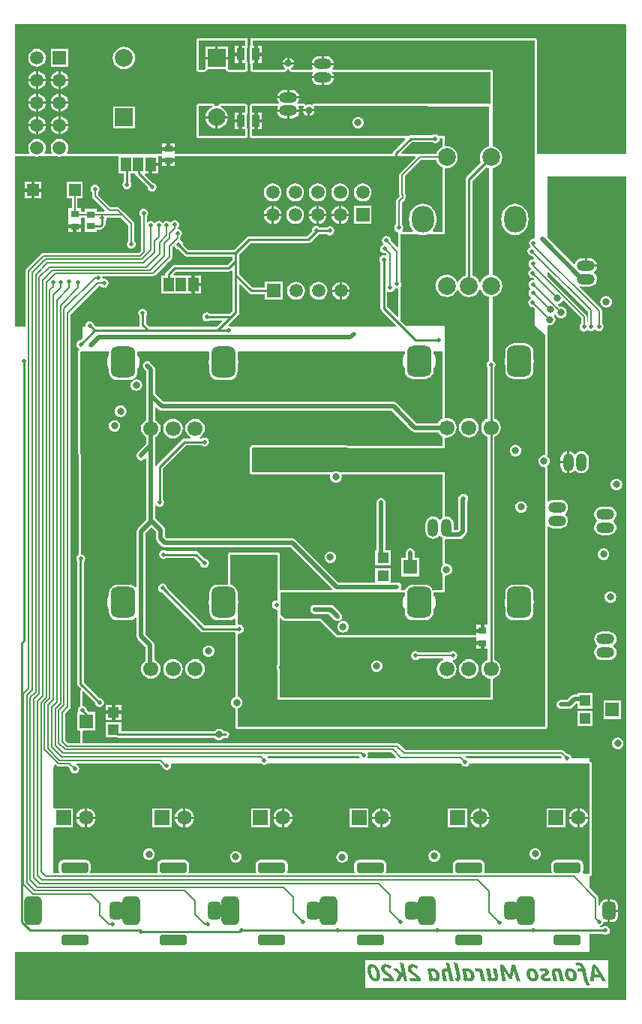
<source format=gbl>
G04*
G04 #@! TF.GenerationSoftware,Altium Limited,Altium Designer,19.0.10 (269)*
G04*
G04 Layer_Physical_Order=2*
G04 Layer_Color=16711680*
%FSLAX44Y44*%
%MOMM*%
G71*
G01*
G75*
%ADD13C,0.2500*%
%ADD22R,0.9000X0.8000*%
%ADD24R,0.9000X0.8000*%
%ADD66C,0.1520*%
%ADD67C,0.5000*%
%ADD69O,2.0000X1.2000*%
G04:AMPARAMS|DCode=70|XSize=2.65mm|YSize=3.5mm|CornerRadius=0.6625mm|HoleSize=0mm|Usage=FLASHONLY|Rotation=180.000|XOffset=0mm|YOffset=0mm|HoleType=Round|Shape=RoundedRectangle|*
%AMROUNDEDRECTD70*
21,1,2.6500,2.1750,0,0,180.0*
21,1,1.3250,3.5000,0,0,180.0*
1,1,1.3250,-0.6625,1.0875*
1,1,1.3250,0.6625,1.0875*
1,1,1.3250,0.6625,-1.0875*
1,1,1.3250,-0.6625,-1.0875*
%
%ADD70ROUNDEDRECTD70*%
G04:AMPARAMS|DCode=71|XSize=2.7mm|YSize=3.5mm|CornerRadius=0.675mm|HoleSize=0mm|Usage=FLASHONLY|Rotation=0.000|XOffset=0mm|YOffset=0mm|HoleType=Round|Shape=RoundedRectangle|*
%AMROUNDEDRECTD71*
21,1,2.7000,2.1500,0,0,0.0*
21,1,1.3500,3.5000,0,0,0.0*
1,1,1.3500,0.6750,-1.0750*
1,1,1.3500,-0.6750,-1.0750*
1,1,1.3500,-0.6750,1.0750*
1,1,1.3500,0.6750,1.0750*
%
%ADD71ROUNDEDRECTD71*%
%ADD72C,1.7000*%
G04:AMPARAMS|DCode=73|XSize=2mm|YSize=3.25mm|CornerRadius=0.5mm|HoleSize=0mm|Usage=FLASHONLY|Rotation=0.000|XOffset=0mm|YOffset=0mm|HoleType=Round|Shape=RoundedRectangle|*
%AMROUNDEDRECTD73*
21,1,2.0000,2.2500,0,0,0.0*
21,1,1.0000,3.2500,0,0,0.0*
1,1,1.0000,0.5000,-1.1250*
1,1,1.0000,-0.5000,-1.1250*
1,1,1.0000,-0.5000,1.1250*
1,1,1.0000,0.5000,1.1250*
%
%ADD73ROUNDEDRECTD73*%
G04:AMPARAMS|DCode=74|XSize=1.5mm|YSize=2mm|CornerRadius=0.375mm|HoleSize=0mm|Usage=FLASHONLY|Rotation=180.000|XOffset=0mm|YOffset=0mm|HoleType=Round|Shape=RoundedRectangle|*
%AMROUNDEDRECTD74*
21,1,1.5000,1.2500,0,0,180.0*
21,1,0.7500,2.0000,0,0,180.0*
1,1,0.7500,-0.3750,0.6250*
1,1,0.7500,0.3750,0.6250*
1,1,0.7500,0.3750,-0.6250*
1,1,0.7500,-0.3750,-0.6250*
%
%ADD74ROUNDEDRECTD74*%
G04:AMPARAMS|DCode=75|XSize=3.1mm|YSize=1.2mm|CornerRadius=0.3mm|HoleSize=0mm|Usage=FLASHONLY|Rotation=0.000|XOffset=0mm|YOffset=0mm|HoleType=Round|Shape=RoundedRectangle|*
%AMROUNDEDRECTD75*
21,1,3.1000,0.6000,0,0,0.0*
21,1,2.5000,1.2000,0,0,0.0*
1,1,0.6000,1.2500,-0.3000*
1,1,0.6000,-1.2500,-0.3000*
1,1,0.6000,-1.2500,0.3000*
1,1,0.6000,1.2500,0.3000*
%
%ADD75ROUNDEDRECTD75*%
%ADD76C,0.8000*%
%ADD77R,1.5000X1.5000*%
%ADD78C,1.5000*%
%ADD79R,1.5000X1.5000*%
%ADD80O,2.5000X3.0000*%
%ADD81C,2.0000*%
%ADD82O,1.2000X2.0000*%
%ADD83R,1.6510X1.6510*%
%ADD84C,1.6510*%
%ADD85R,2.0000X2.0000*%
%ADD86C,0.5000*%
%ADD87R,1.5000X1.6000*%
%ADD88R,1.2000X1.2000*%
%ADD89R,1.3500X1.3500*%
%ADD90R,0.8500X1.4000*%
%ADD91R,1.1684X1.6002*%
G36*
X936000Y1325609D02*
X936000Y1133913D01*
X935018Y1133108D01*
X935000Y1133111D01*
X933049Y1132723D01*
X931395Y1131618D01*
X930290Y1129964D01*
X929902Y1128013D01*
X930290Y1126062D01*
X931037Y1124945D01*
X931214Y1124115D01*
X930728Y1123327D01*
X929647Y1122605D01*
X928542Y1120951D01*
X928154Y1119000D01*
X928542Y1117049D01*
X929647Y1115395D01*
X931301Y1114290D01*
X933252Y1113902D01*
X933583Y1113968D01*
X935649Y1111902D01*
X935615Y1110989D01*
X934478Y1110084D01*
X934409Y1110098D01*
X932458Y1109710D01*
X930804Y1108605D01*
X929699Y1106951D01*
X929311Y1105000D01*
X929699Y1103049D01*
X930804Y1101395D01*
X931677Y1100812D01*
X932058Y1100241D01*
X932394Y1099905D01*
X932290Y1099563D01*
X931882Y1098621D01*
X930382Y1097618D01*
X929277Y1095964D01*
X928889Y1094013D01*
X929277Y1092062D01*
X930382Y1090408D01*
X932036Y1089303D01*
X933987Y1088915D01*
X934318Y1088981D01*
X935552Y1087748D01*
X934926Y1086577D01*
X934409Y1086680D01*
X932458Y1086292D01*
X930804Y1085187D01*
X929699Y1083533D01*
X929311Y1081582D01*
X929699Y1079631D01*
X930804Y1077977D01*
X931564Y1077469D01*
Y1075942D01*
X930804Y1075434D01*
X929699Y1073780D01*
X929311Y1071829D01*
X929699Y1069878D01*
X930804Y1068224D01*
X932296Y1067227D01*
X932325Y1066575D01*
X932162Y1065906D01*
X932049Y1065883D01*
X930395Y1064778D01*
X929290Y1063124D01*
X928902Y1061173D01*
X929290Y1059222D01*
X930395Y1057568D01*
X932049Y1056463D01*
X934000Y1056075D01*
X934331Y1056141D01*
X936000Y1054473D01*
Y1035000D01*
X948000Y1024857D01*
X948000Y889786D01*
X947045Y888949D01*
X947000Y888955D01*
X945303Y888731D01*
X943722Y888076D01*
X942364Y887034D01*
X941322Y885677D01*
X940667Y884095D01*
X940444Y882399D01*
X940667Y880702D01*
X941322Y879120D01*
X942364Y877763D01*
X943722Y876721D01*
X945303Y876066D01*
X947000Y875842D01*
X947045Y875848D01*
X948000Y875011D01*
X948000Y613000D01*
X948000D01*
Y583000D01*
X601000D01*
Y603576D01*
X601697Y603667D01*
X603278Y604322D01*
X604636Y605364D01*
X605677Y606722D01*
X606333Y608303D01*
X606556Y610000D01*
X606333Y611697D01*
X605677Y613278D01*
X604636Y614636D01*
X603278Y615678D01*
X601697Y616333D01*
X601000Y616424D01*
Y687005D01*
X602270Y688047D01*
X603000Y687902D01*
X604951Y688290D01*
X606605Y689395D01*
X607710Y691049D01*
X608098Y693000D01*
X607710Y694951D01*
X606605Y696605D01*
X604951Y697710D01*
X603000Y698098D01*
X602270Y697953D01*
X601000Y698995D01*
Y719008D01*
X601140Y719345D01*
X601621Y723000D01*
X601140Y726655D01*
X601000Y726992D01*
Y734000D01*
X600784Y734216D01*
X600515Y736257D01*
X599596Y738477D01*
X598133Y740383D01*
X596227Y741846D01*
X594007Y742765D01*
X593000Y742898D01*
Y777000D01*
X646000D01*
Y726147D01*
X645018Y725341D01*
X644950Y725355D01*
X642999Y724967D01*
X641345Y723862D01*
X640240Y722208D01*
X639852Y720257D01*
X640240Y718306D01*
X641345Y716652D01*
X642999Y715547D01*
X644950Y715159D01*
X645018Y715173D01*
X646000Y714367D01*
Y653013D01*
X645290Y651951D01*
X644902Y650000D01*
X645290Y648049D01*
X646000Y646987D01*
Y613000D01*
X676447D01*
X683293D01*
D01*
X889000Y613000D01*
Y637168D01*
X889872Y637283D01*
X892548Y638391D01*
X894845Y640155D01*
X896609Y642453D01*
X897717Y645128D01*
X898095Y648000D01*
X897717Y650872D01*
X896609Y653547D01*
X894845Y655845D01*
X892548Y657608D01*
X890823Y658323D01*
Y909677D01*
X892548Y910391D01*
X894845Y912155D01*
X896609Y914453D01*
X897717Y917128D01*
X898095Y920000D01*
X897717Y922872D01*
X896609Y925547D01*
X894845Y927845D01*
X892548Y929609D01*
X890823Y930322D01*
Y987722D01*
X891710Y989049D01*
X892098Y991000D01*
X891710Y992951D01*
X890605Y994605D01*
X889000Y995677D01*
X889000Y1067655D01*
X890263Y1067822D01*
X893304Y1069081D01*
X895915Y1071085D01*
X897919Y1073696D01*
X899178Y1076737D01*
X899608Y1080000D01*
X899178Y1083263D01*
X897919Y1086304D01*
X895915Y1088915D01*
X893304Y1090919D01*
X890263Y1092178D01*
X889000Y1092345D01*
Y1212655D01*
X890263Y1212822D01*
X893304Y1214081D01*
X895915Y1216085D01*
X897919Y1218696D01*
X899178Y1221737D01*
X899608Y1225000D01*
X899178Y1228263D01*
X897919Y1231304D01*
X895915Y1233915D01*
X893304Y1235919D01*
X890263Y1237178D01*
X889000Y1237345D01*
Y1324000D01*
X708650Y1324000D01*
X708024Y1325270D01*
X708460Y1325838D01*
X709320Y1327916D01*
X709446Y1328875D01*
X697000D01*
X684554D01*
X684680Y1327916D01*
X685540Y1325838D01*
X685976Y1325270D01*
X685350Y1324000D01*
X661590Y1324000D01*
X661337Y1325270D01*
X661379Y1325287D01*
X662745Y1326336D01*
X663793Y1327702D01*
X664453Y1329293D01*
X664510Y1329730D01*
X658081D01*
X651652D01*
X651709Y1329293D01*
X652368Y1327702D01*
X653417Y1326336D01*
X654783Y1325287D01*
X654825Y1325270D01*
X654572Y1324000D01*
X617730D01*
X617730Y1331460D01*
X619750D01*
Y1341000D01*
Y1350540D01*
X617730D01*
X617730Y1357000D01*
X730730Y1357000D01*
Y1357000D01*
X846359Y1357000D01*
X936000Y1357000D01*
X936000Y1325609D01*
D02*
G37*
G36*
X815160Y1282540D02*
X885119Y1282540D01*
Y1237360D01*
X883737Y1237178D01*
X880696Y1235919D01*
X878085Y1233915D01*
X876081Y1231304D01*
X874822Y1228263D01*
X874392Y1225000D01*
X874822Y1221737D01*
X875849Y1219256D01*
X859296Y1202704D01*
X858468Y1201463D01*
X858177Y1200000D01*
Y1091946D01*
X855696Y1090919D01*
X853085Y1088915D01*
X851081Y1086304D01*
X850187Y1084146D01*
X848813D01*
X847919Y1086304D01*
X845915Y1088915D01*
X843304Y1090919D01*
X840263Y1092178D01*
X837000Y1092608D01*
X833737Y1092178D01*
X830696Y1090919D01*
X828085Y1088915D01*
X826081Y1086304D01*
X824822Y1083263D01*
X824392Y1080000D01*
X824822Y1076737D01*
X826081Y1073696D01*
X828085Y1071085D01*
X830696Y1069081D01*
X833737Y1067822D01*
X835955Y1067530D01*
D01*
X837000Y1067392D01*
X840263Y1067822D01*
X843304Y1069081D01*
X845915Y1071085D01*
X847919Y1073696D01*
X848813Y1075854D01*
X850187D01*
X851081Y1073696D01*
X853085Y1071085D01*
X855696Y1069081D01*
X858737Y1067822D01*
X862000Y1067392D01*
X865263Y1067822D01*
X868304Y1069081D01*
X870915Y1071085D01*
X872919Y1073696D01*
X873813Y1075854D01*
D01*
D01*
X875187D01*
X876081Y1073696D01*
X878085Y1071085D01*
X880696Y1069081D01*
X883737Y1067822D01*
X885057Y1067648D01*
D01*
X885119Y1067640D01*
Y995724D01*
X885049Y995710D01*
X883395Y994605D01*
X882290Y992951D01*
X881902Y991000D01*
X882290Y989049D01*
X883177Y987722D01*
Y930322D01*
X881452Y929609D01*
X879155Y927845D01*
X877392Y925547D01*
X876283Y922872D01*
X875905Y920000D01*
X876283Y917128D01*
X877392Y914453D01*
X879155Y912155D01*
X881452Y910391D01*
X883177Y909677D01*
Y697540D01*
X879392D01*
Y691000D01*
X877392D01*
Y689000D01*
X870352D01*
Y686000D01*
Y686000D01*
X714000D01*
X695000Y705000D01*
X654000D01*
X649000Y710000D01*
Y734000D01*
X789701D01*
X789920Y733750D01*
Y731285D01*
X788575Y728768D01*
X787717Y725940D01*
X787428Y723000D01*
X787717Y720060D01*
X788575Y717232D01*
X789920Y714715D01*
Y712250D01*
X790238Y709835D01*
X791170Y707585D01*
X792653Y705653D01*
X794585Y704170D01*
X796835Y703238D01*
X799250Y702920D01*
X812750D01*
X815165Y703238D01*
X817415Y704170D01*
X819347Y705653D01*
X820830Y707585D01*
X821762Y709835D01*
X822080Y712250D01*
Y714715D01*
X823425Y717232D01*
X824283Y720060D01*
X824573Y723000D01*
X824283Y725940D01*
X823425Y728768D01*
X822080Y731285D01*
Y733750D01*
X822299Y734000D01*
X835000D01*
Y752402D01*
X836270Y753516D01*
X836819Y753444D01*
X838516Y753667D01*
X840097Y754322D01*
X841455Y755364D01*
X842497Y756722D01*
X843152Y758303D01*
X843375Y760000D01*
X843152Y761697D01*
X842497Y763278D01*
X841455Y764636D01*
X840097Y765678D01*
X838516Y766333D01*
X836819Y766556D01*
X836270Y766484D01*
X835000Y767598D01*
Y793345D01*
X836270Y794345D01*
X837289Y794143D01*
X851241D01*
X853192Y794531D01*
X854846Y795636D01*
X858605Y799395D01*
X859710Y801049D01*
X860098Y803000D01*
Y837633D01*
X860710Y838549D01*
X861098Y840500D01*
X860710Y842451D01*
X859605Y844105D01*
X857951Y845210D01*
X856000Y845598D01*
X854049Y845210D01*
X852395Y844105D01*
X851395Y843105D01*
X850290Y841451D01*
X849902Y839500D01*
Y805112D01*
X849129Y804339D01*
X845228D01*
Y811152D01*
X844936Y813371D01*
X844080Y815438D01*
X842717Y817214D01*
X840941Y818576D01*
X838874Y819433D01*
X836655Y819725D01*
X835955Y819633D01*
X835000Y820470D01*
Y870000D01*
X715314D01*
X715278Y870028D01*
X713697Y870683D01*
X712000Y870906D01*
X710303Y870683D01*
X708722Y870028D01*
X708686Y870000D01*
X617000D01*
Y896729D01*
X618171Y897994D01*
X835000Y897068D01*
X835000Y908205D01*
X835955Y909043D01*
X837000Y908905D01*
X839872Y909283D01*
X842548Y910391D01*
X844845Y912155D01*
X846609Y914453D01*
X847717Y917128D01*
X848095Y920000D01*
X847717Y922872D01*
X846609Y925547D01*
X844845Y927845D01*
X842548Y929609D01*
X839872Y930717D01*
X837000Y931095D01*
X835955Y930957D01*
X835000Y931795D01*
Y1035000D01*
X791137D01*
X785000Y1041137D01*
Y1078987D01*
X785710Y1080049D01*
X786098Y1082000D01*
X785710Y1083951D01*
X785000Y1085013D01*
Y1138575D01*
X804232D01*
X807059Y1137717D01*
X810000Y1137427D01*
X812941Y1137717D01*
X815768Y1138575D01*
X835000D01*
X835000Y1211692D01*
X835955Y1212530D01*
X837000Y1212392D01*
X840263Y1212822D01*
X843304Y1214081D01*
X845915Y1216085D01*
X847919Y1218696D01*
X849178Y1221737D01*
X849608Y1225000D01*
X849178Y1228263D01*
X847919Y1231304D01*
X845915Y1233915D01*
X843304Y1235919D01*
X840263Y1237178D01*
X837000Y1237608D01*
X835955Y1237470D01*
X835000Y1238308D01*
Y1249000D01*
X828009Y1249000D01*
X827605Y1249605D01*
X825951Y1250710D01*
X824000Y1251098D01*
X822049Y1250710D01*
X820722Y1249823D01*
X796419D01*
X794956Y1249532D01*
X794017Y1248905D01*
X633160Y1248905D01*
X617000D01*
Y1256460D01*
X619750D01*
Y1266000D01*
Y1275540D01*
X617000D01*
Y1283000D01*
X646020D01*
X646582Y1281861D01*
X646540Y1281807D01*
X645680Y1279729D01*
X645554Y1278770D01*
X658000D01*
X670446D01*
X670320Y1279729D01*
X669460Y1281807D01*
X669418Y1281861D01*
X669980Y1283000D01*
X675402D01*
X676029Y1281730D01*
X675697Y1281298D01*
X675038Y1279707D01*
X674981Y1279270D01*
X681410D01*
X687839D01*
X687782Y1279707D01*
X687123Y1281298D01*
X686792Y1281730D01*
X687418Y1283000D01*
X815160D01*
Y1282540D01*
D02*
G37*
G36*
X832451Y1246451D02*
Y1238308D01*
X832467Y1238225D01*
X832457Y1238141D01*
X832564Y1237740D01*
X832645Y1237332D01*
X831865Y1236403D01*
X830696Y1235919D01*
X828085Y1233915D01*
X826081Y1231304D01*
X825127Y1229000D01*
X786486D01*
X786000Y1230173D01*
X798003Y1242177D01*
X820722D01*
X822049Y1241290D01*
X824000Y1240902D01*
X825951Y1241290D01*
X827605Y1242395D01*
X828710Y1244049D01*
X829098Y1246000D01*
X829468Y1246451D01*
X832451Y1246451D01*
D02*
G37*
G36*
X1040000Y1374000D02*
Y1229000D01*
X938549D01*
Y1324000D01*
X938549Y1357000D01*
X938355Y1357975D01*
X937802Y1358802D01*
X936975Y1359355D01*
X936000Y1359549D01*
X846359Y1359549D01*
X730730Y1359549D01*
X730730Y1359549D01*
X617730Y1359549D01*
X616754Y1359355D01*
X615928Y1358802D01*
X615375Y1357975D01*
X615181Y1357000D01*
X615181Y1350540D01*
X615148Y1350500D01*
X615000D01*
Y1331500D01*
X615000D01*
X615181Y1330230D01*
X615181Y1324000D01*
X615375Y1323024D01*
X615928Y1322198D01*
X616754Y1321645D01*
X617730Y1321451D01*
X654572D01*
X654818Y1321500D01*
X655069D01*
X655301Y1321596D01*
X655547Y1321645D01*
X655756Y1321785D01*
X655988Y1321881D01*
X656165Y1322058D01*
X656374Y1322198D01*
X656514Y1322406D01*
X656691Y1322584D01*
X656787Y1322816D01*
X656927Y1323024D01*
X656976Y1323271D01*
X657072Y1323503D01*
X657280Y1324549D01*
X658081Y1324444D01*
X658882Y1324549D01*
X659090Y1323503D01*
X659186Y1323271D01*
X659235Y1323024D01*
X659374Y1322816D01*
X659470Y1322584D01*
X659648Y1322406D01*
X659787Y1322198D01*
X659996Y1322058D01*
X660174Y1321881D01*
X660406Y1321785D01*
X660614Y1321645D01*
X660861Y1321596D01*
X661093Y1321500D01*
X661344D01*
X661590Y1321451D01*
X685350Y1321451D01*
X685496Y1321480D01*
X685960Y1320971D01*
X686198Y1320309D01*
X685540Y1319452D01*
X684680Y1317374D01*
X684554Y1316415D01*
X697000D01*
X709446D01*
X709320Y1317374D01*
X708460Y1319452D01*
X707802Y1320309D01*
X708041Y1320972D01*
X708504Y1321480D01*
X708650Y1321451D01*
X886451Y1321451D01*
Y1286068D01*
X885181Y1285077D01*
X885119Y1285089D01*
X816533Y1285089D01*
X816135Y1285355D01*
X815160Y1285549D01*
X687418D01*
X687010Y1285468D01*
X686598Y1285414D01*
X686525Y1285371D01*
X686442Y1285355D01*
X686097Y1285124D01*
X685737Y1284916D01*
X685686Y1284849D01*
X685615Y1284802D01*
X685511Y1284647D01*
X684688Y1283678D01*
X683107Y1284333D01*
X681410Y1284556D01*
X679713Y1284333D01*
X678132Y1283678D01*
X677309Y1284647D01*
X677205Y1284802D01*
X677134Y1284849D01*
X677083Y1284916D01*
X676723Y1285124D01*
X676378Y1285355D01*
X676295Y1285371D01*
X676222Y1285414D01*
X675810Y1285468D01*
X675402Y1285549D01*
X669980D01*
X669572Y1285468D01*
X669161Y1285414D01*
X669087Y1285371D01*
X669005Y1285355D01*
X668999Y1285351D01*
X668327Y1285532D01*
X668184Y1286062D01*
X668155Y1286493D01*
X669460Y1288193D01*
X670320Y1290271D01*
X670446Y1291230D01*
X658000D01*
X645554D01*
X645680Y1290271D01*
X646540Y1288193D01*
X647845Y1286493D01*
X647816Y1286062D01*
X647673Y1285532D01*
X647001Y1285351D01*
X646996Y1285355D01*
X646913Y1285371D01*
X646839Y1285414D01*
X646428Y1285468D01*
X646020Y1285549D01*
X617000D01*
X616025Y1285355D01*
X615198Y1284802D01*
X614645Y1283975D01*
X614451Y1283000D01*
Y1275540D01*
X614645Y1274565D01*
X615000Y1274033D01*
Y1257967D01*
X614645Y1257436D01*
X614451Y1256460D01*
Y1248905D01*
X614645Y1247930D01*
X615198Y1247103D01*
X616025Y1246550D01*
X617000Y1246356D01*
X633160D01*
X789708Y1246356D01*
X790194Y1245183D01*
X776924Y1231912D01*
X776095Y1230671D01*
X775804Y1229208D01*
Y1229000D01*
X530040D01*
Y1232500D01*
X523000D01*
X515960D01*
Y1229000D01*
X408976D01*
X408414Y1230139D01*
X408735Y1230557D01*
X409743Y1232990D01*
X410086Y1235600D01*
X409743Y1238211D01*
X408735Y1240643D01*
X407132Y1242732D01*
X405043Y1244335D01*
X402611Y1245343D01*
X400000Y1245686D01*
X397389Y1245343D01*
X394957Y1244335D01*
X392868Y1242732D01*
X391265Y1240643D01*
X390257Y1238211D01*
X389914Y1235600D01*
X390257Y1232990D01*
X391265Y1230557D01*
X391586Y1230139D01*
X391024Y1229000D01*
X383576D01*
X383014Y1230139D01*
X383335Y1230557D01*
X384343Y1232990D01*
X384686Y1235600D01*
X384343Y1238211D01*
X383335Y1240643D01*
X381732Y1242732D01*
X379643Y1244335D01*
X377211Y1245343D01*
X374600Y1245686D01*
X371990Y1245343D01*
X369557Y1244335D01*
X367468Y1242732D01*
X365865Y1240643D01*
X364857Y1238211D01*
X364514Y1235600D01*
X364857Y1232990D01*
X365865Y1230557D01*
X366186Y1230139D01*
X365624Y1229000D01*
X350000D01*
Y1375000D01*
X1039000D01*
X1040000Y1374000D01*
D02*
G37*
G36*
X801626Y1224827D02*
X784558Y1207759D01*
X783838Y1206681D01*
X783585Y1205409D01*
Y1182762D01*
X783838Y1181490D01*
X783955Y1181314D01*
Y1180985D01*
X780601Y1177630D01*
X779880Y1176552D01*
X779627Y1175280D01*
Y1149397D01*
X779346Y1149210D01*
X778241Y1147556D01*
X777853Y1145605D01*
X778241Y1143654D01*
X779346Y1142000D01*
X781000Y1140895D01*
X781897Y1140716D01*
X782409Y1139919D01*
X782592Y1139283D01*
X782451Y1138575D01*
Y1123909D01*
X781278Y1123423D01*
X774032Y1130669D01*
X774098Y1131000D01*
X773710Y1132951D01*
X772605Y1134605D01*
X770951Y1135710D01*
X769000Y1136098D01*
X767049Y1135710D01*
X765395Y1134605D01*
X764290Y1132951D01*
X763902Y1131000D01*
X764290Y1129049D01*
X765162Y1127745D01*
X765047Y1126751D01*
X764789Y1126273D01*
X763355Y1125315D01*
X762250Y1123661D01*
X761862Y1121710D01*
X762250Y1119759D01*
X763355Y1118105D01*
X765009Y1117000D01*
X766960Y1116612D01*
X767526Y1116724D01*
X768974Y1115276D01*
X768933Y1115165D01*
X767951Y1114294D01*
X766000Y1114682D01*
X764049Y1114294D01*
X762395Y1113188D01*
X761290Y1111535D01*
X760902Y1109584D01*
X761290Y1107633D01*
X762177Y1106306D01*
Y1054730D01*
X762468Y1053267D01*
X763296Y1052026D01*
X780150Y1035173D01*
X779663Y1034000D01*
X593422Y1034000D01*
X592951Y1034315D01*
X591000Y1034703D01*
X590883Y1034679D01*
X590257Y1035850D01*
X601704Y1047296D01*
X602532Y1048537D01*
X602823Y1050000D01*
Y1081110D01*
X603997Y1081596D01*
X613846Y1071746D01*
X615087Y1070918D01*
X616550Y1070627D01*
X631550D01*
Y1064450D01*
X651550D01*
Y1084450D01*
X631550D01*
Y1078273D01*
X618134D01*
X602823Y1093584D01*
Y1108000D01*
Y1115416D01*
X615584Y1128177D01*
X681000D01*
X682463Y1128468D01*
X683704Y1129296D01*
X692584Y1138177D01*
X701722D01*
X703049Y1137290D01*
X705000Y1136902D01*
X706951Y1137290D01*
X708605Y1138395D01*
X709710Y1140049D01*
X710098Y1142000D01*
X709710Y1143951D01*
X708605Y1145605D01*
X706951Y1146710D01*
X705000Y1147098D01*
X703049Y1146710D01*
X701722Y1145823D01*
X693532D01*
X693344Y1146105D01*
X691690Y1147210D01*
X689740Y1147598D01*
X687789Y1147210D01*
X686135Y1146105D01*
X685030Y1144451D01*
X684641Y1142500D01*
X684882Y1141290D01*
X679416Y1135823D01*
X614000D01*
X612537Y1135532D01*
X611296Y1134704D01*
X597416Y1120823D01*
X545084D01*
X539521Y1126386D01*
X539210Y1127951D01*
X538105Y1129605D01*
X536451Y1130710D01*
X536388Y1130722D01*
X535817Y1132131D01*
X536080Y1132524D01*
X536333Y1133796D01*
Y1135208D01*
X536614Y1135395D01*
X537719Y1137049D01*
X538107Y1139000D01*
X537719Y1140951D01*
X536614Y1142605D01*
X534960Y1143710D01*
X533658Y1143969D01*
X533472Y1145301D01*
X533614Y1145395D01*
X534719Y1147049D01*
X535107Y1149000D01*
X534719Y1150951D01*
X533614Y1152605D01*
X531960Y1153710D01*
X530009Y1154098D01*
X528058Y1153710D01*
X526404Y1152605D01*
X525939Y1151908D01*
X524614Y1151605D01*
X522960Y1152710D01*
X521009Y1153098D01*
X519058Y1152710D01*
X517404Y1151605D01*
X517144Y1151215D01*
X515874D01*
X515614Y1151605D01*
X513960Y1152710D01*
X512009Y1153098D01*
X510058Y1152710D01*
X508404Y1151605D01*
X508144Y1151215D01*
X506874D01*
X506614Y1151605D01*
X504960Y1152710D01*
X503009Y1153098D01*
X501058Y1152710D01*
X499594Y1151731D01*
X498324Y1152100D01*
Y1158202D01*
X498614Y1158395D01*
X499719Y1160049D01*
X500107Y1162000D01*
X499719Y1163951D01*
X498614Y1165605D01*
X496960Y1166710D01*
X495009Y1167098D01*
X493058Y1166710D01*
X491404Y1165605D01*
X490299Y1163951D01*
X489911Y1162000D01*
X490299Y1160049D01*
X491404Y1158395D01*
X491676Y1158214D01*
Y1119377D01*
X489623Y1117324D01*
X382000D01*
X380728Y1117071D01*
X379650Y1116350D01*
X362650Y1099350D01*
X361929Y1098272D01*
X361676Y1097000D01*
Y1034000D01*
X350000D01*
X350000Y1226000D01*
X371645D01*
X371990Y1225857D01*
X374600Y1225514D01*
X377211Y1225857D01*
X377555Y1226000D01*
X397045D01*
X397389Y1225857D01*
X400000Y1225514D01*
X402611Y1225857D01*
X402955Y1226000D01*
X466381D01*
Y1206499D01*
X472177D01*
Y1197264D01*
X471299Y1195951D01*
X470911Y1194000D01*
X471299Y1192049D01*
X472404Y1190395D01*
X474058Y1189290D01*
X476009Y1188902D01*
X477960Y1189290D01*
X479614Y1190395D01*
X480719Y1192049D01*
X481107Y1194000D01*
X480719Y1195951D01*
X479823Y1197291D01*
Y1206499D01*
X485305D01*
X485468Y1205682D01*
X486296Y1204442D01*
X499426Y1191313D01*
X499402Y1191195D01*
X499790Y1189244D01*
X500895Y1187590D01*
X502549Y1186485D01*
X504500Y1186097D01*
X506451Y1186485D01*
X508105Y1187590D01*
X509210Y1189244D01*
X509598Y1191195D01*
X509210Y1193146D01*
X508105Y1194799D01*
X506451Y1195904D01*
X505449Y1196104D01*
X496267Y1205286D01*
X496753Y1206459D01*
X500663D01*
Y1217000D01*
X502663D01*
Y1219000D01*
X511045D01*
Y1226000D01*
X515960D01*
Y1223500D01*
X523000D01*
X530040D01*
Y1226000D01*
X801140D01*
X801626Y1224827D01*
D02*
G37*
G36*
X826081Y1218696D02*
X828085Y1216085D01*
X830696Y1214081D01*
X831865Y1213597D01*
X832645Y1212668D01*
X832564Y1212260D01*
X832457Y1211859D01*
X832467Y1211775D01*
X832451Y1211692D01*
X832451Y1141124D01*
X821711D01*
X821111Y1142394D01*
X822532Y1144126D01*
X823925Y1146732D01*
X824783Y1149559D01*
X824915Y1150903D01*
X825153Y1151476D01*
X825617Y1155000D01*
X825153Y1158524D01*
X824915Y1159097D01*
X824783Y1160441D01*
X823925Y1163268D01*
X822532Y1165874D01*
X820658Y1168158D01*
X818374Y1170032D01*
X815768Y1171425D01*
X812941Y1172283D01*
X810000Y1172573D01*
X807059Y1172283D01*
X804232Y1171425D01*
X801626Y1170032D01*
X799342Y1168158D01*
X797468Y1165874D01*
X796075Y1163268D01*
X795217Y1160441D01*
X795085Y1159097D01*
X794847Y1158524D01*
X794383Y1155000D01*
X794847Y1151476D01*
X795085Y1150903D01*
X795217Y1149559D01*
X796075Y1146732D01*
X797468Y1144126D01*
X798889Y1142394D01*
X798289Y1141124D01*
X787356D01*
X786819Y1142394D01*
X787661Y1143654D01*
X788049Y1145605D01*
X787661Y1147556D01*
X786556Y1149210D01*
X786275Y1149397D01*
Y1173903D01*
X789629Y1177258D01*
X790350Y1178336D01*
X790603Y1179608D01*
Y1182392D01*
X790350Y1183664D01*
X790232Y1183840D01*
Y1204032D01*
X807877Y1221676D01*
X824847D01*
X826081Y1218696D01*
D02*
G37*
G36*
X883737Y1212822D02*
X885119Y1212640D01*
Y1137531D01*
X885178Y1137480D01*
X885119Y1103403D01*
Y1092360D01*
X885100Y1092358D01*
D01*
X883737Y1092178D01*
X880696Y1090919D01*
X878085Y1088915D01*
X876081Y1086304D01*
X875187Y1084146D01*
X873813D01*
X872919Y1086304D01*
X870915Y1088915D01*
X868304Y1090919D01*
X865823Y1091946D01*
Y1198416D01*
X881256Y1213849D01*
X883737Y1212822D01*
D02*
G37*
G36*
X1040000Y1202500D02*
Y1006000D01*
Y547000D01*
Y275000D01*
X350000D01*
Y329000D01*
X998000D01*
Y349177D01*
X1012722D01*
X1014049Y348290D01*
X1016000Y347902D01*
X1017951Y348290D01*
X1019605Y349395D01*
X1020710Y351049D01*
X1021098Y353000D01*
X1020710Y354951D01*
X1019605Y356605D01*
X1017951Y357710D01*
X1016000Y358098D01*
X1014049Y357710D01*
X1012722Y356823D01*
X1010087D01*
X1009962Y358093D01*
X1010951Y358290D01*
X1012605Y359395D01*
X1013710Y361049D01*
X1014059Y362803D01*
X1016400Y362337D01*
X1018880D01*
Y375000D01*
Y387663D01*
X1016400D01*
X1013946Y387175D01*
X1011865Y385785D01*
X1010475Y383704D01*
X1009987Y381250D01*
X1008719Y381255D01*
Y389267D01*
X1008466Y390539D01*
X1007746Y391618D01*
X998000Y401363D01*
Y414451D01*
X998975Y414645D01*
X999802Y415198D01*
X1000355Y416025D01*
X1000549Y417000D01*
Y541000D01*
X1000355Y541975D01*
X999802Y542802D01*
X998975Y543355D01*
X998000Y543549D01*
Y547000D01*
X978248D01*
X977860Y548951D01*
X976755Y550605D01*
X975101Y551710D01*
X973150Y552098D01*
X972819Y552032D01*
X969500Y555350D01*
X968422Y556071D01*
X967150Y556324D01*
X790377D01*
X783350Y563350D01*
X782272Y564071D01*
X781000Y564324D01*
X426011D01*
X425921Y577599D01*
X426816Y578500D01*
X440000D01*
Y599500D01*
X432521D01*
X430552Y601470D01*
X430240Y603035D01*
X429135Y604688D01*
X427481Y605793D01*
X425726Y606143D01*
X425616Y622315D01*
X426788Y622805D01*
X439979Y609614D01*
X440290Y608049D01*
X441395Y606395D01*
X443049Y605290D01*
X445000Y604902D01*
X446951Y605290D01*
X448605Y606395D01*
X449710Y608049D01*
X450098Y610000D01*
X449710Y611951D01*
X448605Y613605D01*
X446951Y614710D01*
X445386Y615021D01*
X427473Y632934D01*
Y768576D01*
X428535Y770164D01*
X428923Y772115D01*
X428535Y774066D01*
X427430Y775720D01*
X425776Y776825D01*
X424561Y777067D01*
X423006Y1005099D01*
X423901Y1006000D01*
X455122D01*
X455959Y1005045D01*
X455920Y1004750D01*
Y1002285D01*
X454575Y999768D01*
X453717Y996941D01*
X453428Y994000D01*
X453717Y991059D01*
X454575Y988232D01*
X455920Y985715D01*
Y983250D01*
X456238Y980835D01*
X457170Y978585D01*
X458653Y976653D01*
X460585Y975170D01*
X462835Y974238D01*
X465250Y973920D01*
X478750D01*
X481165Y974238D01*
X483415Y975170D01*
X485347Y976653D01*
X486830Y978585D01*
X487762Y980835D01*
X488080Y983250D01*
Y985715D01*
X489425Y988232D01*
X490283Y991059D01*
X490573Y994000D01*
X490283Y996941D01*
X489425Y999768D01*
X488080Y1002285D01*
Y1004750D01*
X488041Y1005045D01*
X488878Y1006000D01*
X568356D01*
X569194Y1005045D01*
X569171Y1004875D01*
Y998405D01*
X568860Y997655D01*
X568379Y994000D01*
X568860Y990345D01*
X569171Y989595D01*
Y983125D01*
X569485Y980743D01*
X570404Y978523D01*
X571867Y976617D01*
X573773Y975154D01*
X575993Y974235D01*
X578375Y973921D01*
X591625D01*
X594007Y974235D01*
X596227Y975154D01*
X598133Y976617D01*
X599596Y978523D01*
X600515Y980743D01*
X600829Y983125D01*
Y989595D01*
X601140Y990345D01*
X601621Y994000D01*
X601140Y997655D01*
X600829Y998405D01*
Y1004875D01*
X600806Y1005045D01*
X601644Y1006000D01*
X789701D01*
X789920Y1005750D01*
Y1003285D01*
X788575Y1000768D01*
X787717Y997941D01*
X787428Y995000D01*
X787717Y992059D01*
X788575Y989232D01*
X789920Y986715D01*
Y984250D01*
X790238Y981835D01*
X791170Y979585D01*
X792653Y977653D01*
X794585Y976170D01*
X796835Y975238D01*
X799250Y974920D01*
X812750D01*
X815165Y975238D01*
X817415Y976170D01*
X819347Y977653D01*
X820830Y979585D01*
X821762Y981835D01*
X822080Y984250D01*
Y986715D01*
X823425Y989232D01*
X824283Y992059D01*
X824573Y995000D01*
X824283Y997941D01*
X823425Y1000768D01*
X822080Y1003285D01*
Y1005750D01*
X822299Y1006000D01*
X832451D01*
Y931795D01*
X832467Y931712D01*
X832457Y931628D01*
X832564Y931227D01*
X832645Y930819D01*
X832168Y930116D01*
X831812Y929757D01*
X831452Y929609D01*
X829155Y927845D01*
X827392Y925547D01*
X827205Y925098D01*
X803112D01*
X780605Y947605D01*
X778951Y948710D01*
X777000Y949098D01*
X517644D01*
X508098Y958644D01*
Y985889D01*
X507710Y987840D01*
X506605Y989494D01*
X502494Y993605D01*
X500840Y994710D01*
X498889Y995098D01*
X496938Y994710D01*
X495284Y993605D01*
X494179Y991951D01*
X493791Y990000D01*
X494179Y988049D01*
X495284Y986395D01*
X497902Y983777D01*
Y956532D01*
Y928795D01*
X497453Y928608D01*
X495155Y926845D01*
X493391Y924548D01*
X492283Y921872D01*
X491905Y919000D01*
X492283Y916128D01*
X493391Y913453D01*
X495155Y911155D01*
X497453Y909391D01*
X497902Y909205D01*
Y902112D01*
X488422Y892632D01*
X487317Y890978D01*
X486929Y889027D01*
Y888000D01*
X487317Y886049D01*
X488422Y884395D01*
X490076Y883290D01*
X492027Y882902D01*
X493978Y883290D01*
X495632Y884395D01*
X495954Y884877D01*
X497642Y885117D01*
X497902Y884899D01*
Y816112D01*
X488395Y806605D01*
X487290Y804951D01*
X486902Y803000D01*
Y740407D01*
X485632Y739976D01*
X485347Y740347D01*
X483415Y741830D01*
X481165Y742762D01*
X478750Y743080D01*
X465250D01*
X462835Y742762D01*
X460585Y741830D01*
X458653Y740347D01*
X457170Y738415D01*
X456238Y736165D01*
X455920Y733750D01*
Y731285D01*
X454575Y728768D01*
X453717Y725940D01*
X453428Y723000D01*
X453717Y720060D01*
X454575Y717232D01*
X455920Y714715D01*
Y712250D01*
X456238Y709835D01*
X457170Y707585D01*
X458653Y705653D01*
X460585Y704170D01*
X462835Y703238D01*
X465250Y702920D01*
X478750D01*
X481165Y703238D01*
X483415Y704170D01*
X485347Y705653D01*
X485632Y706024D01*
X486902Y705593D01*
Y685000D01*
X487290Y683049D01*
X488395Y681395D01*
X496902Y672888D01*
Y657186D01*
X495155Y655845D01*
X493391Y653547D01*
X492283Y650872D01*
X491905Y648000D01*
X492283Y645128D01*
X493391Y642453D01*
X495155Y640155D01*
X497453Y638391D01*
X500128Y637283D01*
X503000Y636905D01*
X505872Y637283D01*
X508548Y638391D01*
X510845Y640155D01*
X512608Y642453D01*
X513717Y645128D01*
X514095Y648000D01*
X513717Y650872D01*
X512608Y653547D01*
X510845Y655845D01*
X508548Y657608D01*
X507098Y658209D01*
Y675000D01*
X506710Y676951D01*
X505605Y678605D01*
X497098Y687112D01*
Y800888D01*
X504000Y807790D01*
X508902Y802888D01*
Y795000D01*
X509290Y793049D01*
X510395Y791395D01*
X515395Y786395D01*
X517049Y785290D01*
X519000Y784902D01*
X660888D01*
X707971Y737819D01*
X707445Y736549D01*
X649000D01*
X648549Y736919D01*
Y777000D01*
X648355Y777975D01*
X647802Y778802D01*
X646975Y779355D01*
X646000Y779549D01*
X593000D01*
X592025Y779355D01*
X591198Y778802D01*
X590645Y777975D01*
X590451Y777000D01*
Y743079D01*
X578375D01*
X575993Y742765D01*
X573773Y741846D01*
X571867Y740383D01*
X570404Y738477D01*
X569485Y736257D01*
X569171Y733875D01*
Y727405D01*
X568860Y726655D01*
X568379Y723000D01*
X568860Y719345D01*
X569171Y718595D01*
Y712125D01*
X569485Y709743D01*
X570404Y707523D01*
X571867Y705617D01*
X573773Y704154D01*
X575993Y703235D01*
X578375Y702921D01*
X591625D01*
X594007Y703235D01*
X596227Y704154D01*
X597181Y704886D01*
X598451Y704260D01*
Y698995D01*
X598476Y698871D01*
X598463Y698745D01*
X598572Y698387D01*
X598630Y698093D01*
X598632Y697980D01*
X598482Y697543D01*
X598351Y697334D01*
X597905Y696823D01*
X563874D01*
X521311Y739386D01*
X521000Y740951D01*
X519895Y742605D01*
X518241Y743710D01*
X516290Y744098D01*
X514339Y743710D01*
X512685Y742605D01*
X511580Y740951D01*
X511192Y739000D01*
X511580Y737049D01*
X512685Y735395D01*
X514339Y734290D01*
X515904Y733979D01*
X559586Y690296D01*
X560827Y689468D01*
X562290Y689177D01*
X597905D01*
X598351Y688666D01*
X598482Y688457D01*
X598632Y688020D01*
X598630Y687907D01*
X598572Y687613D01*
X598463Y687255D01*
X598476Y687129D01*
X598451Y687005D01*
Y616424D01*
X598394Y616345D01*
X598303Y616333D01*
X596722Y615678D01*
X595364Y614636D01*
X594322Y613278D01*
X593667Y611697D01*
X593444Y610000D01*
X593667Y608303D01*
X594322Y606722D01*
X595364Y605364D01*
X596722Y604322D01*
X598303Y603667D01*
X598394Y603655D01*
X598451Y603576D01*
Y583000D01*
X598645Y582025D01*
X599198Y581198D01*
X600025Y580645D01*
X601000Y580451D01*
X948000D01*
X948975Y580645D01*
X949802Y581198D01*
X950355Y582025D01*
X950549Y583000D01*
Y613000D01*
X950549Y613000D01*
X950549Y808130D01*
X951819Y808645D01*
X953213Y807575D01*
X955281Y806719D01*
X957500Y806427D01*
X965500D01*
X967719Y806719D01*
X969787Y807575D01*
X971562Y808938D01*
X972925Y810713D01*
X973781Y812781D01*
X974073Y815000D01*
X973781Y817219D01*
X972925Y819287D01*
X971562Y821062D01*
X970732Y821700D01*
Y823300D01*
X971562Y823938D01*
X972925Y825713D01*
X973781Y827781D01*
X974073Y830000D01*
X973781Y832219D01*
X972925Y834287D01*
X971562Y836062D01*
X969787Y837425D01*
X967719Y838281D01*
X965500Y838573D01*
X957500D01*
X955281Y838281D01*
X953213Y837425D01*
X951819Y836355D01*
X950549Y836870D01*
Y875011D01*
X950533Y875094D01*
X950544Y875178D01*
X950436Y875579D01*
X950355Y875986D01*
X950278Y876721D01*
X951636Y877763D01*
X952678Y879120D01*
X953333Y880702D01*
X953556Y882399D01*
X953333Y884095D01*
X952678Y885677D01*
X951636Y887034D01*
X950278Y888076D01*
X950355Y888811D01*
X950436Y889218D01*
X950544Y889619D01*
X950533Y889703D01*
X950549Y889786D01*
X950549Y1006000D01*
D01*
Y1034848D01*
X951819Y1035622D01*
X953173Y1035444D01*
X954870Y1035667D01*
X956451Y1036322D01*
X957809Y1037364D01*
X958851Y1038722D01*
X959506Y1040303D01*
X959729Y1042000D01*
X959506Y1043697D01*
X958851Y1045278D01*
X958099Y1046258D01*
X958346Y1047533D01*
X958700Y1047712D01*
X960131Y1047174D01*
X960322Y1046713D01*
X961364Y1045355D01*
X962722Y1044313D01*
X964303Y1043658D01*
X966000Y1043435D01*
X967697Y1043658D01*
X969278Y1044313D01*
X970636Y1045355D01*
X971678Y1046713D01*
X972333Y1048294D01*
X972556Y1049991D01*
X972333Y1051688D01*
X971678Y1053269D01*
X970636Y1054627D01*
X969278Y1055668D01*
X967697Y1056323D01*
X966000Y1056547D01*
X964360Y1056331D01*
X962467Y1058224D01*
X962922Y1059565D01*
X963697Y1059667D01*
X965278Y1060322D01*
X966636Y1061364D01*
X967678Y1062722D01*
X967797Y1063009D01*
X969042Y1063257D01*
X988676Y1043623D01*
Y1037433D01*
X988395Y1037245D01*
X987290Y1035591D01*
X986902Y1033640D01*
X987290Y1031689D01*
X988395Y1030035D01*
X990049Y1028930D01*
X992000Y1028542D01*
X993951Y1028930D01*
X995262Y1029806D01*
X995692Y1030030D01*
X997071Y1029944D01*
X998049Y1029290D01*
X1000000Y1028902D01*
X1001951Y1029290D01*
X1003605Y1030395D01*
X1003865Y1030785D01*
X1005135D01*
X1005395Y1030395D01*
X1007049Y1029290D01*
X1009000Y1028902D01*
X1010951Y1029290D01*
X1012605Y1030395D01*
X1013710Y1032049D01*
X1014098Y1034000D01*
X1013710Y1035951D01*
X1012605Y1037605D01*
X1012324Y1037793D01*
Y1051833D01*
X1012071Y1053105D01*
X1011350Y1054183D01*
X987311Y1078223D01*
X987628Y1079015D01*
X987956Y1079373D01*
X990000Y1079104D01*
X998000D01*
X1000219Y1079396D01*
X1002287Y1080253D01*
X1004062Y1081615D01*
X1005425Y1083391D01*
X1006281Y1085459D01*
X1006573Y1087678D01*
X1006281Y1089896D01*
X1005425Y1091964D01*
X1004062Y1093740D01*
X1003264Y1094352D01*
Y1095953D01*
X1004091Y1096587D01*
X1005460Y1098371D01*
X1006320Y1100448D01*
X1006447Y1101408D01*
X994000D01*
Y1102678D01*
X992730D01*
Y1111291D01*
X990000D01*
X987771Y1110998D01*
X985693Y1110137D01*
X983909Y1108768D01*
X982540Y1106984D01*
X981752Y1105081D01*
X980506Y1104530D01*
X950549Y1134487D01*
Y1203000D01*
X1039500D01*
X1040000Y1202500D01*
D02*
G37*
G36*
X529750Y1124252D02*
X529790Y1124049D01*
X530895Y1122395D01*
X532549Y1121290D01*
X534114Y1120979D01*
X540796Y1114296D01*
X542037Y1113468D01*
X543500Y1113177D01*
X595177D01*
Y1109584D01*
X589416Y1103823D01*
X529781D01*
X528318Y1103532D01*
X527077Y1102704D01*
X520326Y1095953D01*
X519498Y1094712D01*
X519207Y1093249D01*
Y1091999D01*
X514688D01*
Y1070997D01*
X542588D01*
Y1070957D01*
X548970D01*
Y1081498D01*
Y1092039D01*
X542588D01*
Y1091999D01*
X528847D01*
X528360Y1093172D01*
X531365Y1096177D01*
X591000D01*
X592463Y1096468D01*
X593704Y1097296D01*
X594003Y1097596D01*
X595177Y1097110D01*
Y1092000D01*
Y1051584D01*
X592416Y1048823D01*
X569446D01*
X568120Y1049710D01*
X566169Y1050098D01*
X564218Y1049710D01*
X562564Y1048605D01*
X561459Y1046951D01*
X561071Y1045000D01*
X561459Y1043049D01*
X562564Y1041395D01*
X564218Y1040290D01*
X566169Y1039902D01*
X568120Y1040290D01*
X569446Y1041177D01*
X583110D01*
X583596Y1040003D01*
X577593Y1034000D01*
X501068D01*
X497615Y1037454D01*
Y1045834D01*
X498510Y1047174D01*
X498898Y1049125D01*
X498510Y1051076D01*
X497405Y1052730D01*
X495751Y1053835D01*
X493800Y1054223D01*
X491849Y1053835D01*
X490195Y1052730D01*
X489090Y1051076D01*
X488702Y1049125D01*
X489090Y1047174D01*
X489968Y1045861D01*
Y1035870D01*
X490087Y1035270D01*
X489119Y1034000D01*
X441117Y1034000D01*
X438987Y1036130D01*
X438824Y1036951D01*
X437719Y1038605D01*
X436065Y1039710D01*
X434114Y1040098D01*
X432163Y1039710D01*
X430509Y1038605D01*
X429404Y1036951D01*
X429016Y1035000D01*
X429020Y1034982D01*
X428214Y1034000D01*
X425530D01*
Y1020938D01*
X423614Y1019021D01*
X422049Y1018710D01*
X420395Y1017605D01*
X419290Y1015951D01*
X418902Y1014000D01*
X419290Y1012049D01*
X420395Y1010395D01*
X422049Y1009290D01*
X422317Y1008580D01*
X422310Y1007943D01*
X422099Y1007802D01*
X422096Y1007799D01*
X422093Y1007796D01*
X421198Y1006895D01*
X421195Y1006891D01*
X421191Y1006889D01*
X420920Y1006477D01*
X420648Y1006066D01*
X420647Y1006062D01*
X420645Y1006058D01*
X420551Y1005569D01*
X420457Y1005090D01*
X420458Y1005086D01*
X420457Y1005081D01*
X422012Y777049D01*
X422015Y777037D01*
X421874Y776825D01*
X420220Y775720D01*
X419115Y774066D01*
X418727Y772115D01*
X419115Y770164D01*
X419826Y769100D01*
Y631350D01*
X420117Y629887D01*
X420946Y628647D01*
X423892Y625701D01*
X423998Y625274D01*
X423808Y624112D01*
X423801Y624105D01*
X423530Y623694D01*
X423258Y623283D01*
X423257Y623278D01*
X423255Y623274D01*
X423161Y622785D01*
X423067Y622306D01*
X423068Y622302D01*
X423067Y622298D01*
X423177Y606125D01*
X423226Y605888D01*
Y605645D01*
X423255Y605577D01*
X421926Y604688D01*
X420821Y603035D01*
X420432Y601084D01*
X420602Y600233D01*
X420000Y599500D01*
X420000D01*
Y578500D01*
X422343D01*
X423339Y577620D01*
X423372Y577581D01*
X423456Y565225D01*
X422561Y564324D01*
X409377D01*
X406324Y567377D01*
Y597838D01*
X411350Y602864D01*
X412071Y603942D01*
X412324Y605214D01*
Y606000D01*
X412324Y1035562D01*
D01*
Y1047623D01*
X444377Y1079676D01*
X446377D01*
X446565Y1079395D01*
X448219Y1078290D01*
X450170Y1077902D01*
X452121Y1078290D01*
X453774Y1079395D01*
X454879Y1081049D01*
X455267Y1083000D01*
X454879Y1084951D01*
X453774Y1086605D01*
X452121Y1087710D01*
X450170Y1088098D01*
X449485Y1087962D01*
X448397Y1089000D01*
X448246Y1089759D01*
X449288Y1091029D01*
X505352D01*
X506624Y1091282D01*
X507703Y1092002D01*
X526350Y1110650D01*
X527071Y1111728D01*
X527324Y1113000D01*
Y1123411D01*
X528534Y1124621D01*
X529750Y1124252D01*
D02*
G37*
G36*
X779223Y1077255D02*
X781000Y1076902D01*
X781469Y1076995D01*
X782451Y1076190D01*
Y1045346D01*
X781278Y1044859D01*
X769823Y1056314D01*
Y1072656D01*
X770944Y1073255D01*
X771098Y1073151D01*
X773049Y1072763D01*
X775000Y1073151D01*
X776654Y1074257D01*
X777759Y1075910D01*
X777884Y1076541D01*
X779049Y1077290D01*
X779223Y1077255D01*
D02*
G37*
G36*
X996676Y1050875D02*
Y1039038D01*
X996594Y1038932D01*
X995929Y1039075D01*
X995324Y1039590D01*
Y1045000D01*
X995071Y1046272D01*
X994350Y1047350D01*
X950549Y1091152D01*
Y1095343D01*
X951722Y1095829D01*
X996676Y1050875D01*
D02*
G37*
G36*
X511927Y940395D02*
X513581Y939290D01*
X515532Y938902D01*
X774888D01*
X797395Y916395D01*
X799049Y915290D01*
X801000Y914902D01*
X827205D01*
X827392Y914453D01*
X829155Y912155D01*
X831452Y910391D01*
X831812Y910243D01*
X832168Y909883D01*
X832645Y909181D01*
X832564Y908773D01*
X832457Y908372D01*
X832467Y908288D01*
X832451Y908205D01*
Y900528D01*
X831551Y899632D01*
X618182Y900543D01*
X618127Y900532D01*
X618072Y900541D01*
X617641Y900438D01*
X617206Y900353D01*
X617159Y900322D01*
X617105Y900310D01*
X616746Y900049D01*
X616376Y899804D01*
X616345Y899758D01*
X616300Y899725D01*
X615129Y898460D01*
X614894Y898077D01*
X614645Y897704D01*
X614635Y897655D01*
X614609Y897613D01*
X614539Y897169D01*
X614451Y896729D01*
Y870000D01*
X614645Y869025D01*
X615198Y868198D01*
X616025Y867645D01*
X617000Y867451D01*
X705106D01*
X705812Y866395D01*
X705667Y866047D01*
X705444Y864350D01*
X705667Y862653D01*
X706322Y861072D01*
X707364Y859714D01*
X708722Y858672D01*
X710303Y858017D01*
X712000Y857794D01*
X713697Y858017D01*
X715278Y858672D01*
X716636Y859714D01*
X717678Y861072D01*
X718333Y862653D01*
X718556Y864350D01*
X718333Y866047D01*
X718188Y866395D01*
X718894Y867451D01*
X832451D01*
X832451Y820470D01*
X832468Y820387D01*
X832457Y820303D01*
X832564Y819902D01*
X832645Y819495D01*
X832513Y819057D01*
X831948Y818254D01*
X830592Y817214D01*
X829955Y816383D01*
X828354D01*
X827717Y817214D01*
X825941Y818576D01*
X823874Y819433D01*
X821655Y819725D01*
X819436Y819433D01*
X817368Y818576D01*
X815592Y817214D01*
X814230Y815438D01*
X813373Y813371D01*
X813081Y811152D01*
Y803152D01*
X813373Y800933D01*
X814230Y798865D01*
X815592Y797089D01*
X817368Y795727D01*
X819436Y794870D01*
X821655Y794578D01*
X823874Y794870D01*
X825941Y795727D01*
X827717Y797089D01*
X828354Y797920D01*
X829955D01*
X830592Y797089D01*
X832271Y795801D01*
X832528Y795234D01*
X832645Y794321D01*
X832577Y793978D01*
X832469Y793646D01*
X832481Y793495D01*
X832451Y793345D01*
Y767598D01*
X832468Y767515D01*
X832457Y767431D01*
X832564Y767030D01*
X832645Y766622D01*
X832692Y766552D01*
X832714Y766470D01*
X832637Y765086D01*
X832433Y764828D01*
X832183Y764636D01*
X831141Y763278D01*
X830486Y761697D01*
X830263Y760000D01*
X830486Y758303D01*
X831141Y756722D01*
X832183Y755364D01*
X832433Y755172D01*
X832637Y754914D01*
X832714Y753530D01*
X832692Y753448D01*
X832645Y753378D01*
X832564Y752970D01*
X832457Y752569D01*
X832468Y752485D01*
X832451Y752402D01*
Y736549D01*
X822299D01*
X822216Y736533D01*
X822132Y736544D01*
X821731Y736436D01*
X821656Y736421D01*
X820830Y738415D01*
X819347Y740347D01*
X817415Y741830D01*
X815165Y742762D01*
X812750Y743080D01*
X799250D01*
X796835Y742762D01*
X794585Y741830D01*
X792653Y740347D01*
X791170Y738415D01*
X790344Y736421D01*
X790269Y736436D01*
X789868Y736544D01*
X789784Y736533D01*
X789701Y736549D01*
X785901D01*
X785222Y737819D01*
X785710Y738549D01*
X786098Y740500D01*
X785710Y742451D01*
X784605Y744105D01*
X782951Y745210D01*
X781000Y745598D01*
X773500D01*
Y761500D01*
X756500D01*
Y745598D01*
X714612D01*
X666605Y793605D01*
X664951Y794710D01*
X663000Y795098D01*
X521112D01*
X519098Y797112D01*
Y805000D01*
X518710Y806951D01*
X517605Y808605D01*
X508098Y818112D01*
Y831792D01*
X509368Y832177D01*
X509395Y832136D01*
X511049Y831031D01*
X513000Y830643D01*
X514951Y831031D01*
X516605Y832136D01*
X517710Y833790D01*
X518098Y835741D01*
X517710Y837692D01*
X516823Y839018D01*
Y874416D01*
X542584Y900177D01*
X560268D01*
X561595Y899290D01*
X563546Y898902D01*
X565497Y899290D01*
X567151Y900395D01*
X568256Y902049D01*
X568644Y904000D01*
X568256Y905951D01*
X567151Y907605D01*
X565497Y908710D01*
X563546Y909098D01*
X561595Y908710D01*
X560268Y907823D01*
X558080D01*
X557828Y909093D01*
X558548Y909391D01*
X560845Y911155D01*
X562608Y913453D01*
X563717Y916128D01*
X564095Y919000D01*
X563717Y921872D01*
X562608Y924548D01*
X560845Y926845D01*
X558548Y928608D01*
X555872Y929717D01*
X553000Y930095D01*
X550128Y929717D01*
X547453Y928608D01*
X545155Y926845D01*
X543391Y924548D01*
X542283Y921872D01*
X541905Y919000D01*
X542283Y916128D01*
X543391Y913453D01*
X545155Y911155D01*
X547453Y909391D01*
X548172Y909093D01*
X547920Y907823D01*
X541000D01*
X539537Y907532D01*
X538296Y906704D01*
X510296Y878704D01*
X509468Y877463D01*
X509368Y876962D01*
X508098Y877087D01*
Y900000D01*
Y909205D01*
X508548Y909391D01*
X510845Y911155D01*
X512608Y913453D01*
X513717Y916128D01*
X514095Y919000D01*
X513717Y921872D01*
X512608Y924548D01*
X510845Y926845D01*
X508548Y928608D01*
X508098Y928795D01*
Y942565D01*
X509271Y943051D01*
X511927Y940395D01*
D02*
G37*
G36*
X652198Y703198D02*
X653025Y702645D01*
X654000Y702451D01*
X693944D01*
X712198Y684197D01*
X713025Y683645D01*
X714000Y683451D01*
X870352D01*
Y679000D01*
X877392D01*
Y677000D01*
X879392D01*
Y670460D01*
X883177D01*
Y658323D01*
X881452Y657608D01*
X879155Y655845D01*
X877392Y653547D01*
X876283Y650872D01*
X875905Y648000D01*
X876283Y645128D01*
X877392Y642453D01*
X879155Y640155D01*
X881452Y638391D01*
X884128Y637283D01*
X886451Y636977D01*
Y615549D01*
X683293Y615549D01*
X675376D01*
X648549D01*
Y646987D01*
X648500Y647233D01*
Y647484D01*
X648404Y647716D01*
X648355Y647962D01*
X648215Y648171D01*
X648119Y648403D01*
X647691Y649044D01*
X647501Y650000D01*
X647691Y650956D01*
X648119Y651597D01*
X648215Y651829D01*
X648355Y652038D01*
X648404Y652284D01*
X648500Y652516D01*
Y652767D01*
X648549Y653013D01*
Y705187D01*
X649722Y705673D01*
X652198Y703198D01*
D02*
G37*
G36*
X967179Y548270D02*
X966653Y547000D01*
X861013D01*
X859951Y547710D01*
X858374Y548024D01*
X858082Y548406D01*
X858694Y549643D01*
X858744Y549676D01*
X965773D01*
X967179Y548270D01*
D02*
G37*
G36*
X780126Y548173D02*
X779640Y547000D01*
X747868D01*
X747189Y548270D01*
X747710Y549049D01*
X748098Y551000D01*
X747818Y552406D01*
X748636Y553676D01*
X774623D01*
X780126Y548173D01*
D02*
G37*
G36*
X738290Y549049D02*
X738811Y548270D01*
X738132Y547000D01*
X635677D01*
X634738Y548406D01*
X635113Y549676D01*
X738165D01*
X738290Y549049D01*
D02*
G37*
G36*
X998000Y417000D02*
X991120D01*
X990441Y418270D01*
X990831Y418854D01*
X991258Y421000D01*
Y427000D01*
X990831Y429146D01*
X989615Y430965D01*
X987796Y432181D01*
X985650Y432608D01*
X960650D01*
X958504Y432181D01*
X956685Y430965D01*
X955469Y429146D01*
X955042Y427000D01*
Y421000D01*
X955469Y418854D01*
X955743Y418444D01*
X955145Y417324D01*
X879926D01*
X879327Y418444D01*
X879601Y418854D01*
X880028Y421000D01*
Y427000D01*
X879601Y429146D01*
X878385Y430965D01*
X876566Y432181D01*
X874420Y432608D01*
X849420D01*
X847274Y432181D01*
X845455Y430965D01*
X844239Y429146D01*
X843812Y427000D01*
Y421000D01*
X844239Y418854D01*
X844513Y418444D01*
X843914Y417324D01*
X768696D01*
X768097Y418444D01*
X768371Y418854D01*
X768798Y421000D01*
Y427000D01*
X768371Y429146D01*
X767155Y430965D01*
X765336Y432181D01*
X763190Y432608D01*
X738190D01*
X736044Y432181D01*
X734225Y430965D01*
X733009Y429146D01*
X732582Y427000D01*
Y421000D01*
X733009Y418854D01*
X733283Y418444D01*
X732684Y417324D01*
X657466D01*
X656867Y418444D01*
X657141Y418854D01*
X657568Y421000D01*
Y427000D01*
X657141Y429146D01*
X655925Y430965D01*
X654106Y432181D01*
X651960Y432608D01*
X626960D01*
X624814Y432181D01*
X622995Y430965D01*
X621779Y429146D01*
X621352Y427000D01*
Y421000D01*
X621779Y418854D01*
X622053Y418444D01*
X621455Y417324D01*
X546236D01*
X545637Y418444D01*
X545911Y418854D01*
X546338Y421000D01*
Y427000D01*
X545911Y429146D01*
X544695Y430965D01*
X542876Y432181D01*
X540730Y432608D01*
X515730D01*
X513584Y432181D01*
X511765Y430965D01*
X510549Y429146D01*
X510122Y427000D01*
Y421000D01*
X510549Y418854D01*
X510823Y418444D01*
X510224Y417324D01*
X435005D01*
X434407Y418444D01*
X434681Y418854D01*
X435108Y421000D01*
Y427000D01*
X434681Y429146D01*
X433465Y430965D01*
X431646Y432181D01*
X429500Y432608D01*
X404500D01*
X402354Y432181D01*
X400535Y430965D01*
X399319Y429146D01*
X398892Y427000D01*
Y421000D01*
X399319Y418854D01*
X399593Y418444D01*
X398994Y417324D01*
X393000D01*
Y468202D01*
X393547Y469245D01*
X394270Y469245D01*
X415057D01*
Y490755D01*
X394270D01*
X393547Y490755D01*
X393000Y491798D01*
Y537000D01*
X394000Y538000D01*
X393652Y538899D01*
X394493Y540244D01*
X395011Y540288D01*
X396650Y538650D01*
X397728Y537929D01*
X399000Y537676D01*
X409623D01*
X411968Y535331D01*
X411902Y535000D01*
X412290Y533049D01*
X413395Y531395D01*
X415049Y530290D01*
X417000Y529902D01*
X418951Y530290D01*
X420605Y531395D01*
X421710Y533049D01*
X422098Y535000D01*
X421710Y536951D01*
X420605Y538605D01*
X418951Y539710D01*
X418850Y539730D01*
X418975Y541000D01*
X513299D01*
X516052Y538248D01*
X516290Y537049D01*
X517395Y535395D01*
X519049Y534290D01*
X521000Y533902D01*
X522951Y534290D01*
X524605Y535395D01*
X525710Y537049D01*
X526098Y539000D01*
X525953Y539730D01*
X526995Y541000D01*
X627987D01*
X629049Y540290D01*
X631000Y539902D01*
X632951Y540290D01*
X634013Y541000D01*
X853323D01*
X854395Y539395D01*
X856049Y538290D01*
X858000Y537902D01*
X859951Y538290D01*
X861605Y539395D01*
X862677Y541000D01*
X998000D01*
Y417000D01*
D02*
G37*
%LPC*%
G36*
X628540Y1350540D02*
X623750D01*
Y1343000D01*
X628540D01*
Y1350540D01*
D02*
G37*
G36*
X659351Y1337429D02*
Y1332270D01*
X664510D01*
X664453Y1332707D01*
X663793Y1334298D01*
X662745Y1335664D01*
X661379Y1336713D01*
X659788Y1337372D01*
X659351Y1337429D01*
D02*
G37*
G36*
X656811Y1337429D02*
X656374Y1337372D01*
X654783Y1336713D01*
X653417Y1335664D01*
X652368Y1334298D01*
X651709Y1332707D01*
X651652Y1332270D01*
X656811D01*
Y1337429D01*
D02*
G37*
G36*
X628540Y1339000D02*
X623750D01*
Y1331460D01*
X628540D01*
Y1339000D01*
D02*
G37*
G36*
X701000Y1338759D02*
X698270D01*
Y1331415D01*
X709446D01*
X709320Y1332374D01*
X708460Y1334452D01*
X707091Y1336236D01*
X705307Y1337605D01*
X703229Y1338465D01*
X701000Y1338759D01*
D02*
G37*
G36*
X695730D02*
X693000D01*
X690771Y1338465D01*
X688693Y1337605D01*
X686909Y1336236D01*
X685540Y1334452D01*
X684680Y1332374D01*
X684554Y1331415D01*
X695730D01*
Y1338759D01*
D02*
G37*
G36*
X914000Y1172573D02*
X911059Y1172283D01*
X908232Y1171425D01*
X905626Y1170032D01*
X903342Y1168158D01*
X901468Y1165874D01*
X900075Y1163268D01*
X899217Y1160441D01*
X899085Y1159097D01*
X898848Y1158524D01*
X898383Y1155000D01*
X898848Y1151476D01*
X899085Y1150903D01*
X899217Y1149559D01*
X900075Y1146732D01*
X901468Y1144126D01*
X903342Y1141842D01*
X905626Y1139968D01*
X908232Y1138575D01*
X911059Y1137717D01*
X914000Y1137427D01*
X916941Y1137717D01*
X919768Y1138575D01*
X922374Y1139968D01*
X924658Y1141842D01*
X926532Y1144126D01*
X927925Y1146732D01*
X928783Y1149559D01*
X928915Y1150903D01*
X929153Y1151476D01*
X929616Y1155000D01*
X929153Y1158524D01*
X928915Y1159097D01*
X928783Y1160441D01*
X927925Y1163268D01*
X926532Y1165874D01*
X924658Y1168158D01*
X922374Y1170032D01*
X919768Y1171425D01*
X916941Y1172283D01*
X914000Y1172573D01*
D02*
G37*
G36*
X925625Y1015079D02*
X912375D01*
X909993Y1014765D01*
X907773Y1013846D01*
X905867Y1012383D01*
X904404Y1010477D01*
X903485Y1008257D01*
X903171Y1005875D01*
Y999405D01*
X902860Y998655D01*
X902379Y995000D01*
X902860Y991345D01*
X903171Y990595D01*
Y984125D01*
X903485Y981743D01*
X904404Y979523D01*
X905867Y977617D01*
X907773Y976154D01*
X909993Y975235D01*
X912375Y974921D01*
X925625D01*
X928007Y975235D01*
X930227Y976154D01*
X932133Y977617D01*
X933596Y979523D01*
X934515Y981743D01*
X934829Y984125D01*
Y990595D01*
X935140Y991345D01*
X935621Y995000D01*
X935140Y998655D01*
X934829Y999405D01*
Y1005875D01*
X934515Y1008257D01*
X933596Y1010477D01*
X932133Y1012383D01*
X930227Y1013846D01*
X928007Y1014765D01*
X925625Y1015079D01*
D02*
G37*
G36*
X914674Y900700D02*
X912977Y900477D01*
X911395Y899822D01*
X910038Y898780D01*
X908996Y897422D01*
X908341Y895841D01*
X908118Y894144D01*
X908341Y892448D01*
X908996Y890866D01*
X910038Y889509D01*
X911395Y888467D01*
X912977Y887812D01*
X914674Y887588D01*
X916370Y887812D01*
X917952Y888467D01*
X919309Y889509D01*
X920351Y890866D01*
X921006Y892448D01*
X921230Y894144D01*
X921006Y895841D01*
X920351Y897422D01*
X919309Y898780D01*
X917952Y899822D01*
X916370Y900477D01*
X914674Y900700D01*
D02*
G37*
G36*
X921085Y837141D02*
X919388Y836918D01*
X917807Y836263D01*
X916449Y835221D01*
X915407Y833863D01*
X914752Y832282D01*
X914529Y830585D01*
X914752Y828888D01*
X915407Y827307D01*
X916449Y825949D01*
X917807Y824907D01*
X919388Y824252D01*
X921085Y824029D01*
X922782Y824252D01*
X924363Y824907D01*
X925721Y825949D01*
X926763Y827307D01*
X927418Y828888D01*
X927641Y830585D01*
X927418Y832282D01*
X926763Y833863D01*
X925721Y835221D01*
X924363Y836263D01*
X922782Y836918D01*
X921085Y837141D01*
D02*
G37*
G36*
X925625Y743079D02*
X912375D01*
X909993Y742765D01*
X907773Y741846D01*
X905867Y740383D01*
X904404Y738477D01*
X903485Y736257D01*
X903171Y733875D01*
Y727405D01*
X902860Y726655D01*
X902379Y723000D01*
X902860Y719345D01*
X903171Y718595D01*
Y712125D01*
X903485Y709743D01*
X904404Y707523D01*
X905867Y705617D01*
X907773Y704154D01*
X909993Y703235D01*
X912375Y702921D01*
X925625D01*
X928007Y703235D01*
X930227Y704154D01*
X932133Y705617D01*
X933596Y707523D01*
X934515Y709743D01*
X934829Y712125D01*
Y718595D01*
X935140Y719345D01*
X935621Y723000D01*
X935140Y726655D01*
X934829Y727405D01*
Y733875D01*
X934515Y736257D01*
X933596Y738477D01*
X932133Y740383D01*
X930227Y741846D01*
X928007Y742765D01*
X925625Y743079D01*
D02*
G37*
G36*
X680140Y1276730D02*
X674981D01*
X675038Y1276293D01*
X675697Y1274702D01*
X676746Y1273336D01*
X678112Y1272287D01*
X679703Y1271628D01*
X680140Y1271571D01*
Y1276730D01*
D02*
G37*
G36*
X687839D02*
X682680D01*
Y1271571D01*
X683117Y1271628D01*
X684708Y1272287D01*
X686074Y1273336D01*
X687123Y1274702D01*
X687782Y1276293D01*
X687839Y1276730D01*
D02*
G37*
G36*
X670446Y1276230D02*
X659270D01*
Y1268886D01*
X662000D01*
X664229Y1269180D01*
X666307Y1270040D01*
X668091Y1271409D01*
X669460Y1273193D01*
X670320Y1275271D01*
X670446Y1276230D01*
D02*
G37*
G36*
X656730D02*
X645554D01*
X645680Y1275271D01*
X646540Y1273193D01*
X647909Y1271409D01*
X649693Y1270040D01*
X651771Y1269180D01*
X654000Y1268886D01*
X656730D01*
Y1276230D01*
D02*
G37*
G36*
X628540Y1275540D02*
X623750D01*
Y1268000D01*
X628540D01*
Y1275540D01*
D02*
G37*
G36*
X737000Y1270556D02*
X735303Y1270333D01*
X733722Y1269678D01*
X732364Y1268636D01*
X731322Y1267278D01*
X730667Y1265697D01*
X730444Y1264000D01*
X730667Y1262303D01*
X731322Y1260722D01*
X732364Y1259364D01*
X733722Y1258322D01*
X735303Y1257667D01*
X737000Y1257444D01*
X738697Y1257667D01*
X740278Y1258322D01*
X741636Y1259364D01*
X742678Y1260722D01*
X743333Y1262303D01*
X743556Y1264000D01*
X743333Y1265697D01*
X742678Y1267278D01*
X741636Y1268636D01*
X740278Y1269678D01*
X738697Y1270333D01*
X737000Y1270556D01*
D02*
G37*
G36*
X628540Y1264000D02*
X623750D01*
Y1256460D01*
X628540D01*
Y1264000D01*
D02*
G37*
G36*
X862000Y931095D02*
X859128Y930717D01*
X856452Y929609D01*
X854155Y927845D01*
X852392Y925547D01*
X851283Y922872D01*
X850905Y920000D01*
X851283Y917128D01*
X852392Y914453D01*
X854155Y912155D01*
X856452Y910391D01*
X859128Y909283D01*
X862000Y908905D01*
X864872Y909283D01*
X867548Y910391D01*
X869845Y912155D01*
X871609Y914453D01*
X872717Y917128D01*
X873095Y920000D01*
X872717Y922872D01*
X871609Y925547D01*
X869845Y927845D01*
X867548Y929609D01*
X864872Y930717D01*
X862000Y931095D01*
D02*
G37*
G36*
X705747Y720270D02*
X688000D01*
X686049Y719883D01*
X684395Y718777D01*
X683290Y717123D01*
X682902Y715173D01*
X683290Y713222D01*
X684395Y711568D01*
X686049Y710463D01*
X688000Y710075D01*
X703635D01*
X710315Y703395D01*
X711969Y702290D01*
X713920Y701902D01*
X715871Y702290D01*
X717524Y703395D01*
X718630Y705049D01*
X719018Y707000D01*
X718630Y708951D01*
X717524Y710605D01*
X709352Y718777D01*
X707698Y719883D01*
X705747Y720270D01*
D02*
G37*
G36*
X875392Y697540D02*
X870352D01*
Y693000D01*
X875392D01*
Y697540D01*
D02*
G37*
G36*
X720000Y702056D02*
X718303Y701833D01*
X716722Y701178D01*
X715364Y700136D01*
X714322Y698778D01*
X713667Y697197D01*
X713444Y695500D01*
X713667Y693803D01*
X714322Y692222D01*
X715364Y690864D01*
X716722Y689822D01*
X718303Y689167D01*
X720000Y688944D01*
X721697Y689167D01*
X723278Y689822D01*
X724636Y690864D01*
X725678Y692222D01*
X726333Y693803D01*
X726556Y695500D01*
X726333Y697197D01*
X725678Y698778D01*
X724636Y700136D01*
X723278Y701178D01*
X721697Y701833D01*
X720000Y702056D01*
D02*
G37*
%LPD*%
G36*
X706703Y717481D02*
X707727Y716797D01*
X715545Y708980D01*
X716228Y707956D01*
X716419Y707000D01*
X716228Y706044D01*
X715687Y705233D01*
X714876Y704691D01*
X713920Y704501D01*
X712963Y704691D01*
X711940Y705375D01*
X705438Y711877D01*
X704611Y712430D01*
X703635Y712624D01*
X688251D01*
X687044Y712864D01*
X686233Y713406D01*
X685691Y714216D01*
X685501Y715173D01*
X685691Y716129D01*
X686233Y716940D01*
X687044Y717481D01*
X688251Y717722D01*
X705496D01*
X706703Y717481D01*
D02*
G37*
%LPC*%
G36*
X410000Y1347200D02*
X390000D01*
Y1327200D01*
X410000D01*
Y1347200D01*
D02*
G37*
G36*
X374600Y1347286D02*
X371990Y1346943D01*
X369557Y1345935D01*
X367468Y1344332D01*
X365865Y1342243D01*
X364857Y1339810D01*
X364514Y1337200D01*
X364857Y1334590D01*
X365865Y1332157D01*
X367468Y1330068D01*
X369557Y1328465D01*
X371990Y1327457D01*
X374600Y1327114D01*
X377211Y1327457D01*
X379643Y1328465D01*
X381732Y1330068D01*
X383335Y1332157D01*
X384343Y1334590D01*
X384686Y1337200D01*
X384343Y1339810D01*
X383335Y1342243D01*
X381732Y1344332D01*
X379643Y1345935D01*
X377211Y1346943D01*
X374600Y1347286D01*
D02*
G37*
G36*
X472700Y1349608D02*
X469437Y1349178D01*
X466396Y1347919D01*
X463785Y1345915D01*
X461781Y1343304D01*
X460522Y1340263D01*
X460092Y1337000D01*
X460522Y1333737D01*
X461781Y1330696D01*
X463785Y1328085D01*
X466396Y1326081D01*
X469437Y1324822D01*
X472700Y1324392D01*
X475963Y1324822D01*
X479004Y1326081D01*
X481615Y1328085D01*
X483619Y1330696D01*
X484878Y1333737D01*
X485308Y1337000D01*
X484878Y1340263D01*
X483619Y1343304D01*
X481615Y1345915D01*
X479004Y1347919D01*
X475963Y1349178D01*
X472700Y1349608D01*
D02*
G37*
G36*
X598000Y1359549D02*
X557160Y1359549D01*
X556185Y1359355D01*
X555358Y1358802D01*
X554805Y1357975D01*
X554611Y1357000D01*
X554611Y1324000D01*
X554805Y1323025D01*
X555358Y1322198D01*
X556185Y1321645D01*
X557160Y1321451D01*
X563680D01*
X563783Y1321471D01*
X563886Y1321459D01*
X564267Y1321568D01*
X564656Y1321645D01*
X564743Y1321703D01*
X564843Y1321732D01*
X565154Y1321978D01*
X565483Y1322198D01*
X565541Y1322284D01*
X565623Y1322349D01*
X566702Y1323619D01*
X566895Y1323965D01*
X567115Y1324295D01*
X567135Y1324397D01*
X567186Y1324488D01*
X567187Y1324500D01*
X587291D01*
Y1324460D01*
X587386Y1323983D01*
X587475Y1323508D01*
X587482Y1323497D01*
X587485Y1323484D01*
X587754Y1323082D01*
X588019Y1322676D01*
X588030Y1322669D01*
X588038Y1322658D01*
X588440Y1322389D01*
X588841Y1322115D01*
X589920Y1321655D01*
X589933Y1321652D01*
X589944Y1321645D01*
X590419Y1321550D01*
X590894Y1321451D01*
X590906Y1321454D01*
X590919Y1321451D01*
X610000Y1321451D01*
X610975Y1321645D01*
X611802Y1322198D01*
X612355Y1323024D01*
X612549Y1324000D01*
Y1331460D01*
X612355Y1332435D01*
X611802Y1333262D01*
X611000Y1333799D01*
Y1348201D01*
X611802Y1348738D01*
X612355Y1349565D01*
X612549Y1350540D01*
Y1357000D01*
X612355Y1357975D01*
X611802Y1358802D01*
X610975Y1359355D01*
X610000Y1359549D01*
X598000Y1359549D01*
D02*
G37*
G36*
X401270Y1321759D02*
Y1313070D01*
X409959D01*
X409782Y1314421D01*
X408770Y1316863D01*
X407161Y1318961D01*
X405063Y1320570D01*
X402621Y1321582D01*
X401270Y1321759D01*
D02*
G37*
G36*
X375870D02*
Y1313070D01*
X384559D01*
X384382Y1314421D01*
X383370Y1316863D01*
X381761Y1318961D01*
X379663Y1320570D01*
X377221Y1321582D01*
X375870Y1321759D01*
D02*
G37*
G36*
X398730D02*
X397379Y1321582D01*
X394937Y1320570D01*
X392839Y1318961D01*
X391230Y1316863D01*
X390218Y1314421D01*
X390041Y1313070D01*
X398730D01*
Y1321759D01*
D02*
G37*
G36*
X373330D02*
X371979Y1321582D01*
X369537Y1320570D01*
X367439Y1318961D01*
X365830Y1316863D01*
X364818Y1314421D01*
X364641Y1313070D01*
X373330D01*
Y1321759D01*
D02*
G37*
G36*
X709446Y1313875D02*
X698270D01*
Y1306531D01*
X701000D01*
X703229Y1306825D01*
X705307Y1307685D01*
X707091Y1309054D01*
X708460Y1310838D01*
X709320Y1312916D01*
X709446Y1313875D01*
D02*
G37*
G36*
X695730D02*
X684554D01*
X684680Y1312916D01*
X685540Y1310838D01*
X686909Y1309054D01*
X688693Y1307685D01*
X690771Y1306825D01*
X693000Y1306531D01*
X695730D01*
Y1313875D01*
D02*
G37*
G36*
X409959Y1310530D02*
X401270D01*
Y1301841D01*
X402621Y1302018D01*
X405063Y1303030D01*
X407161Y1304639D01*
X408770Y1306737D01*
X409782Y1309179D01*
X409959Y1310530D01*
D02*
G37*
G36*
X384559D02*
X375870D01*
Y1301841D01*
X377221Y1302018D01*
X379663Y1303030D01*
X381761Y1304639D01*
X383370Y1306737D01*
X384382Y1309179D01*
X384559Y1310530D01*
D02*
G37*
G36*
X398730D02*
X390041D01*
X390218Y1309179D01*
X391230Y1306737D01*
X392839Y1304639D01*
X394937Y1303030D01*
X397379Y1302018D01*
X398730Y1301841D01*
Y1310530D01*
D02*
G37*
G36*
X373330D02*
X364641D01*
X364818Y1309179D01*
X365830Y1306737D01*
X367439Y1304639D01*
X369537Y1303030D01*
X371979Y1302018D01*
X373330Y1301841D01*
Y1310530D01*
D02*
G37*
G36*
X662000Y1301114D02*
X659270D01*
Y1293770D01*
X670446D01*
X670320Y1294729D01*
X669460Y1296807D01*
X668091Y1298591D01*
X666307Y1299960D01*
X664229Y1300820D01*
X662000Y1301114D01*
D02*
G37*
G36*
X656730D02*
X654000D01*
X651771Y1300820D01*
X649693Y1299960D01*
X647909Y1298591D01*
X646540Y1296807D01*
X645680Y1294729D01*
X645554Y1293770D01*
X656730D01*
Y1301114D01*
D02*
G37*
G36*
X401270Y1296359D02*
Y1287670D01*
X409959D01*
X409782Y1289021D01*
X408770Y1291463D01*
X407161Y1293561D01*
X405063Y1295170D01*
X402621Y1296182D01*
X401270Y1296359D01*
D02*
G37*
G36*
X375870D02*
Y1287670D01*
X384559D01*
X384382Y1289021D01*
X383370Y1291463D01*
X381761Y1293561D01*
X379663Y1295170D01*
X377221Y1296182D01*
X375870Y1296359D01*
D02*
G37*
G36*
X398730D02*
X397379Y1296182D01*
X394937Y1295170D01*
X392839Y1293561D01*
X391230Y1291463D01*
X390218Y1289021D01*
X390041Y1287670D01*
X398730D01*
Y1296359D01*
D02*
G37*
G36*
X373330D02*
X371979Y1296182D01*
X369537Y1295170D01*
X367439Y1293561D01*
X365830Y1291463D01*
X364818Y1289021D01*
X364641Y1287670D01*
X373330D01*
Y1296359D01*
D02*
G37*
G36*
X409959Y1285130D02*
X401270D01*
Y1276441D01*
X402621Y1276618D01*
X405063Y1277630D01*
X407161Y1279239D01*
X408770Y1281337D01*
X409782Y1283779D01*
X409959Y1285130D01*
D02*
G37*
G36*
X384559D02*
X375870D01*
Y1276441D01*
X377221Y1276618D01*
X379663Y1277630D01*
X381761Y1279239D01*
X383370Y1281337D01*
X384382Y1283779D01*
X384559Y1285130D01*
D02*
G37*
G36*
X398730D02*
X390041D01*
X390218Y1283779D01*
X391230Y1281337D01*
X392839Y1279239D01*
X394937Y1277630D01*
X397379Y1276618D01*
X398730Y1276441D01*
Y1285130D01*
D02*
G37*
G36*
X373330D02*
X364641D01*
X364818Y1283779D01*
X365830Y1281337D01*
X367439Y1279239D01*
X369537Y1277630D01*
X371979Y1276618D01*
X373330Y1276441D01*
Y1285130D01*
D02*
G37*
G36*
X401270Y1270959D02*
Y1262270D01*
X409959D01*
X409782Y1263621D01*
X408770Y1266063D01*
X407161Y1268161D01*
X405063Y1269770D01*
X402621Y1270782D01*
X401270Y1270959D01*
D02*
G37*
G36*
X375870D02*
Y1262270D01*
X384559D01*
X384382Y1263621D01*
X383370Y1266063D01*
X381761Y1268161D01*
X379663Y1269770D01*
X377221Y1270782D01*
X375870Y1270959D01*
D02*
G37*
G36*
X398730D02*
X397379Y1270782D01*
X394937Y1269770D01*
X392839Y1268161D01*
X391230Y1266063D01*
X390218Y1263621D01*
X390041Y1262270D01*
X398730D01*
Y1270959D01*
D02*
G37*
G36*
X373330D02*
X371979Y1270782D01*
X369537Y1269770D01*
X367439Y1268161D01*
X365830Y1266063D01*
X364818Y1263621D01*
X364641Y1262270D01*
X373330D01*
Y1270959D01*
D02*
G37*
G36*
X485200Y1282500D02*
X460200D01*
Y1257500D01*
X485200D01*
Y1282500D01*
D02*
G37*
G36*
X409959Y1259730D02*
X401270D01*
Y1251041D01*
X402621Y1251218D01*
X405063Y1252230D01*
X407161Y1253839D01*
X408770Y1255937D01*
X409782Y1258379D01*
X409959Y1259730D01*
D02*
G37*
G36*
X384559D02*
X375870D01*
Y1251041D01*
X377221Y1251218D01*
X379663Y1252230D01*
X381761Y1253839D01*
X383370Y1255937D01*
X384382Y1258379D01*
X384559Y1259730D01*
D02*
G37*
G36*
X398730D02*
X390041D01*
X390218Y1258379D01*
X391230Y1255937D01*
X392839Y1253839D01*
X394937Y1252230D01*
X397379Y1251218D01*
X398730Y1251041D01*
Y1259730D01*
D02*
G37*
G36*
X373330D02*
X364641D01*
X364818Y1258379D01*
X365830Y1255937D01*
X367439Y1253839D01*
X369537Y1252230D01*
X371979Y1251218D01*
X373330Y1251041D01*
Y1259730D01*
D02*
G37*
G36*
X557160Y1285549D02*
X556185Y1285355D01*
X555358Y1284802D01*
X554805Y1283975D01*
X554611Y1283000D01*
X554611Y1248905D01*
X554805Y1247930D01*
X555358Y1247103D01*
X556185Y1246550D01*
X557160Y1246356D01*
X594160D01*
X609500Y1246356D01*
X610475Y1246550D01*
X611302Y1247103D01*
X611855Y1247930D01*
X612049Y1248905D01*
Y1256460D01*
X611855Y1257436D01*
X611302Y1258262D01*
X611000Y1258465D01*
Y1273536D01*
X611302Y1273738D01*
X611855Y1274565D01*
X612049Y1275540D01*
Y1283000D01*
X611855Y1283975D01*
X611302Y1284802D01*
X610475Y1285355D01*
X609500Y1285549D01*
X582002Y1285549D01*
X581756Y1285500D01*
X581505D01*
X581273Y1285404D01*
X581027Y1285355D01*
X580818Y1285215D01*
X580586Y1285119D01*
X580409Y1284942D01*
X580200Y1284802D01*
X580061Y1284594D01*
X579883Y1284416D01*
X579787Y1284184D01*
X579648Y1283975D01*
X579599Y1283729D01*
X579502Y1283497D01*
X579274Y1282348D01*
X577300Y1282608D01*
X575326Y1282348D01*
X575098Y1283497D01*
X575001Y1283729D01*
X574952Y1283975D01*
X574813Y1284184D01*
X574717Y1284416D01*
X574539Y1284594D01*
X574400Y1284802D01*
X574191Y1284942D01*
X574014Y1285119D01*
X573782Y1285215D01*
X573573Y1285355D01*
X573327Y1285404D01*
X573095Y1285500D01*
X572844D01*
X572598Y1285549D01*
X557160Y1285549D01*
D02*
G37*
G36*
X530040Y1241040D02*
X525000D01*
Y1236500D01*
X530040D01*
Y1241040D01*
D02*
G37*
G36*
X521000D02*
X515960D01*
Y1236500D01*
X521000D01*
Y1241040D01*
D02*
G37*
%LPD*%
G36*
X610000Y1357000D02*
Y1350540D01*
X606250D01*
Y1341000D01*
Y1331460D01*
X610000D01*
Y1324000D01*
X590919Y1324000D01*
X589840Y1324460D01*
X589840Y1325270D01*
Y1335730D01*
X564760D01*
Y1325270D01*
X563680Y1324000D01*
X557160D01*
X557160Y1357000D01*
X598000Y1357000D01*
X610000Y1357000D01*
D02*
G37*
%LPC*%
G36*
X602250Y1350540D02*
X597460D01*
Y1343000D01*
X602250D01*
Y1350540D01*
D02*
G37*
G36*
X589840Y1349540D02*
X578570D01*
Y1338270D01*
X589840D01*
Y1349540D01*
D02*
G37*
G36*
X576030D02*
X564760D01*
Y1338270D01*
X576030D01*
Y1349540D01*
D02*
G37*
G36*
X602250Y1339000D02*
X597460D01*
Y1331460D01*
X602250D01*
Y1339000D01*
D02*
G37*
%LPD*%
G36*
X572598Y1283000D02*
X572850Y1281730D01*
X570976Y1280954D01*
X568356Y1278944D01*
X566346Y1276324D01*
X565083Y1273274D01*
X564819Y1271270D01*
X577300D01*
Y1270000D01*
D01*
Y1271270D01*
X589781D01*
X589517Y1273274D01*
X588254Y1276324D01*
X586244Y1278944D01*
X583624Y1280954D01*
X581750Y1281730D01*
X582002Y1283000D01*
X609500Y1283000D01*
Y1275540D01*
X606250D01*
Y1266000D01*
Y1256460D01*
X609500D01*
Y1248905D01*
X594160Y1248905D01*
X557160D01*
X557160Y1283000D01*
X572598Y1283000D01*
D02*
G37*
%LPC*%
G36*
X602250Y1275540D02*
X597460D01*
Y1268000D01*
X602250D01*
Y1275540D01*
D02*
G37*
G36*
X589781Y1268730D02*
X578570D01*
Y1257519D01*
X580574Y1257783D01*
X583624Y1259046D01*
X586244Y1261056D01*
X588254Y1263676D01*
X589517Y1266726D01*
X589781Y1268730D01*
D02*
G37*
G36*
X576030D02*
X564819D01*
X565083Y1266726D01*
X566346Y1263676D01*
X568356Y1261056D01*
X570976Y1259046D01*
X574026Y1257783D01*
X576030Y1257519D01*
Y1268730D01*
D02*
G37*
G36*
X602250Y1264000D02*
X597460D01*
Y1256460D01*
X602250D01*
Y1264000D01*
D02*
G37*
G36*
X530040Y1219500D02*
X525000D01*
Y1214960D01*
X530040D01*
Y1219500D01*
D02*
G37*
G36*
X521000D02*
X515960D01*
Y1214960D01*
X521000D01*
Y1219500D01*
D02*
G37*
G36*
X511045Y1215000D02*
X504663D01*
Y1206459D01*
X511045D01*
Y1215000D01*
D02*
G37*
G36*
X379290Y1197290D02*
X372000D01*
Y1190000D01*
X379290D01*
Y1197290D01*
D02*
G37*
G36*
X368000D02*
X360710D01*
Y1190000D01*
X368000D01*
Y1197290D01*
D02*
G37*
G36*
X379290Y1186000D02*
X372000D01*
Y1178710D01*
X379290D01*
Y1186000D01*
D02*
G37*
G36*
X368000D02*
X360710D01*
Y1178710D01*
X368000D01*
Y1186000D01*
D02*
G37*
G36*
X742169Y1195486D02*
X739559Y1195143D01*
X737126Y1194135D01*
X735037Y1192532D01*
X733435Y1190443D01*
X732427Y1188010D01*
X732083Y1185400D01*
X732427Y1182790D01*
X733435Y1180357D01*
X735037Y1178268D01*
X737126Y1176665D01*
X739559Y1175657D01*
X742169Y1175314D01*
X744780Y1175657D01*
X747213Y1176665D01*
X749302Y1178268D01*
X750904Y1180357D01*
X751912Y1182790D01*
X752256Y1185400D01*
X751912Y1188010D01*
X750904Y1190443D01*
X749302Y1192532D01*
X747213Y1194135D01*
X744780Y1195143D01*
X742169Y1195486D01*
D02*
G37*
G36*
X716769D02*
X714159Y1195143D01*
X711726Y1194135D01*
X709637Y1192532D01*
X708035Y1190443D01*
X707027Y1188010D01*
X706683Y1185400D01*
X707027Y1182790D01*
X708035Y1180357D01*
X709637Y1178268D01*
X711726Y1176665D01*
X714159Y1175657D01*
X716769Y1175314D01*
X719380Y1175657D01*
X721813Y1176665D01*
X723902Y1178268D01*
X725504Y1180357D01*
X726512Y1182790D01*
X726856Y1185400D01*
X726512Y1188010D01*
X725504Y1190443D01*
X723902Y1192532D01*
X721813Y1194135D01*
X719380Y1195143D01*
X716769Y1195486D01*
D02*
G37*
G36*
X691369D02*
X688759Y1195143D01*
X686326Y1194135D01*
X684237Y1192532D01*
X682635Y1190443D01*
X681627Y1188010D01*
X681283Y1185400D01*
X681627Y1182790D01*
X682635Y1180357D01*
X684237Y1178268D01*
X686326Y1176665D01*
X688759Y1175657D01*
X691369Y1175314D01*
X693980Y1175657D01*
X696413Y1176665D01*
X698502Y1178268D01*
X700104Y1180357D01*
X701112Y1182790D01*
X701456Y1185400D01*
X701112Y1188010D01*
X700104Y1190443D01*
X698502Y1192532D01*
X696413Y1194135D01*
X693980Y1195143D01*
X691369Y1195486D01*
D02*
G37*
G36*
X665969D02*
X663359Y1195143D01*
X660926Y1194135D01*
X658837Y1192532D01*
X657234Y1190443D01*
X656227Y1188010D01*
X655883Y1185400D01*
X656227Y1182790D01*
X657234Y1180357D01*
X658837Y1178268D01*
X660926Y1176665D01*
X663359Y1175657D01*
X665969Y1175314D01*
X668580Y1175657D01*
X671013Y1176665D01*
X673102Y1178268D01*
X674704Y1180357D01*
X675712Y1182790D01*
X676056Y1185400D01*
X675712Y1188010D01*
X674704Y1190443D01*
X673102Y1192532D01*
X671013Y1194135D01*
X668580Y1195143D01*
X665969Y1195486D01*
D02*
G37*
G36*
X640570D02*
X637959Y1195143D01*
X635526Y1194135D01*
X633437Y1192532D01*
X631834Y1190443D01*
X630827Y1188010D01*
X630483Y1185400D01*
X630827Y1182790D01*
X631834Y1180357D01*
X633437Y1178268D01*
X635526Y1176665D01*
X637959Y1175657D01*
X640570Y1175314D01*
X643180Y1175657D01*
X645613Y1176665D01*
X647701Y1178268D01*
X649304Y1180357D01*
X650312Y1182790D01*
X650656Y1185400D01*
X650312Y1188010D01*
X649304Y1190443D01*
X647701Y1192532D01*
X645613Y1194135D01*
X643180Y1195143D01*
X640570Y1195486D01*
D02*
G37*
G36*
X692639Y1169959D02*
Y1161270D01*
X701329D01*
X701151Y1162621D01*
X700139Y1165063D01*
X698530Y1167161D01*
X696433Y1168770D01*
X693990Y1169782D01*
X692639Y1169959D01*
D02*
G37*
G36*
X641840D02*
Y1161270D01*
X650529D01*
X650351Y1162621D01*
X649339Y1165063D01*
X647730Y1167161D01*
X645633Y1168770D01*
X643191Y1169782D01*
X641840Y1169959D01*
D02*
G37*
G36*
X718039D02*
Y1161270D01*
X726729D01*
X726551Y1162621D01*
X725539Y1165063D01*
X723930Y1167161D01*
X721833Y1168770D01*
X719390Y1169782D01*
X718039Y1169959D01*
D02*
G37*
G36*
X690099Y1169959D02*
X688748Y1169782D01*
X686306Y1168770D01*
X684209Y1167161D01*
X682600Y1165063D01*
X681588Y1162621D01*
X681410Y1161270D01*
X690099D01*
Y1169959D01*
D02*
G37*
G36*
X639300D02*
X637948Y1169782D01*
X635506Y1168770D01*
X633409Y1167161D01*
X631800Y1165063D01*
X630788Y1162621D01*
X630610Y1161270D01*
X639300D01*
Y1169959D01*
D02*
G37*
G36*
X715499D02*
X714148Y1169782D01*
X711706Y1168770D01*
X709609Y1167161D01*
X708000Y1165063D01*
X706988Y1162621D01*
X706810Y1161270D01*
X715499D01*
Y1169959D01*
D02*
G37*
G36*
X726729Y1158730D02*
X718039D01*
Y1150041D01*
X719390Y1150218D01*
X721833Y1151230D01*
X723930Y1152839D01*
X725539Y1154937D01*
X726551Y1157379D01*
X726729Y1158730D01*
D02*
G37*
G36*
X701329D02*
X692639D01*
Y1150041D01*
X693990Y1150218D01*
X696433Y1151230D01*
X698530Y1152839D01*
X700139Y1154937D01*
X701151Y1157379D01*
X701329Y1158730D01*
D02*
G37*
G36*
X650529D02*
X641840D01*
Y1150041D01*
X643191Y1150218D01*
X645633Y1151230D01*
X647730Y1152839D01*
X649339Y1154937D01*
X650351Y1157379D01*
X650529Y1158730D01*
D02*
G37*
G36*
X715499D02*
X706810D01*
X706988Y1157379D01*
X708000Y1154937D01*
X709609Y1152839D01*
X711706Y1151230D01*
X714148Y1150218D01*
X715499Y1150041D01*
Y1158730D01*
D02*
G37*
G36*
X690099D02*
X681410D01*
X681588Y1157379D01*
X682600Y1154937D01*
X684209Y1152839D01*
X686306Y1151230D01*
X688748Y1150218D01*
X690099Y1150041D01*
Y1158730D01*
D02*
G37*
G36*
X639300D02*
X630610D01*
X630788Y1157379D01*
X631800Y1154937D01*
X633409Y1152839D01*
X635506Y1151230D01*
X637948Y1150218D01*
X639300Y1150041D01*
Y1158730D01*
D02*
G37*
G36*
X752169Y1170000D02*
X732169D01*
Y1150000D01*
X752169D01*
Y1170000D01*
D02*
G37*
G36*
X665969Y1170086D02*
X663359Y1169743D01*
X660926Y1168735D01*
X658837Y1167132D01*
X657234Y1165043D01*
X656227Y1162610D01*
X655883Y1160000D01*
X656227Y1157390D01*
X657234Y1154957D01*
X658837Y1152868D01*
X660926Y1151265D01*
X663359Y1150257D01*
X665969Y1149914D01*
X668580Y1150257D01*
X671013Y1151265D01*
X673102Y1152868D01*
X674704Y1154957D01*
X675712Y1157390D01*
X676056Y1160000D01*
X675712Y1162610D01*
X674704Y1165043D01*
X673102Y1167132D01*
X671013Y1168735D01*
X668580Y1169743D01*
X665969Y1170086D01*
D02*
G37*
G36*
X424040Y1145000D02*
X419000D01*
Y1140460D01*
X424040D01*
Y1145000D01*
D02*
G37*
G36*
X415000D02*
X409960D01*
Y1140460D01*
X415000D01*
Y1145000D01*
D02*
G37*
G36*
X426250Y1197250D02*
X407750D01*
Y1178750D01*
X413676D01*
Y1178000D01*
X413676Y1178000D01*
Y1167500D01*
X410000D01*
Y1154793D01*
X409960Y1153540D01*
X409960Y1153247D01*
Y1149000D01*
X424040D01*
Y1153247D01*
X424040Y1153540D01*
X424000Y1154793D01*
Y1157176D01*
X428000D01*
Y1155270D01*
X428000Y1154000D01*
X428000D01*
Y1154000D01*
X428000D01*
Y1141000D01*
X442000D01*
Y1143677D01*
X446000D01*
X447463Y1143968D01*
X448704Y1144796D01*
X450713Y1146805D01*
X451541Y1148046D01*
X451832Y1149509D01*
Y1153222D01*
X452719Y1154549D01*
X453107Y1156500D01*
X453662Y1157176D01*
X469123D01*
X477676Y1148623D01*
Y1130787D01*
X477404Y1130605D01*
X476299Y1128951D01*
X475911Y1127000D01*
X476299Y1125049D01*
X477404Y1123395D01*
X479058Y1122290D01*
X481009Y1121902D01*
X482960Y1122290D01*
X484614Y1123395D01*
X485719Y1125049D01*
X486107Y1127000D01*
X485719Y1128951D01*
X484614Y1130605D01*
X484324Y1130798D01*
Y1150000D01*
X484071Y1151272D01*
X483350Y1152350D01*
X472850Y1162850D01*
X468350Y1167350D01*
X467272Y1168071D01*
X466000Y1168324D01*
X457377D01*
X443324Y1182377D01*
Y1185208D01*
X443605Y1185395D01*
X444710Y1187049D01*
X445098Y1189000D01*
X444710Y1190951D01*
X443605Y1192605D01*
X441951Y1193710D01*
X440000Y1194098D01*
X438049Y1193710D01*
X436395Y1192605D01*
X435290Y1190951D01*
X434902Y1189000D01*
X435290Y1187049D01*
X436395Y1185395D01*
X436676Y1185208D01*
Y1181000D01*
X436929Y1179728D01*
X437650Y1178650D01*
X451302Y1164997D01*
X450816Y1163824D01*
X442000D01*
Y1167000D01*
X428000D01*
Y1163824D01*
X424000D01*
Y1167500D01*
X420324D01*
Y1178750D01*
X426250D01*
Y1197250D01*
D02*
G37*
G36*
X719020Y1084409D02*
Y1075720D01*
X727709D01*
X727532Y1077071D01*
X726520Y1079513D01*
X724911Y1081611D01*
X722813Y1083220D01*
X720371Y1084232D01*
X719020Y1084409D01*
D02*
G37*
G36*
X716480D02*
X715129Y1084232D01*
X712687Y1083220D01*
X710589Y1081611D01*
X708980Y1079513D01*
X707968Y1077071D01*
X707791Y1075720D01*
X716480D01*
Y1084409D01*
D02*
G37*
G36*
X727709Y1073180D02*
X719020D01*
Y1064491D01*
X720371Y1064669D01*
X722813Y1065680D01*
X724911Y1067289D01*
X726520Y1069387D01*
X727532Y1071829D01*
X727709Y1073180D01*
D02*
G37*
G36*
X716480D02*
X707791D01*
X707968Y1071829D01*
X708980Y1069387D01*
X710589Y1067289D01*
X712687Y1065680D01*
X715129Y1064669D01*
X716480Y1064491D01*
Y1073180D01*
D02*
G37*
G36*
X692350Y1084536D02*
X689740Y1084193D01*
X687307Y1083185D01*
X685218Y1081582D01*
X683615Y1079493D01*
X682607Y1077060D01*
X682264Y1074450D01*
X682607Y1071840D01*
X683615Y1069407D01*
X685218Y1067318D01*
X687307Y1065715D01*
X689740Y1064707D01*
X692350Y1064364D01*
X694960Y1064707D01*
X697393Y1065715D01*
X699482Y1067318D01*
X701085Y1069407D01*
X702093Y1071840D01*
X702436Y1074450D01*
X702093Y1077060D01*
X701085Y1079493D01*
X699482Y1081582D01*
X697393Y1083185D01*
X694960Y1084193D01*
X692350Y1084536D01*
D02*
G37*
G36*
X666950D02*
X664340Y1084193D01*
X661907Y1083185D01*
X659818Y1081582D01*
X658215Y1079493D01*
X657207Y1077060D01*
X656864Y1074450D01*
X657207Y1071840D01*
X658215Y1069407D01*
X659818Y1067318D01*
X661907Y1065715D01*
X664340Y1064707D01*
X666950Y1064364D01*
X669560Y1064707D01*
X671993Y1065715D01*
X674082Y1067318D01*
X675685Y1069407D01*
X676693Y1071840D01*
X677036Y1074450D01*
X676693Y1077060D01*
X675685Y1079493D01*
X674082Y1081582D01*
X671993Y1083185D01*
X669560Y1084193D01*
X666950Y1084536D01*
D02*
G37*
G36*
X998000Y1111291D02*
X995270D01*
Y1103948D01*
X1006447D01*
X1006320Y1104907D01*
X1005460Y1106984D01*
X1004091Y1108768D01*
X1002307Y1110137D01*
X1000229Y1110998D01*
X998000Y1111291D01*
D02*
G37*
G36*
X1017000Y1068556D02*
X1015303Y1068333D01*
X1013722Y1067678D01*
X1012364Y1066636D01*
X1011322Y1065278D01*
X1010667Y1063697D01*
X1010444Y1062000D01*
X1010667Y1060303D01*
X1011322Y1058722D01*
X1012364Y1057364D01*
X1013722Y1056322D01*
X1015303Y1055667D01*
X1017000Y1055444D01*
X1018697Y1055667D01*
X1020278Y1056322D01*
X1021636Y1057364D01*
X1022678Y1058722D01*
X1023333Y1060303D01*
X1023556Y1062000D01*
X1023333Y1063697D01*
X1022678Y1065278D01*
X1021636Y1066636D01*
X1020278Y1067678D01*
X1018697Y1068333D01*
X1017000Y1068556D01*
D02*
G37*
G36*
X486675Y974556D02*
X484978Y974333D01*
X483397Y973678D01*
X482039Y972636D01*
X480998Y971278D01*
X480343Y969697D01*
X480119Y968000D01*
X480343Y966303D01*
X480998Y964722D01*
X482039Y963364D01*
X483397Y962322D01*
X484978Y961667D01*
X486675Y961444D01*
X488372Y961667D01*
X489953Y962322D01*
X491311Y963364D01*
X492353Y964722D01*
X493008Y966303D01*
X493231Y968000D01*
X493008Y969697D01*
X492353Y971278D01*
X491311Y972636D01*
X489953Y973678D01*
X488372Y974333D01*
X486675Y974556D01*
D02*
G37*
G36*
X469000Y945029D02*
X467303Y944806D01*
X465722Y944151D01*
X464364Y943109D01*
X463322Y941751D01*
X462667Y940170D01*
X462444Y938473D01*
X462667Y936776D01*
X463322Y935195D01*
X464364Y933838D01*
X465722Y932796D01*
X467303Y932141D01*
X469000Y931917D01*
X470697Y932141D01*
X472278Y932796D01*
X473636Y933838D01*
X474678Y935195D01*
X475333Y936776D01*
X475556Y938473D01*
X475333Y940170D01*
X474678Y941751D01*
X473636Y943109D01*
X472278Y944151D01*
X470697Y944806D01*
X469000Y945029D01*
D02*
G37*
G36*
X462000Y928556D02*
X460303Y928333D01*
X458722Y927678D01*
X457364Y926636D01*
X456322Y925278D01*
X455667Y923697D01*
X455444Y922000D01*
X455667Y920303D01*
X456322Y918722D01*
X457364Y917364D01*
X458722Y916322D01*
X460303Y915667D01*
X462000Y915444D01*
X463697Y915667D01*
X465278Y916322D01*
X466636Y917364D01*
X467678Y918722D01*
X468333Y920303D01*
X468556Y922000D01*
X468333Y923697D01*
X467678Y925278D01*
X466636Y926636D01*
X465278Y927678D01*
X463697Y928333D01*
X462000Y928556D01*
D02*
G37*
G36*
X989148Y893702D02*
X986929Y893410D01*
X984861Y892553D01*
X983086Y891191D01*
X982474Y890393D01*
X980873D01*
X980239Y891219D01*
X978455Y892588D01*
X976377Y893449D01*
X975418Y893575D01*
Y881128D01*
Y868682D01*
X976377Y868808D01*
X978455Y869669D01*
X980239Y871038D01*
X980873Y871864D01*
X982474D01*
X983086Y871066D01*
X984861Y869704D01*
X986929Y868847D01*
X989148Y868555D01*
X991367Y868847D01*
X993435Y869704D01*
X995210Y871066D01*
X996573Y872842D01*
X997429Y874910D01*
X997721Y877129D01*
Y885128D01*
X997429Y887347D01*
X996573Y889415D01*
X995210Y891191D01*
X993435Y892553D01*
X991367Y893410D01*
X989148Y893702D01*
D02*
G37*
G36*
X972878Y893575D02*
X971919Y893449D01*
X969841Y892588D01*
X968057Y891219D01*
X966688Y889435D01*
X965828Y887358D01*
X965534Y885128D01*
Y882399D01*
X972878D01*
Y893575D01*
D02*
G37*
G36*
Y879858D02*
X965534D01*
Y877129D01*
X965828Y874899D01*
X966688Y872822D01*
X968057Y871038D01*
X969841Y869669D01*
X971919Y868808D01*
X972878Y868682D01*
Y879858D01*
D02*
G37*
G36*
X1028573Y862556D02*
X1026877Y862333D01*
X1025295Y861678D01*
X1023938Y860636D01*
X1022896Y859278D01*
X1022241Y857697D01*
X1022017Y856000D01*
X1022241Y854303D01*
X1022896Y852722D01*
X1023938Y851364D01*
X1025295Y850322D01*
X1026877Y849667D01*
X1028573Y849444D01*
X1030270Y849667D01*
X1031851Y850322D01*
X1033209Y851364D01*
X1034251Y852722D01*
X1034906Y854303D01*
X1035129Y856000D01*
X1034906Y857697D01*
X1034251Y859278D01*
X1033209Y860636D01*
X1031851Y861678D01*
X1030270Y862333D01*
X1028573Y862556D01*
D02*
G37*
G36*
X1020000Y831073D02*
X1012000D01*
X1009781Y830781D01*
X1007713Y829925D01*
X1005938Y828562D01*
X1004575Y826787D01*
X1003719Y824719D01*
X1003427Y822500D01*
X1003719Y820281D01*
X1004575Y818213D01*
X1005938Y816438D01*
X1006768Y815800D01*
Y814200D01*
X1005938Y813562D01*
X1004575Y811787D01*
X1003719Y809719D01*
X1003427Y807500D01*
X1003719Y805281D01*
X1004575Y803213D01*
X1005938Y801438D01*
X1007713Y800075D01*
X1009781Y799219D01*
X1012000Y798927D01*
X1020000D01*
X1022219Y799219D01*
X1024287Y800075D01*
X1026062Y801438D01*
X1027425Y803213D01*
X1028281Y805281D01*
X1028573Y807500D01*
X1028281Y809719D01*
X1027425Y811787D01*
X1026062Y813562D01*
X1025232Y814200D01*
Y815800D01*
X1026062Y816438D01*
X1027425Y818213D01*
X1028281Y820281D01*
X1028573Y822500D01*
X1028281Y824719D01*
X1027425Y826787D01*
X1026062Y828562D01*
X1024287Y829925D01*
X1022219Y830781D01*
X1020000Y831073D01*
D02*
G37*
G36*
X1014000Y783920D02*
X1012303Y783697D01*
X1010722Y783042D01*
X1009364Y782000D01*
X1008322Y780642D01*
X1007667Y779061D01*
X1007444Y777364D01*
X1007667Y775667D01*
X1008322Y774086D01*
X1009364Y772728D01*
X1010722Y771686D01*
X1012303Y771031D01*
X1014000Y770808D01*
X1015697Y771031D01*
X1017278Y771686D01*
X1018636Y772728D01*
X1019678Y774086D01*
X1020333Y775667D01*
X1020556Y777364D01*
X1020333Y779061D01*
X1019678Y780642D01*
X1018636Y782000D01*
X1017278Y783042D01*
X1015697Y783697D01*
X1014000Y783920D01*
D02*
G37*
G36*
X517395Y782098D02*
X515444Y781710D01*
X513790Y780605D01*
X512685Y778951D01*
X512297Y777000D01*
X512685Y775049D01*
X513790Y773395D01*
X515444Y772290D01*
X517395Y771902D01*
X519346Y772290D01*
X520673Y773177D01*
X551962D01*
X558525Y766614D01*
X558836Y765049D01*
X559941Y763395D01*
X561595Y762290D01*
X563546Y761902D01*
X565497Y762290D01*
X567151Y763395D01*
X568256Y765049D01*
X568644Y767000D01*
X568256Y768951D01*
X567151Y770605D01*
X565497Y771710D01*
X563932Y772021D01*
X556250Y779704D01*
X555009Y780532D01*
X553546Y780823D01*
X520673D01*
X519346Y781710D01*
X517395Y782098D01*
D02*
G37*
G36*
X1021790Y735556D02*
X1020093Y735333D01*
X1018512Y734678D01*
X1017154Y733636D01*
X1016112Y732278D01*
X1015457Y730697D01*
X1015234Y729000D01*
X1015457Y727303D01*
X1016112Y725722D01*
X1017154Y724364D01*
X1018512Y723322D01*
X1020093Y722667D01*
X1021790Y722444D01*
X1023487Y722667D01*
X1025068Y723322D01*
X1026426Y724364D01*
X1027468Y725722D01*
X1028123Y727303D01*
X1028346Y729000D01*
X1028123Y730697D01*
X1027468Y732278D01*
X1026426Y733636D01*
X1025068Y734678D01*
X1023487Y735333D01*
X1021790Y735556D01*
D02*
G37*
G36*
X568256Y674556D02*
X566559Y674333D01*
X564978Y673678D01*
X563620Y672636D01*
X562578Y671278D01*
X561923Y669697D01*
X561700Y668000D01*
X561923Y666303D01*
X562578Y664722D01*
X563620Y663364D01*
X564978Y662322D01*
X566559Y661667D01*
X568256Y661444D01*
X569953Y661667D01*
X571534Y662322D01*
X572892Y663364D01*
X573934Y664722D01*
X574589Y666303D01*
X574812Y668000D01*
X574589Y669697D01*
X573934Y671278D01*
X572892Y672636D01*
X571534Y673678D01*
X569953Y674333D01*
X568256Y674556D01*
D02*
G37*
G36*
X1020112Y690073D02*
X1012112D01*
X1009893Y689781D01*
X1007826Y688925D01*
X1006050Y687562D01*
X1004688Y685787D01*
X1003831Y683719D01*
X1003539Y681500D01*
X1003831Y679281D01*
X1004688Y677213D01*
X1006050Y675438D01*
X1006881Y674800D01*
Y673200D01*
X1006050Y672562D01*
X1004688Y670787D01*
X1003831Y668719D01*
X1003539Y666500D01*
X1003831Y664281D01*
X1004688Y662213D01*
X1006050Y660438D01*
X1007826Y659075D01*
X1009893Y658219D01*
X1012112Y657927D01*
X1020112D01*
X1022331Y658219D01*
X1024399Y659075D01*
X1026174Y660438D01*
X1027537Y662213D01*
X1028393Y664281D01*
X1028686Y666500D01*
X1028393Y668719D01*
X1027537Y670787D01*
X1026174Y672562D01*
X1025344Y673200D01*
Y674800D01*
X1026174Y675438D01*
X1027537Y677213D01*
X1028393Y679281D01*
X1028686Y681500D01*
X1028393Y683719D01*
X1027537Y685787D01*
X1026174Y687562D01*
X1024399Y688925D01*
X1022331Y689781D01*
X1020112Y690073D01*
D02*
G37*
G36*
X553000Y659095D02*
X550128Y658717D01*
X547453Y657608D01*
X545155Y655845D01*
X543391Y653547D01*
X542283Y650872D01*
X541905Y648000D01*
X542283Y645128D01*
X543391Y642453D01*
X545155Y640155D01*
X547453Y638391D01*
X550128Y637283D01*
X553000Y636905D01*
X555872Y637283D01*
X558548Y638391D01*
X560845Y640155D01*
X562608Y642453D01*
X563717Y645128D01*
X564095Y648000D01*
X563717Y650872D01*
X562608Y653547D01*
X560845Y655845D01*
X558548Y657608D01*
X555872Y658717D01*
X553000Y659095D01*
D02*
G37*
G36*
X528000D02*
X525128Y658717D01*
X522453Y657608D01*
X520155Y655845D01*
X518391Y653547D01*
X517283Y650872D01*
X516905Y648000D01*
X517283Y645128D01*
X518391Y642453D01*
X520155Y640155D01*
X522453Y638391D01*
X525128Y637283D01*
X528000Y636905D01*
X530872Y637283D01*
X533548Y638391D01*
X535845Y640155D01*
X537608Y642453D01*
X538717Y645128D01*
X539095Y648000D01*
X538717Y650872D01*
X537608Y653547D01*
X535845Y655845D01*
X533548Y657608D01*
X530872Y658717D01*
X528000Y659095D01*
D02*
G37*
G36*
X1001500Y620500D02*
X984500D01*
Y619098D01*
X981000D01*
X979049Y618710D01*
X977395Y617605D01*
X972888Y613098D01*
X966000D01*
X964049Y612710D01*
X962395Y611605D01*
X961290Y609951D01*
X960902Y608000D01*
X961290Y606049D01*
X962395Y604395D01*
X964049Y603290D01*
X966000Y602902D01*
X975000D01*
X976951Y603290D01*
X978605Y604395D01*
X983112Y608902D01*
X984500D01*
Y603500D01*
X1001500D01*
Y620500D01*
D02*
G37*
G36*
X469540Y607540D02*
X463000D01*
Y601000D01*
X469540D01*
Y607540D01*
D02*
G37*
G36*
X459000D02*
X452460D01*
Y601000D01*
X459000D01*
Y607540D01*
D02*
G37*
G36*
X1034000Y612500D02*
X1014000D01*
Y591500D01*
X1034000D01*
Y612500D01*
D02*
G37*
G36*
X469540Y597000D02*
X463000D01*
Y590460D01*
X469540D01*
Y597000D01*
D02*
G37*
G36*
X459000D02*
X452460D01*
Y590460D01*
X459000D01*
Y597000D01*
D02*
G37*
G36*
X1001500Y600500D02*
X984500D01*
Y583500D01*
X1001500D01*
Y600500D01*
D02*
G37*
G36*
X469500Y587500D02*
X452500D01*
Y570500D01*
X465381D01*
X465750Y570427D01*
X574549D01*
X575364Y569364D01*
X576722Y568322D01*
X578303Y567667D01*
X580000Y567444D01*
X581697Y567667D01*
X583278Y568322D01*
X584636Y569364D01*
X585259Y570177D01*
X587527D01*
X588990Y570468D01*
X590231Y571296D01*
X590481Y571546D01*
X591310Y572787D01*
X591601Y574250D01*
X591310Y575713D01*
X590481Y576954D01*
X589240Y577782D01*
X587777Y578073D01*
X585067D01*
X584636Y578636D01*
X583278Y579678D01*
X581697Y580333D01*
X580000Y580556D01*
X578303Y580333D01*
X576722Y579678D01*
X575364Y578636D01*
X574933Y578073D01*
X469500D01*
Y587500D01*
D02*
G37*
G36*
X1030000Y570556D02*
X1028303Y570333D01*
X1026722Y569678D01*
X1025364Y568636D01*
X1024322Y567278D01*
X1023667Y565697D01*
X1023444Y564000D01*
X1023667Y562303D01*
X1024322Y560722D01*
X1025364Y559364D01*
X1026722Y558322D01*
X1028303Y557667D01*
X1030000Y557444D01*
X1031697Y557667D01*
X1033278Y558322D01*
X1034636Y559364D01*
X1035678Y560722D01*
X1036333Y562303D01*
X1036556Y564000D01*
X1036333Y565697D01*
X1035678Y567278D01*
X1034636Y568636D01*
X1033278Y569678D01*
X1031697Y570333D01*
X1030000Y570556D01*
D02*
G37*
G36*
X1023900Y387663D02*
X1021420D01*
Y376270D01*
X1030313D01*
Y381250D01*
X1029825Y383704D01*
X1028435Y385785D01*
X1026354Y387175D01*
X1023900Y387663D01*
D02*
G37*
G36*
X1030313Y373730D02*
X1021420D01*
Y362337D01*
X1023900D01*
X1026354Y362825D01*
X1028435Y364215D01*
X1029825Y366296D01*
X1030313Y368750D01*
Y373730D01*
D02*
G37*
G36*
X1019500Y319238D02*
X745207D01*
Y288447D01*
X1019500D01*
Y319238D01*
D02*
G37*
%LPD*%
G36*
X840266Y316072D02*
X845069Y296000D01*
X841099D01*
X838517Y306855D01*
X838239Y306910D01*
X837989Y306966D01*
X837795Y306994D01*
X837739D01*
X837434Y307022D01*
X837184Y307049D01*
X836907D01*
X836573Y307022D01*
X836268Y306966D01*
X836046Y306883D01*
X835852Y306800D01*
X835713Y306716D01*
X835630Y306633D01*
X835574Y306577D01*
X835546Y306550D01*
X835407Y306355D01*
X835324Y306161D01*
X835213Y305772D01*
X835185Y305606D01*
X835158Y305467D01*
Y305384D01*
Y305356D01*
X835185Y304995D01*
X835213Y304690D01*
X835241Y304578D01*
Y304468D01*
X835269Y304412D01*
Y304384D01*
X835324Y304023D01*
X835407Y303718D01*
X835435Y303579D01*
Y303496D01*
X835463Y303440D01*
Y303412D01*
X837240Y296000D01*
X833270D01*
X831438Y303579D01*
X831271Y304384D01*
X831215Y304745D01*
X831188Y305106D01*
X831160Y305384D01*
Y305606D01*
Y305744D01*
Y305800D01*
X831215Y306466D01*
X831243Y306772D01*
X831299Y307049D01*
X831354Y307271D01*
X831382Y307438D01*
X831438Y307549D01*
Y307577D01*
X831548Y307882D01*
X831687Y308160D01*
X831826Y308382D01*
X831937Y308604D01*
X832048Y308771D01*
X832159Y308882D01*
X832215Y308965D01*
X832243Y308993D01*
X832465Y309215D01*
X832687Y309409D01*
X832909Y309548D01*
X833131Y309687D01*
X833298Y309798D01*
X833464Y309881D01*
X833575Y309909D01*
X833603Y309937D01*
X833936Y310048D01*
X834269Y310159D01*
X834602Y310214D01*
X834908Y310242D01*
X835158Y310270D01*
X835380Y310298D01*
X835991D01*
X836324Y310270D01*
X836490Y310242D01*
X836601D01*
X836657Y310214D01*
X836684D01*
X837073Y310159D01*
X837406Y310075D01*
X837545Y310048D01*
X837656D01*
X837712Y310020D01*
X837739D01*
X836157Y316738D01*
X840266Y316072D01*
D02*
G37*
G36*
X798761Y314934D02*
X799344Y314878D01*
X799900Y314795D01*
X800399Y314684D01*
X800816Y314573D01*
X801010Y314545D01*
X801149Y314490D01*
X801260Y314462D01*
X801343Y314434D01*
X801399Y314406D01*
X801426D01*
X802037Y314184D01*
X802592Y313907D01*
X803148Y313601D01*
X803620Y313296D01*
X804036Y313018D01*
X804203Y312907D01*
X804342Y312796D01*
X804453Y312685D01*
X804536Y312630D01*
X804591Y312602D01*
X804619Y312574D01*
X803259Y309659D01*
X802815Y309992D01*
X802398Y310270D01*
X802010Y310520D01*
X801676Y310714D01*
X801399Y310881D01*
X801177Y310992D01*
X801066Y311047D01*
X801010Y311075D01*
X800621Y311241D01*
X800233Y311353D01*
X799872Y311436D01*
X799539Y311491D01*
X799261Y311519D01*
X799039Y311547D01*
X798845D01*
X798567Y311519D01*
X798317Y311464D01*
X798095Y311408D01*
X797901Y311325D01*
X797762Y311214D01*
X797651Y311158D01*
X797595Y311103D01*
X797568Y311075D01*
X797401Y310881D01*
X797290Y310686D01*
X797179Y310492D01*
X797123Y310325D01*
X797096Y310159D01*
X797068Y310020D01*
Y309937D01*
Y309909D01*
X797096Y309492D01*
X797179Y309159D01*
X797234Y309021D01*
X797290Y308909D01*
X797318Y308854D01*
Y308826D01*
X797540Y308438D01*
X797790Y308104D01*
X797901Y307966D01*
X798012Y307854D01*
X798067Y307771D01*
X798095Y307743D01*
X798289Y307521D01*
X798512Y307299D01*
X798956Y306883D01*
X799150Y306716D01*
X799317Y306577D01*
X799428Y306494D01*
X799455Y306466D01*
X799789Y306217D01*
X800122Y305939D01*
X800455Y305661D01*
X800788Y305439D01*
X801066Y305217D01*
X801288Y305051D01*
X801426Y304912D01*
X801454Y304884D01*
X801482D01*
X801954Y304523D01*
X802398Y304162D01*
X802815Y303857D01*
X803176Y303579D01*
X803481Y303329D01*
X803703Y303163D01*
X803842Y303024D01*
X803897Y302996D01*
X804286Y302663D01*
X804647Y302330D01*
X804980Y302024D01*
X805285Y301747D01*
X805508Y301497D01*
X805702Y301303D01*
X805813Y301192D01*
X805841Y301136D01*
X806146Y300747D01*
X806424Y300359D01*
X806674Y299998D01*
X806896Y299637D01*
X807062Y299331D01*
X807201Y299109D01*
X807284Y298943D01*
X807312Y298915D01*
Y298887D01*
X807506Y298415D01*
X807673Y297916D01*
X807812Y297444D01*
X807923Y296999D01*
X808006Y296583D01*
X808062Y296278D01*
X808089Y296167D01*
X808117Y296083D01*
Y296028D01*
Y296000D01*
X795791D01*
X794986Y299304D01*
X802981D01*
X802537Y299831D01*
X802343Y300053D01*
X802148Y300248D01*
X801982Y300414D01*
X801843Y300525D01*
X801760Y300609D01*
X801732Y300636D01*
X801232Y301080D01*
X800982Y301275D01*
X800788Y301441D01*
X800594Y301580D01*
X800455Y301691D01*
X800372Y301747D01*
X800344Y301775D01*
X799816Y302163D01*
X799566Y302330D01*
X799344Y302496D01*
X799178Y302607D01*
X799011Y302718D01*
X798928Y302774D01*
X798900Y302802D01*
X798345Y303190D01*
X798095Y303385D01*
X797873Y303551D01*
X797706Y303690D01*
X797540Y303801D01*
X797457Y303857D01*
X797429Y303885D01*
X796985Y304245D01*
X796596Y304578D01*
X796235Y304856D01*
X795930Y305134D01*
X795707Y305328D01*
X795513Y305495D01*
X795402Y305606D01*
X795374Y305634D01*
X795069Y305911D01*
X794791Y306189D01*
X794569Y306466D01*
X794375Y306688D01*
X794208Y306883D01*
X794097Y307022D01*
X794042Y307133D01*
X794014Y307160D01*
X793681Y307716D01*
X793570Y307993D01*
X793459Y308215D01*
X793375Y308410D01*
X793320Y308576D01*
X793292Y308687D01*
Y308715D01*
X793153Y309326D01*
X793126Y309631D01*
X793098Y309909D01*
X793070Y310159D01*
Y310353D01*
Y310464D01*
Y310520D01*
X793098Y310853D01*
X793126Y311186D01*
X793181Y311464D01*
X793264Y311713D01*
X793348Y311936D01*
X793403Y312102D01*
X793431Y312213D01*
X793459Y312241D01*
X793598Y312546D01*
X793764Y312796D01*
X793959Y313046D01*
X794125Y313240D01*
X794264Y313407D01*
X794403Y313518D01*
X794486Y313601D01*
X794514Y313629D01*
X795069Y314045D01*
X795319Y314212D01*
X795569Y314351D01*
X795791Y314462D01*
X795957Y314545D01*
X796096Y314573D01*
X796124Y314601D01*
X796485Y314712D01*
X796818Y314823D01*
X797151Y314878D01*
X797457Y314906D01*
X797734Y314934D01*
X797928Y314962D01*
X798123D01*
X798761Y314934D01*
D02*
G37*
G36*
X768584D02*
X769167Y314878D01*
X769722Y314795D01*
X770222Y314684D01*
X770638Y314573D01*
X770833Y314545D01*
X770971Y314490D01*
X771082Y314462D01*
X771166Y314434D01*
X771221Y314406D01*
X771249D01*
X771860Y314184D01*
X772415Y313907D01*
X772970Y313601D01*
X773442Y313296D01*
X773859Y313018D01*
X774025Y312907D01*
X774164Y312796D01*
X774275Y312685D01*
X774358Y312630D01*
X774414Y312602D01*
X774442Y312574D01*
X773081Y309659D01*
X772637Y309992D01*
X772221Y310270D01*
X771832Y310520D01*
X771499Y310714D01*
X771221Y310881D01*
X770999Y310992D01*
X770888Y311047D01*
X770833Y311075D01*
X770444Y311241D01*
X770055Y311353D01*
X769694Y311436D01*
X769361Y311491D01*
X769084Y311519D01*
X768861Y311547D01*
X768667D01*
X768390Y311519D01*
X768140Y311464D01*
X767917Y311408D01*
X767723Y311325D01*
X767584Y311214D01*
X767473Y311158D01*
X767418Y311103D01*
X767390Y311075D01*
X767224Y310881D01*
X767112Y310686D01*
X767001Y310492D01*
X766946Y310325D01*
X766918Y310159D01*
X766890Y310020D01*
Y309937D01*
Y309909D01*
X766918Y309492D01*
X767001Y309159D01*
X767057Y309021D01*
X767112Y308909D01*
X767140Y308854D01*
Y308826D01*
X767362Y308438D01*
X767612Y308104D01*
X767723Y307966D01*
X767834Y307854D01*
X767890Y307771D01*
X767917Y307743D01*
X768112Y307521D01*
X768334Y307299D01*
X768778Y306883D01*
X768972Y306716D01*
X769139Y306577D01*
X769250Y306494D01*
X769278Y306466D01*
X769611Y306217D01*
X769944Y305939D01*
X770277Y305661D01*
X770611Y305439D01*
X770888Y305217D01*
X771110Y305051D01*
X771249Y304912D01*
X771277Y304884D01*
X771304D01*
X771777Y304523D01*
X772221Y304162D01*
X772637Y303857D01*
X772998Y303579D01*
X773303Y303329D01*
X773525Y303163D01*
X773664Y303024D01*
X773720Y302996D01*
X774109Y302663D01*
X774469Y302330D01*
X774803Y302024D01*
X775108Y301747D01*
X775330Y301497D01*
X775524Y301303D01*
X775635Y301192D01*
X775663Y301136D01*
X775969Y300747D01*
X776246Y300359D01*
X776496Y299998D01*
X776718Y299637D01*
X776885Y299331D01*
X777023Y299109D01*
X777107Y298943D01*
X777135Y298915D01*
Y298887D01*
X777329Y298415D01*
X777495Y297916D01*
X777634Y297444D01*
X777745Y296999D01*
X777829Y296583D01*
X777884Y296278D01*
X777912Y296167D01*
X777940Y296083D01*
Y296028D01*
Y296000D01*
X765613D01*
X764808Y299304D01*
X772804D01*
X772359Y299831D01*
X772165Y300053D01*
X771971Y300248D01*
X771804Y300414D01*
X771665Y300525D01*
X771582Y300609D01*
X771554Y300636D01*
X771055Y301080D01*
X770805Y301275D01*
X770611Y301441D01*
X770416Y301580D01*
X770277Y301691D01*
X770194Y301747D01*
X770166Y301775D01*
X769639Y302163D01*
X769389Y302330D01*
X769167Y302496D01*
X769000Y302607D01*
X768834Y302718D01*
X768750Y302774D01*
X768723Y302802D01*
X768167Y303190D01*
X767917Y303385D01*
X767695Y303551D01*
X767529Y303690D01*
X767362Y303801D01*
X767279Y303857D01*
X767251Y303885D01*
X766807Y304245D01*
X766418Y304578D01*
X766058Y304856D01*
X765752Y305134D01*
X765530Y305328D01*
X765336Y305495D01*
X765225Y305606D01*
X765197Y305634D01*
X764892Y305911D01*
X764614Y306189D01*
X764392Y306466D01*
X764197Y306688D01*
X764031Y306883D01*
X763920Y307022D01*
X763864Y307133D01*
X763837Y307160D01*
X763503Y307716D01*
X763392Y307993D01*
X763281Y308215D01*
X763198Y308410D01*
X763142Y308576D01*
X763115Y308687D01*
Y308715D01*
X762976Y309326D01*
X762948Y309631D01*
X762920Y309909D01*
X762893Y310159D01*
Y310353D01*
Y310464D01*
Y310520D01*
X762920Y310853D01*
X762948Y311186D01*
X763004Y311464D01*
X763087Y311713D01*
X763170Y311936D01*
X763226Y312102D01*
X763253Y312213D01*
X763281Y312241D01*
X763420Y312546D01*
X763587Y312796D01*
X763781Y313046D01*
X763948Y313240D01*
X764086Y313407D01*
X764225Y313518D01*
X764308Y313601D01*
X764336Y313629D01*
X764892Y314045D01*
X765141Y314212D01*
X765391Y314351D01*
X765613Y314462D01*
X765780Y314545D01*
X765919Y314573D01*
X765946Y314601D01*
X766307Y314712D01*
X766640Y314823D01*
X766974Y314878D01*
X767279Y314906D01*
X767557Y314934D01*
X767751Y314962D01*
X767945D01*
X768584Y314934D01*
D02*
G37*
G36*
X787879Y316072D02*
X792681Y296000D01*
X788711D01*
X787240Y302135D01*
X786879Y301663D01*
X786740Y301441D01*
X786601Y301219D01*
X786463Y301025D01*
X786379Y300886D01*
X786324Y300775D01*
X786296Y300747D01*
X785935Y300164D01*
X785796Y299887D01*
X785658Y299665D01*
X785546Y299443D01*
X785463Y299276D01*
X785408Y299165D01*
X785380Y299137D01*
X785075Y298554D01*
X784936Y298277D01*
X784797Y298027D01*
X784714Y297805D01*
X784630Y297638D01*
X784603Y297527D01*
X784575Y297499D01*
X784325Y296916D01*
X784242Y296666D01*
X784158Y296444D01*
X784075Y296250D01*
X784020Y296111D01*
X783992Y296028D01*
Y296000D01*
X779494D01*
X779744Y296666D01*
X779883Y296999D01*
X779994Y297277D01*
X780105Y297527D01*
X780188Y297721D01*
X780244Y297832D01*
X780272Y297888D01*
X780605Y298637D01*
X780771Y298971D01*
X780910Y299276D01*
X781049Y299554D01*
X781160Y299748D01*
X781216Y299859D01*
X781243Y299914D01*
X781438Y300275D01*
X781632Y300636D01*
X781799Y300942D01*
X781965Y301247D01*
X782104Y301469D01*
X782215Y301636D01*
X782298Y301775D01*
X782326Y301802D01*
X782521Y302135D01*
X782743Y302441D01*
X782909Y302718D01*
X783076Y302941D01*
X783242Y303135D01*
X783353Y303302D01*
X783409Y303385D01*
X783437Y303412D01*
X782687Y304079D01*
X781993Y304717D01*
X781382Y305300D01*
X780827Y305800D01*
X780383Y306244D01*
X780216Y306411D01*
X780050Y306550D01*
X779939Y306661D01*
X779855Y306744D01*
X779800Y306800D01*
X779772Y306827D01*
X779161Y307410D01*
X778578Y307993D01*
X778051Y308549D01*
X777579Y309048D01*
X777162Y309465D01*
X777023Y309631D01*
X776857Y309798D01*
X776746Y309909D01*
X776663Y309992D01*
X776635Y310048D01*
X776607Y310075D01*
X781132D01*
X781521Y309659D01*
X781937Y309215D01*
X782354Y308798D01*
X782743Y308438D01*
X783076Y308104D01*
X783326Y307827D01*
X783437Y307743D01*
X783520Y307660D01*
X783548Y307632D01*
X783575Y307605D01*
X784103Y307105D01*
X784630Y306633D01*
X785130Y306189D01*
X785574Y305800D01*
X785963Y305439D01*
X786268Y305189D01*
X786379Y305106D01*
X786463Y305023D01*
X786518Y304995D01*
X786546Y304967D01*
X783742Y316738D01*
X787879Y316072D01*
D02*
G37*
G36*
X914335Y313823D02*
X914613Y313102D01*
X914863Y312407D01*
X915085Y311769D01*
X915168Y311464D01*
X915279Y311214D01*
X915363Y310964D01*
X915418Y310770D01*
X915474Y310603D01*
X915529Y310492D01*
X915557Y310409D01*
Y310381D01*
X915835Y309520D01*
X916140Y308660D01*
X916390Y307854D01*
X916612Y307133D01*
X916723Y306800D01*
X916834Y306522D01*
X916917Y306244D01*
X916973Y306022D01*
X917028Y305856D01*
X917084Y305717D01*
X917112Y305634D01*
Y305606D01*
X917389Y304690D01*
X917667Y303801D01*
X917944Y302941D01*
X918055Y302552D01*
X918167Y302191D01*
X918278Y301858D01*
X918361Y301552D01*
X918444Y301303D01*
X918500Y301053D01*
X918555Y300886D01*
X918611Y300747D01*
X918639Y300664D01*
Y300636D01*
X918916Y299720D01*
X919166Y298860D01*
X919388Y298082D01*
X919499Y297721D01*
X919582Y297388D01*
X919666Y297083D01*
X919749Y296805D01*
X919832Y296583D01*
X919888Y296389D01*
X919943Y296222D01*
X919971Y296111D01*
X919999Y296028D01*
Y296000D01*
X915973D01*
X915696Y297027D01*
X915418Y298082D01*
X915168Y299054D01*
X915029Y299526D01*
X914918Y299970D01*
X914807Y300359D01*
X914696Y300747D01*
X914613Y301080D01*
X914530Y301358D01*
X914474Y301580D01*
X914419Y301747D01*
X914391Y301858D01*
Y301886D01*
X914058Y303079D01*
X913725Y304218D01*
X913419Y305300D01*
X913280Y305800D01*
X913142Y306272D01*
X913003Y306688D01*
X912892Y307077D01*
X912781Y307438D01*
X912697Y307716D01*
X912614Y307966D01*
X912586Y308132D01*
X912531Y308243D01*
Y308271D01*
X912448Y307854D01*
X912364Y307410D01*
X912281Y306994D01*
X912225Y306605D01*
X912170Y306244D01*
X912114Y305994D01*
Y305883D01*
X912087Y305800D01*
Y305772D01*
Y305744D01*
X912003Y305217D01*
X911920Y304717D01*
X911837Y304245D01*
X911753Y303829D01*
X911698Y303468D01*
X911642Y303218D01*
Y303107D01*
X911615Y303024D01*
Y302996D01*
Y302968D01*
X911531Y302469D01*
X911448Y301997D01*
X911393Y301552D01*
X911309Y301164D01*
X911282Y300831D01*
X911226Y300581D01*
X911198Y300414D01*
Y300386D01*
Y300359D01*
X911115Y299914D01*
X911059Y299526D01*
X911004Y299193D01*
X910948Y298915D01*
X910921Y298665D01*
X910893Y298499D01*
X910865Y298388D01*
Y298360D01*
X907811D01*
X907589Y298693D01*
X907339Y299054D01*
X907117Y299415D01*
X906895Y299748D01*
X906701Y300026D01*
X906562Y300275D01*
X906451Y300414D01*
X906423Y300470D01*
X905840Y301414D01*
X905563Y301858D01*
X905313Y302274D01*
X905091Y302607D01*
X904924Y302885D01*
X904813Y303052D01*
X904785Y303079D01*
Y303107D01*
X904452Y303635D01*
X904147Y304107D01*
X903869Y304578D01*
X903591Y304995D01*
X903369Y305328D01*
X903203Y305606D01*
X903092Y305772D01*
X903064Y305800D01*
Y305828D01*
X902758Y306327D01*
X902453Y306772D01*
X902203Y307188D01*
X901953Y307549D01*
X901787Y307854D01*
X901620Y308076D01*
X901537Y308215D01*
X901509Y308271D01*
X901731Y307077D01*
X901926Y305911D01*
X902037Y305356D01*
X902120Y304828D01*
X902231Y304329D01*
X902314Y303885D01*
X902398Y303440D01*
X902481Y303052D01*
X902536Y302718D01*
X902592Y302441D01*
X902647Y302191D01*
X902675Y302024D01*
X902703Y301913D01*
Y301886D01*
X902925Y300720D01*
X903147Y299637D01*
X903231Y299109D01*
X903342Y298637D01*
X903425Y298165D01*
X903508Y297749D01*
X903591Y297360D01*
X903647Y297027D01*
X903730Y296722D01*
X903758Y296472D01*
X903813Y296278D01*
X903841Y296111D01*
X903869Y296028D01*
Y296000D01*
X899788D01*
X899649Y296833D01*
X899510Y297666D01*
X899372Y298443D01*
X899233Y299165D01*
X899177Y299470D01*
X899122Y299776D01*
X899094Y300026D01*
X899066Y300248D01*
X899011Y300414D01*
Y300553D01*
X898983Y300636D01*
Y300664D01*
X898816Y301608D01*
X898678Y302496D01*
X898511Y303329D01*
X898455Y303718D01*
X898400Y304079D01*
X898344Y304412D01*
X898289Y304690D01*
X898261Y304967D01*
X898205Y305189D01*
X898178Y305356D01*
Y305495D01*
X898150Y305578D01*
Y305606D01*
X898011Y306522D01*
X897872Y307383D01*
X897761Y308188D01*
X897706Y308576D01*
X897650Y308909D01*
X897623Y309215D01*
X897567Y309492D01*
X897539Y309742D01*
X897512Y309964D01*
X897484Y310131D01*
X897456Y310242D01*
Y310325D01*
Y310353D01*
X897345Y311186D01*
X897234Y311963D01*
X897151Y312685D01*
X897067Y313296D01*
X897039Y313573D01*
X897012Y313796D01*
X896984Y314018D01*
X896956Y314184D01*
Y314323D01*
X896928Y314434D01*
Y314490D01*
Y314517D01*
X900649D01*
X900899Y314156D01*
X901176Y313796D01*
X901454Y313407D01*
X901704Y313074D01*
X901926Y312741D01*
X902092Y312491D01*
X902203Y312324D01*
X902259Y312296D01*
Y312269D01*
X902953Y311269D01*
X903286Y310770D01*
X903591Y310325D01*
X903841Y309937D01*
X904063Y309659D01*
X904119Y309548D01*
X904174Y309465D01*
X904230Y309409D01*
Y309381D01*
X904619Y308798D01*
X904979Y308243D01*
X905340Y307688D01*
X905674Y307216D01*
X905951Y306800D01*
X906062Y306633D01*
X906145Y306494D01*
X906229Y306383D01*
X906284Y306300D01*
X906340Y306244D01*
Y306217D01*
X906729Y305634D01*
X907089Y305078D01*
X907423Y304578D01*
X907728Y304134D01*
X907978Y303773D01*
X908144Y303496D01*
X908228Y303385D01*
X908255Y303302D01*
X908311Y303274D01*
Y303246D01*
X908478Y304301D01*
X908561Y304828D01*
X908644Y305300D01*
X908727Y305689D01*
X908783Y306022D01*
X908811Y306133D01*
Y306217D01*
X908839Y306272D01*
Y306300D01*
X908950Y306910D01*
X909033Y307521D01*
X909144Y308049D01*
X909227Y308549D01*
X909310Y308965D01*
X909338Y309132D01*
X909366Y309270D01*
X909394Y309381D01*
Y309465D01*
X909421Y309520D01*
Y309548D01*
X909532Y310131D01*
X909616Y310658D01*
X909699Y311158D01*
X909782Y311602D01*
X909866Y311963D01*
X909893Y312241D01*
X909921Y312324D01*
X909949Y312407D01*
Y312435D01*
Y312463D01*
X910032Y312935D01*
X910116Y313351D01*
X910199Y313712D01*
X910254Y313990D01*
X910310Y314212D01*
X910338Y314379D01*
X910365Y314490D01*
Y314517D01*
X914085D01*
X914335Y313823D01*
D02*
G37*
G36*
X895041Y302441D02*
X895152Y301969D01*
X895207Y301497D01*
X895263Y301080D01*
X895291Y300692D01*
X895318Y300359D01*
Y300137D01*
Y299970D01*
Y299942D01*
Y299914D01*
X895291Y299470D01*
X895207Y299054D01*
X895124Y298693D01*
X895041Y298388D01*
X894930Y298110D01*
X894874Y297916D01*
X894819Y297805D01*
X894791Y297749D01*
X894596Y297416D01*
X894374Y297111D01*
X894125Y296861D01*
X893902Y296639D01*
X893680Y296444D01*
X893514Y296333D01*
X893403Y296250D01*
X893347Y296222D01*
X892959Y296028D01*
X892542Y295889D01*
X892098Y295806D01*
X891709Y295750D01*
X891348Y295695D01*
X891043Y295667D01*
X890793D01*
X890377Y295695D01*
X889988Y295722D01*
X889655Y295778D01*
X889349Y295861D01*
X889100Y295944D01*
X888905Y296000D01*
X888766Y296028D01*
X888739Y296056D01*
X888406Y296222D01*
X888072Y296389D01*
X887795Y296555D01*
X887545Y296694D01*
X887323Y296833D01*
X887184Y296944D01*
X887073Y297027D01*
X887045Y297055D01*
X886851Y296555D01*
X886768Y296333D01*
X886684Y296139D01*
X886601Y295972D01*
X886545Y295861D01*
X886490Y295778D01*
Y295750D01*
X882909Y296250D01*
X883075Y296722D01*
X883186Y297166D01*
X883297Y297638D01*
X883381Y298054D01*
X883436Y298415D01*
X883492Y298721D01*
Y298832D01*
X883519Y298915D01*
Y298943D01*
Y298971D01*
X883547Y299554D01*
Y300081D01*
X883519Y300609D01*
X883464Y301080D01*
X883408Y301469D01*
X883353Y301775D01*
X883325Y301886D01*
Y301969D01*
X883297Y301997D01*
Y302024D01*
X881382Y310075D01*
X885379D01*
X887101Y302746D01*
X887212Y302274D01*
X887267Y302052D01*
X887295Y301830D01*
X887350Y301663D01*
X887378Y301525D01*
X887406Y301414D01*
Y301386D01*
X887489Y300858D01*
X887517Y300609D01*
X887545Y300386D01*
X887573Y300220D01*
X887600Y300081D01*
Y299998D01*
Y299970D01*
X887822Y299776D01*
X888017Y299609D01*
X888211Y299470D01*
X888378Y299387D01*
X888516Y299304D01*
X888628Y299248D01*
X888683Y299193D01*
X888711D01*
X889100Y299054D01*
X889461Y298998D01*
X889599Y298971D01*
X889821D01*
X890071Y298998D01*
X890266Y299026D01*
X890460Y299082D01*
X890599Y299137D01*
X890710Y299193D01*
X890793Y299248D01*
X890821Y299304D01*
X890849D01*
X891043Y299581D01*
X891182Y299859D01*
X891209Y299970D01*
X891237Y300053D01*
X891265Y300109D01*
Y300137D01*
X891293Y300525D01*
Y300914D01*
X891265Y301053D01*
Y301164D01*
X891237Y301247D01*
Y301275D01*
X891154Y301747D01*
X891098Y301941D01*
X891071Y302135D01*
X891043Y302274D01*
X891015Y302385D01*
X890987Y302469D01*
Y302496D01*
X889211Y310075D01*
X893208D01*
X895041Y302441D01*
D02*
G37*
G36*
X1005895Y313796D02*
X1006367Y313074D01*
X1006839Y312407D01*
X1007255Y311797D01*
X1007422Y311547D01*
X1007589Y311297D01*
X1007727Y311075D01*
X1007866Y310908D01*
X1007950Y310742D01*
X1008033Y310631D01*
X1008061Y310575D01*
X1008088Y310547D01*
X1008588Y309798D01*
X1009088Y309048D01*
X1009532Y308326D01*
X1009948Y307688D01*
X1010143Y307383D01*
X1010309Y307105D01*
X1010476Y306883D01*
X1010587Y306688D01*
X1010698Y306522D01*
X1010781Y306411D01*
X1010809Y306327D01*
X1010837Y306300D01*
X1011364Y305439D01*
X1011864Y304606D01*
X1012364Y303801D01*
X1012808Y303052D01*
X1013002Y302718D01*
X1013197Y302413D01*
X1013363Y302163D01*
X1013502Y301941D01*
X1013613Y301747D01*
X1013696Y301608D01*
X1013724Y301525D01*
X1013752Y301497D01*
X1014307Y300525D01*
X1014890Y299581D01*
X1015445Y298637D01*
X1015695Y298221D01*
X1015945Y297805D01*
X1016167Y297416D01*
X1016361Y297083D01*
X1016556Y296777D01*
X1016695Y296500D01*
X1016833Y296305D01*
X1016917Y296139D01*
X1016972Y296028D01*
X1017000Y296000D01*
X1012641D01*
X1012225Y296750D01*
X1012031Y297083D01*
X1011864Y297388D01*
X1011725Y297666D01*
X1011614Y297860D01*
X1011531Y297971D01*
X1011503Y298027D01*
X1011087Y298748D01*
X1010892Y299109D01*
X1010726Y299415D01*
X1010587Y299665D01*
X1010476Y299859D01*
X1010420Y299970D01*
X1010393Y300026D01*
X1003452D01*
X1003397Y299304D01*
X1003369Y298943D01*
X1003341Y298665D01*
Y298388D01*
X1003313Y298193D01*
Y298082D01*
Y298027D01*
X1003258Y297277D01*
Y296944D01*
X1003230Y296639D01*
X1003202Y296389D01*
X1003174Y296167D01*
Y296056D01*
Y296000D01*
X998955D01*
X999038Y296805D01*
X999149Y297610D01*
X999232Y298388D01*
X999315Y299082D01*
X999343Y299415D01*
X999371Y299692D01*
X999399Y299942D01*
X999426Y300164D01*
X999454Y300331D01*
X999482Y300470D01*
Y300553D01*
Y300581D01*
X999593Y301497D01*
X999704Y302385D01*
X999787Y303190D01*
X999843Y303579D01*
X999899Y303940D01*
X999926Y304273D01*
X999982Y304578D01*
X1000010Y304828D01*
X1000037Y305051D01*
X1000065Y305217D01*
Y305356D01*
X1000093Y305439D01*
Y305467D01*
X1000232Y306383D01*
X1000343Y307244D01*
X1000454Y308049D01*
X1000537Y308438D01*
X1000565Y308771D01*
X1000620Y309076D01*
X1000676Y309381D01*
X1000704Y309631D01*
X1000759Y309853D01*
X1000787Y310020D01*
Y310131D01*
X1000815Y310214D01*
Y310242D01*
X1000953Y311103D01*
X1001092Y311908D01*
X1001231Y312630D01*
X1001370Y313268D01*
X1001425Y313546D01*
X1001453Y313768D01*
X1001509Y313990D01*
X1001536Y314184D01*
X1001564Y314323D01*
X1001592Y314434D01*
X1001620Y314490D01*
Y314517D01*
X1005368D01*
X1005895Y313796D01*
D02*
G37*
G36*
X961281Y310353D02*
X961587D01*
X961892Y310325D01*
X962114Y310298D01*
X962309D01*
X962420Y310270D01*
X962447D01*
X963030Y310187D01*
X963308Y310159D01*
X963530Y310103D01*
X963697Y310075D01*
X963863Y310048D01*
X963946Y310020D01*
X963974D01*
X964446Y309909D01*
X964641Y309853D01*
X964835Y309826D01*
X964974Y309770D01*
X965085Y309742D01*
X965168Y309715D01*
X965196D01*
X965557Y309604D01*
X965890Y309492D01*
X966001Y309465D01*
X966084Y309437D01*
X966140Y309409D01*
X966167D01*
X969416Y296000D01*
X965446D01*
X962808Y306883D01*
X962225Y306994D01*
X961975Y307022D01*
X961725D01*
X961531Y307049D01*
X960976D01*
X960726Y306994D01*
X960532Y306938D01*
X960365Y306883D01*
X960254Y306827D01*
X960143Y306772D01*
X960115Y306744D01*
X960088Y306716D01*
X959838Y306466D01*
X959699Y306189D01*
X959643Y306078D01*
X959615Y305994D01*
X959588Y305939D01*
Y305911D01*
X959532Y305522D01*
Y305161D01*
X959560Y305023D01*
Y304884D01*
X959588Y304801D01*
Y304773D01*
X959671Y304301D01*
X959699Y304051D01*
X959754Y303857D01*
X959782Y303662D01*
X959810Y303524D01*
X959838Y303440D01*
Y303412D01*
X961614Y296000D01*
X957589D01*
X955784Y303579D01*
X955673Y304162D01*
X955590Y304690D01*
X955535Y305217D01*
X955507Y305689D01*
X955535Y306133D01*
X955562Y306550D01*
X955618Y306910D01*
X955701Y307244D01*
X955784Y307549D01*
X955868Y307799D01*
X955951Y308021D01*
X956034Y308215D01*
X956090Y308354D01*
X956145Y308465D01*
X956173Y308521D01*
X956201Y308549D01*
X956451Y308882D01*
X956728Y309159D01*
X957034Y309409D01*
X957367Y309604D01*
X957728Y309798D01*
X958089Y309937D01*
X958810Y310159D01*
X959144Y310242D01*
X959477Y310298D01*
X959754Y310325D01*
X960004Y310353D01*
X960226Y310381D01*
X960920D01*
X961281Y310353D01*
D02*
G37*
G36*
X872248Y310325D02*
X872859Y310298D01*
X873414Y310242D01*
X873886Y310187D01*
X874275Y310103D01*
X874580Y310048D01*
X874691Y310020D01*
X874774D01*
X874802Y309992D01*
X874830D01*
X875357Y309881D01*
X875829Y309742D01*
X876246Y309631D01*
X876634Y309520D01*
X876940Y309437D01*
X877190Y309354D01*
X877328Y309326D01*
X877384Y309298D01*
X880604Y296000D01*
X876634D01*
X874025Y306800D01*
X873803Y306855D01*
X873553Y306910D01*
X873386Y306938D01*
X873303D01*
X872970Y306994D01*
X872692Y307022D01*
X872081D01*
X871776Y306994D01*
X871526Y306966D01*
X871304D01*
X871137Y306938D01*
X870999Y306910D01*
X870943Y306883D01*
X870915D01*
X870527Y306800D01*
X870193Y306716D01*
X870055Y306688D01*
X869944Y306661D01*
X869888Y306633D01*
X869860D01*
X868667Y309826D01*
X869166Y309992D01*
X869416Y310075D01*
X869638Y310131D01*
X869833Y310159D01*
X869971Y310187D01*
X870082Y310214D01*
X870110D01*
X870665Y310298D01*
X870915Y310325D01*
X871137D01*
X871332Y310353D01*
X871582D01*
X872248Y310325D01*
D02*
G37*
G36*
X848983Y316072D02*
X852398Y301886D01*
X852481Y301414D01*
X852564Y300969D01*
X852620Y300581D01*
X852648Y300220D01*
X852675Y299914D01*
X852703Y299692D01*
Y299554D01*
Y299498D01*
X852675Y299109D01*
X852620Y298748D01*
X852564Y298415D01*
X852453Y298110D01*
X852370Y297888D01*
X852315Y297694D01*
X852259Y297582D01*
X852231Y297555D01*
X852037Y297249D01*
X851787Y296972D01*
X851537Y296750D01*
X851287Y296555D01*
X851038Y296389D01*
X850843Y296278D01*
X850732Y296222D01*
X850677Y296194D01*
X850232Y296028D01*
X849761Y295917D01*
X849261Y295833D01*
X848761Y295778D01*
X848345Y295750D01*
X848150D01*
X847984Y295722D01*
X847678D01*
X846873Y298998D01*
X847123Y299026D01*
X847345Y299054D01*
X847512Y299082D01*
X847678Y299109D01*
X847789Y299165D01*
X847873Y299193D01*
X847928Y299220D01*
X847956D01*
X848206Y299387D01*
X848372Y299554D01*
X848483Y299665D01*
X848511Y299720D01*
X848595Y299970D01*
X848650Y300192D01*
X848678Y300359D01*
Y300386D01*
Y300414D01*
X848650Y300720D01*
X848595Y301025D01*
X848567Y301136D01*
Y301219D01*
X848539Y301275D01*
Y301303D01*
X844847Y316738D01*
X848983Y316072D01*
D02*
G37*
G36*
X976745Y310409D02*
X977383Y310298D01*
X977939Y310187D01*
X978438Y310020D01*
X978855Y309881D01*
X979021Y309798D01*
X979160Y309742D01*
X979271Y309687D01*
X979354Y309631D01*
X979382Y309604D01*
X979410D01*
X979938Y309270D01*
X980409Y308937D01*
X980854Y308576D01*
X981215Y308243D01*
X981492Y307938D01*
X981714Y307716D01*
X981853Y307549D01*
X981909Y307521D01*
Y307493D01*
X982270Y306994D01*
X982575Y306494D01*
X982825Y306022D01*
X983047Y305578D01*
X983213Y305189D01*
X983324Y304884D01*
X983380Y304773D01*
X983408Y304690D01*
X983436Y304634D01*
Y304606D01*
X983602Y304023D01*
X983713Y303440D01*
X983824Y302913D01*
X983880Y302413D01*
X983907Y301997D01*
Y301830D01*
X983935Y301691D01*
Y301580D01*
Y301497D01*
Y301441D01*
Y301414D01*
X983907Y300942D01*
X983880Y300525D01*
X983824Y300109D01*
X983769Y299776D01*
X983713Y299470D01*
X983658Y299276D01*
X983602Y299137D01*
Y299082D01*
X983463Y298693D01*
X983297Y298360D01*
X983130Y298027D01*
X982963Y297777D01*
X982797Y297555D01*
X982686Y297388D01*
X982603Y297277D01*
X982575Y297249D01*
X982297Y296972D01*
X982020Y296750D01*
X981714Y296528D01*
X981464Y296361D01*
X981215Y296222D01*
X981020Y296139D01*
X980909Y296083D01*
X980854Y296056D01*
X980437Y295917D01*
X980021Y295806D01*
X979604Y295750D01*
X979216Y295695D01*
X978883Y295667D01*
X978633Y295639D01*
X978383D01*
X977689Y295667D01*
X977022Y295778D01*
X976439Y295889D01*
X975940Y296056D01*
X975523Y296194D01*
X975357Y296250D01*
X975218Y296333D01*
X975107Y296361D01*
X975024Y296416D01*
X974996Y296444D01*
X974968D01*
X974441Y296777D01*
X973941Y297111D01*
X973524Y297471D01*
X973164Y297777D01*
X972886Y298082D01*
X972664Y298304D01*
X972553Y298471D01*
X972497Y298526D01*
X972136Y299026D01*
X971831Y299526D01*
X971581Y300026D01*
X971359Y300470D01*
X971220Y300858D01*
X971081Y301136D01*
X971054Y301247D01*
X971026Y301330D01*
X970998Y301386D01*
Y301414D01*
X970832Y302024D01*
X970693Y302607D01*
X970609Y303135D01*
X970526Y303635D01*
X970498Y304051D01*
Y304218D01*
X970471Y304356D01*
Y304468D01*
Y304551D01*
Y304606D01*
Y304634D01*
X970498Y305106D01*
X970526Y305550D01*
X970582Y305939D01*
X970637Y306272D01*
X970720Y306577D01*
X970776Y306772D01*
X970804Y306910D01*
X970832Y306966D01*
X970970Y307355D01*
X971137Y307688D01*
X971331Y308021D01*
X971498Y308271D01*
X971637Y308493D01*
X971775Y308660D01*
X971859Y308771D01*
X971886Y308798D01*
X972164Y309076D01*
X972442Y309326D01*
X972719Y309520D01*
X972997Y309687D01*
X973247Y309826D01*
X973441Y309909D01*
X973552Y309964D01*
X973608Y309992D01*
X974024Y310131D01*
X974441Y310242D01*
X974857Y310325D01*
X975218Y310381D01*
X975551Y310409D01*
X975829Y310436D01*
X976051D01*
X976745Y310409D01*
D02*
G37*
G36*
X947345Y310381D02*
X947817Y310325D01*
X948261Y310242D01*
X948677Y310131D01*
X949066Y310020D01*
X949427Y309909D01*
X949732Y309798D01*
X950010Y309687D01*
X950232Y309576D01*
X950426Y309465D01*
X950593Y309354D01*
X950732Y309270D01*
X950815Y309215D01*
X950870Y309187D01*
X950898Y309159D01*
X951176Y308909D01*
X951426Y308660D01*
X951620Y308382D01*
X951814Y308104D01*
X951953Y307827D01*
X952092Y307521D01*
X952286Y306994D01*
X952397Y306494D01*
X952425Y306272D01*
X952453Y306105D01*
X952481Y305967D01*
Y305828D01*
Y305772D01*
Y305744D01*
Y305467D01*
X952453Y305189D01*
X952397Y304939D01*
X952342Y304745D01*
X952314Y304578D01*
X952259Y304440D01*
X952231Y304356D01*
Y304329D01*
X952009Y303912D01*
X951898Y303718D01*
X951787Y303551D01*
X951703Y303440D01*
X951620Y303329D01*
X951564Y303274D01*
X951537Y303246D01*
X951176Y302941D01*
X950843Y302691D01*
X950704Y302607D01*
X950593Y302524D01*
X950537Y302496D01*
X950509Y302469D01*
X950065Y302219D01*
X949677Y302024D01*
X949510Y301941D01*
X949371Y301886D01*
X949288Y301858D01*
X949260Y301830D01*
X948872Y301663D01*
X948566Y301497D01*
X948455Y301441D01*
X948372Y301386D01*
X948344Y301358D01*
X948316D01*
X948066Y301219D01*
X947872Y301080D01*
X947733Y300997D01*
X947706Y300969D01*
X947567Y300831D01*
X947456Y300720D01*
X947428Y300609D01*
X947400Y300581D01*
X947345Y300414D01*
X947289Y300248D01*
Y300137D01*
Y300081D01*
X947317Y299914D01*
X947372Y299748D01*
X947539Y299470D01*
X947650Y299359D01*
X947733Y299276D01*
X947789Y299248D01*
X947817Y299220D01*
X948039Y299109D01*
X948316Y299026D01*
X948622Y298943D01*
X948927Y298915D01*
X949232Y298887D01*
X949455Y298860D01*
X949677D01*
X950176Y298887D01*
X950621Y298915D01*
X951037Y298971D01*
X951370Y299054D01*
X951648Y299137D01*
X951870Y299193D01*
X951981Y299220D01*
X952036Y299248D01*
X952370Y299387D01*
X952647Y299526D01*
X952897Y299637D01*
X953091Y299720D01*
X953230Y299803D01*
X953341Y299859D01*
X953397Y299914D01*
X953425D01*
X954785Y296861D01*
X954591Y296750D01*
X954369Y296639D01*
X954202Y296528D01*
X954146Y296500D01*
X954119D01*
X953758Y296361D01*
X953397Y296222D01*
X953258Y296194D01*
X953147Y296139D01*
X953064Y296111D01*
X953036D01*
X952536Y295972D01*
X952286Y295917D01*
X952064Y295861D01*
X951870Y295833D01*
X951703Y295806D01*
X951592Y295778D01*
X951564D01*
X950898Y295695D01*
X950593Y295667D01*
X950287D01*
X950038Y295639D01*
X949677D01*
X949066Y295667D01*
X948511Y295695D01*
X948011Y295750D01*
X947595Y295833D01*
X947261Y295917D01*
X947011Y295972D01*
X946845Y296000D01*
X946789Y296028D01*
X946345Y296194D01*
X945956Y296361D01*
X945623Y296528D01*
X945318Y296694D01*
X945096Y296833D01*
X944929Y296944D01*
X944818Y297027D01*
X944790Y297055D01*
X944513Y297305D01*
X944291Y297555D01*
X944097Y297805D01*
X943930Y298054D01*
X943819Y298249D01*
X943708Y298388D01*
X943680Y298499D01*
X943652Y298526D01*
X943541Y298832D01*
X943430Y299137D01*
X943375Y299443D01*
X943347Y299692D01*
X943319Y299914D01*
X943291Y300081D01*
Y300192D01*
Y300220D01*
Y300525D01*
X943319Y300803D01*
X943347Y301053D01*
X943375Y301247D01*
X943430Y301414D01*
X943458Y301552D01*
X943486Y301636D01*
Y301663D01*
X943652Y302080D01*
X943763Y302274D01*
X943874Y302441D01*
X943958Y302552D01*
X944041Y302663D01*
X944069Y302718D01*
X944097Y302746D01*
X944457Y303107D01*
X944818Y303385D01*
X944957Y303496D01*
X945096Y303579D01*
X945179Y303635D01*
X945207Y303662D01*
X945485Y303829D01*
X945762Y303995D01*
X946068Y304162D01*
X946345Y304301D01*
X946595Y304412D01*
X946789Y304523D01*
X946900Y304578D01*
X946956Y304606D01*
X947234Y304745D01*
X947456Y304884D01*
X947650Y304967D01*
X947817Y305078D01*
X947955Y305134D01*
X948039Y305189D01*
X948094Y305245D01*
X948122D01*
X948261Y305356D01*
X948344Y305495D01*
X948455Y305744D01*
X948483Y305856D01*
X948511Y305967D01*
Y306022D01*
Y306050D01*
X948483Y306300D01*
X948427Y306494D01*
X948372Y306633D01*
X948344Y306661D01*
X948177Y306827D01*
X948011Y306938D01*
X947900Y307022D01*
X947844Y307049D01*
X947622Y307133D01*
X947400Y307188D01*
X947234Y307216D01*
X947178D01*
X946900Y307244D01*
X946678Y307271D01*
X946429D01*
X945790Y307216D01*
X945512Y307188D01*
X945235Y307133D01*
X945013Y307077D01*
X944846Y307049D01*
X944735Y306994D01*
X944707D01*
X944402Y306883D01*
X944097Y306800D01*
X943847Y306688D01*
X943652Y306605D01*
X943486Y306550D01*
X943375Y306494D01*
X943291Y306439D01*
X943264D01*
X941876Y309409D01*
X942153Y309548D01*
X942458Y309659D01*
X942764Y309798D01*
X943069Y309881D01*
X943319Y309992D01*
X943513Y310048D01*
X943652Y310075D01*
X943708Y310103D01*
X944124Y310214D01*
X944568Y310298D01*
X945013Y310353D01*
X945401Y310409D01*
X945734D01*
X946012Y310436D01*
X946817D01*
X947345Y310381D01*
D02*
G37*
G36*
X933353Y310409D02*
X933991Y310298D01*
X934546Y310187D01*
X935046Y310020D01*
X935462Y309881D01*
X935629Y309798D01*
X935768Y309742D01*
X935879Y309687D01*
X935962Y309631D01*
X935990Y309604D01*
X936018D01*
X936545Y309270D01*
X937017Y308937D01*
X937461Y308576D01*
X937822Y308243D01*
X938100Y307938D01*
X938322Y307716D01*
X938461Y307549D01*
X938516Y307521D01*
Y307493D01*
X938877Y306994D01*
X939183Y306494D01*
X939432Y306022D01*
X939654Y305578D01*
X939821Y305189D01*
X939932Y304884D01*
X939988Y304773D01*
X940015Y304690D01*
X940043Y304634D01*
Y304606D01*
X940210Y304023D01*
X940321Y303440D01*
X940432Y302913D01*
X940487Y302413D01*
X940515Y301997D01*
Y301830D01*
X940543Y301691D01*
Y301580D01*
Y301497D01*
Y301441D01*
Y301414D01*
X940515Y300942D01*
X940487Y300525D01*
X940432Y300109D01*
X940376Y299776D01*
X940321Y299470D01*
X940265Y299276D01*
X940210Y299137D01*
Y299082D01*
X940071Y298693D01*
X939904Y298360D01*
X939738Y298027D01*
X939571Y297777D01*
X939405Y297555D01*
X939294Y297388D01*
X939210Y297277D01*
X939183Y297249D01*
X938905Y296972D01*
X938627Y296750D01*
X938322Y296528D01*
X938072Y296361D01*
X937822Y296222D01*
X937628Y296139D01*
X937517Y296083D01*
X937461Y296056D01*
X937045Y295917D01*
X936628Y295806D01*
X936212Y295750D01*
X935823Y295695D01*
X935490Y295667D01*
X935240Y295639D01*
X934990D01*
X934296Y295667D01*
X933630Y295778D01*
X933047Y295889D01*
X932547Y296056D01*
X932131Y296194D01*
X931964Y296250D01*
X931826Y296333D01*
X931714Y296361D01*
X931631Y296416D01*
X931603Y296444D01*
X931576D01*
X931048Y296777D01*
X930548Y297111D01*
X930132Y297471D01*
X929771Y297777D01*
X929493Y298082D01*
X929271Y298304D01*
X929160Y298471D01*
X929105Y298526D01*
X928744Y299026D01*
X928439Y299526D01*
X928189Y300026D01*
X927967Y300470D01*
X927828Y300858D01*
X927689Y301136D01*
X927661Y301247D01*
X927634Y301330D01*
X927606Y301386D01*
Y301414D01*
X927439Y302024D01*
X927300Y302607D01*
X927217Y303135D01*
X927134Y303635D01*
X927106Y304051D01*
Y304218D01*
X927078Y304356D01*
Y304468D01*
Y304551D01*
Y304606D01*
Y304634D01*
X927106Y305106D01*
X927134Y305550D01*
X927189Y305939D01*
X927245Y306272D01*
X927328Y306577D01*
X927384Y306772D01*
X927411Y306910D01*
X927439Y306966D01*
X927578Y307355D01*
X927745Y307688D01*
X927939Y308021D01*
X928105Y308271D01*
X928244Y308493D01*
X928383Y308660D01*
X928466Y308771D01*
X928494Y308798D01*
X928772Y309076D01*
X929049Y309326D01*
X929327Y309520D01*
X929605Y309687D01*
X929855Y309826D01*
X930049Y309909D01*
X930160Y309964D01*
X930215Y309992D01*
X930632Y310131D01*
X931048Y310242D01*
X931465Y310325D01*
X931826Y310381D01*
X932159Y310409D01*
X932436Y310436D01*
X932658D01*
X933353Y310409D01*
D02*
G37*
G36*
X860477Y310353D02*
X861115Y310270D01*
X861698Y310159D01*
X862198Y310020D01*
X862614Y309881D01*
X862809Y309826D01*
X862948Y309770D01*
X863059Y309715D01*
X863142Y309687D01*
X863197Y309659D01*
X863225D01*
X863808Y309381D01*
X864308Y309076D01*
X864780Y308743D01*
X865196Y308438D01*
X865529Y308160D01*
X865779Y307938D01*
X865918Y307799D01*
X865946Y307771D01*
X865974Y307743D01*
X866390Y307271D01*
X866723Y306800D01*
X867056Y306327D01*
X867306Y305883D01*
X867501Y305495D01*
X867667Y305189D01*
X867695Y305078D01*
X867750Y304995D01*
X867778Y304939D01*
Y304912D01*
X868000Y304301D01*
X868139Y303690D01*
X868250Y303107D01*
X868333Y302580D01*
X868389Y302108D01*
Y301913D01*
X868417Y301747D01*
Y301636D01*
Y301525D01*
Y301469D01*
Y301441D01*
Y300997D01*
X868389Y300581D01*
X868333Y300220D01*
X868278Y299859D01*
X868250Y299581D01*
X868195Y299387D01*
X868167Y299248D01*
Y299193D01*
X868056Y298804D01*
X867917Y298471D01*
X867778Y298138D01*
X867639Y297860D01*
X867501Y297638D01*
X867390Y297471D01*
X867334Y297360D01*
X867306Y297333D01*
X867056Y297055D01*
X866806Y296805D01*
X866557Y296583D01*
X866307Y296416D01*
X866085Y296278D01*
X865918Y296167D01*
X865779Y296111D01*
X865751Y296083D01*
X865391Y295944D01*
X865002Y295833D01*
X864613Y295750D01*
X864252Y295695D01*
X863947Y295667D01*
X863697Y295639D01*
X863475D01*
X863059Y295667D01*
X862670Y295695D01*
X862337Y295750D01*
X862031Y295833D01*
X861781Y295917D01*
X861615Y295972D01*
X861476Y296000D01*
X861448Y296028D01*
X861115Y296194D01*
X860810Y296361D01*
X860505Y296528D01*
X860282Y296694D01*
X860060Y296833D01*
X859921Y296944D01*
X859810Y297027D01*
X859783Y297055D01*
X859672Y296777D01*
X859616Y296555D01*
X859561Y296416D01*
X859533Y296389D01*
Y296361D01*
X859422Y296139D01*
X859339Y295944D01*
X859255Y295806D01*
X859227Y295778D01*
Y295750D01*
X855674Y296250D01*
X855840Y296722D01*
X855952Y297166D01*
X856062Y297638D01*
X856146Y298054D01*
X856201Y298415D01*
X856257Y298721D01*
Y298832D01*
X856285Y298915D01*
Y298943D01*
Y298971D01*
X856312Y299554D01*
Y300109D01*
X856285Y300636D01*
X856229Y301108D01*
X856174Y301497D01*
X856118Y301802D01*
X856090Y301913D01*
Y301997D01*
X856062Y302024D01*
Y302052D01*
X854314Y309326D01*
X854896Y309576D01*
X855174Y309659D01*
X855424Y309742D01*
X855646Y309826D01*
X855813Y309881D01*
X855924Y309909D01*
X855952D01*
X856562Y310048D01*
X856840Y310103D01*
X857090Y310159D01*
X857284Y310187D01*
X857451D01*
X857562Y310214D01*
X857589D01*
X858145Y310298D01*
X858367D01*
X858561Y310325D01*
X858755Y310353D01*
X859172D01*
X859366Y310381D01*
X859810D01*
X860477Y310353D01*
D02*
G37*
G36*
X821221D02*
X821860Y310270D01*
X822442Y310159D01*
X822942Y310020D01*
X823359Y309881D01*
X823553Y309826D01*
X823692Y309770D01*
X823803Y309715D01*
X823886Y309687D01*
X823942Y309659D01*
X823969D01*
X824552Y309381D01*
X825052Y309076D01*
X825524Y308743D01*
X825940Y308438D01*
X826274Y308160D01*
X826524Y307938D01*
X826662Y307799D01*
X826690Y307771D01*
X826718Y307743D01*
X827134Y307271D01*
X827467Y306800D01*
X827801Y306327D01*
X828051Y305883D01*
X828245Y305495D01*
X828411Y305189D01*
X828439Y305078D01*
X828495Y304995D01*
X828522Y304939D01*
Y304912D01*
X828745Y304301D01*
X828883Y303690D01*
X828994Y303107D01*
X829078Y302580D01*
X829133Y302108D01*
Y301913D01*
X829161Y301747D01*
Y301636D01*
Y301525D01*
Y301469D01*
Y301441D01*
Y300997D01*
X829133Y300581D01*
X829078Y300220D01*
X829022Y299859D01*
X828994Y299581D01*
X828939Y299387D01*
X828911Y299248D01*
Y299193D01*
X828800Y298804D01*
X828661Y298471D01*
X828522Y298138D01*
X828384Y297860D01*
X828245Y297638D01*
X828134Y297471D01*
X828078Y297360D01*
X828051Y297333D01*
X827801Y297055D01*
X827551Y296805D01*
X827301Y296583D01*
X827051Y296416D01*
X826829Y296278D01*
X826662Y296167D01*
X826524Y296111D01*
X826496Y296083D01*
X826135Y295944D01*
X825746Y295833D01*
X825358Y295750D01*
X824997Y295695D01*
X824691Y295667D01*
X824441Y295639D01*
X824219D01*
X823803Y295667D01*
X823414Y295695D01*
X823081Y295750D01*
X822776Y295833D01*
X822526Y295917D01*
X822359Y295972D01*
X822220Y296000D01*
X822193Y296028D01*
X821860Y296194D01*
X821554Y296361D01*
X821249Y296528D01*
X821027Y296694D01*
X820805Y296833D01*
X820666Y296944D01*
X820555Y297027D01*
X820527Y297055D01*
X820416Y296777D01*
X820360Y296555D01*
X820305Y296416D01*
X820277Y296389D01*
Y296361D01*
X820166Y296139D01*
X820083Y295944D01*
X819999Y295806D01*
X819972Y295778D01*
Y295750D01*
X816418Y296250D01*
X816585Y296722D01*
X816696Y297166D01*
X816807Y297638D01*
X816890Y298054D01*
X816946Y298415D01*
X817001Y298721D01*
Y298832D01*
X817029Y298915D01*
Y298943D01*
Y298971D01*
X817057Y299554D01*
Y300109D01*
X817029Y300636D01*
X816973Y301108D01*
X816918Y301497D01*
X816862Y301802D01*
X816834Y301913D01*
Y301997D01*
X816807Y302024D01*
Y302052D01*
X815058Y309326D01*
X815641Y309576D01*
X815918Y309659D01*
X816168Y309742D01*
X816390Y309826D01*
X816557Y309881D01*
X816668Y309909D01*
X816696D01*
X817307Y310048D01*
X817584Y310103D01*
X817834Y310159D01*
X818028Y310187D01*
X818195D01*
X818306Y310214D01*
X818334D01*
X818889Y310298D01*
X819111D01*
X819305Y310325D01*
X819500Y310353D01*
X819916D01*
X820110Y310381D01*
X820555D01*
X821221Y310353D01*
D02*
G37*
G36*
X753259Y314906D02*
X753981Y314795D01*
X754619Y314628D01*
X755202Y314462D01*
X755424Y314351D01*
X755647Y314268D01*
X755841Y314184D01*
X756008Y314101D01*
X756146Y314018D01*
X756230Y313990D01*
X756285Y313934D01*
X756313D01*
X756924Y313518D01*
X757507Y313046D01*
X758006Y312574D01*
X758423Y312102D01*
X758784Y311686D01*
X758923Y311519D01*
X759034Y311353D01*
X759117Y311214D01*
X759200Y311130D01*
X759228Y311075D01*
X759256Y311047D01*
X759672Y310325D01*
X760061Y309604D01*
X760366Y308854D01*
X760644Y308188D01*
X760755Y307882D01*
X760866Y307577D01*
X760949Y307327D01*
X761005Y307105D01*
X761060Y306938D01*
X761116Y306800D01*
X761144Y306716D01*
Y306688D01*
X761366Y305717D01*
X761532Y304745D01*
X761643Y303801D01*
X761699Y303357D01*
X761727Y302941D01*
X761754Y302552D01*
X761782Y302219D01*
Y301886D01*
X761810Y301636D01*
Y301414D01*
Y301247D01*
Y301136D01*
Y301108D01*
Y300720D01*
X761782Y300359D01*
X761727Y299998D01*
X761671Y299692D01*
X761643Y299443D01*
X761588Y299248D01*
X761560Y299137D01*
Y299082D01*
X761449Y298721D01*
X761338Y298388D01*
X761199Y298110D01*
X761060Y297832D01*
X760949Y297638D01*
X760838Y297471D01*
X760783Y297360D01*
X760755Y297333D01*
X760533Y297055D01*
X760283Y296805D01*
X760033Y296583D01*
X759783Y296416D01*
X759589Y296278D01*
X759395Y296167D01*
X759284Y296111D01*
X759256Y296083D01*
X758895Y295944D01*
X758534Y295833D01*
X758145Y295750D01*
X757812Y295695D01*
X757507Y295667D01*
X757257Y295639D01*
X757035D01*
X756285Y295695D01*
X755563Y295806D01*
X754925Y295944D01*
X754342Y296139D01*
X754092Y296222D01*
X753898Y296333D01*
X753703Y296416D01*
X753537Y296472D01*
X753398Y296555D01*
X753315Y296583D01*
X753259Y296639D01*
X753231D01*
X752621Y297055D01*
X752038Y297527D01*
X751538Y297999D01*
X751121Y298443D01*
X750788Y298860D01*
X750538Y299193D01*
X750427Y299331D01*
X750372Y299415D01*
X750316Y299470D01*
Y299498D01*
X749872Y300220D01*
X749511Y300969D01*
X749178Y301691D01*
X748900Y302385D01*
X748789Y302691D01*
X748678Y302996D01*
X748595Y303246D01*
X748540Y303468D01*
X748484Y303635D01*
X748428Y303773D01*
X748401Y303857D01*
Y303885D01*
X748179Y304856D01*
X748012Y305828D01*
X747873Y306772D01*
X747818Y307216D01*
X747790Y307632D01*
X747762Y308021D01*
X747734Y308354D01*
Y308687D01*
X747707Y308937D01*
Y309159D01*
Y309326D01*
Y309437D01*
Y309465D01*
Y309853D01*
X747762Y310214D01*
X747790Y310575D01*
X747846Y310881D01*
X747901Y311130D01*
X747929Y311325D01*
X747984Y311436D01*
Y311491D01*
X748095Y311852D01*
X748206Y312185D01*
X748345Y312463D01*
X748484Y312741D01*
X748623Y312935D01*
X748734Y313102D01*
X748789Y313213D01*
X748817Y313240D01*
X749039Y313518D01*
X749289Y313768D01*
X749539Y313990D01*
X749761Y314156D01*
X749955Y314295D01*
X750122Y314406D01*
X750261Y314462D01*
X750288Y314490D01*
X750649Y314656D01*
X751010Y314767D01*
X751399Y314851D01*
X751732Y314906D01*
X752038Y314934D01*
X752287Y314962D01*
X752510D01*
X753259Y314906D01*
D02*
G37*
G36*
X986101Y316711D02*
X986628Y316683D01*
X987128Y316600D01*
X987600Y316488D01*
X988044Y316377D01*
X988433Y316239D01*
X988794Y316100D01*
X989127Y315961D01*
X989432Y315822D01*
X989682Y315683D01*
X989904Y315545D01*
X990071Y315434D01*
X990210Y315322D01*
X990321Y315239D01*
X990376Y315211D01*
X990404Y315184D01*
X990709Y314878D01*
X991015Y314545D01*
X991514Y313851D01*
X991931Y313102D01*
X992264Y312407D01*
X992403Y312074D01*
X992514Y311769D01*
X992597Y311491D01*
X992680Y311269D01*
X992736Y311075D01*
X992791Y310936D01*
X992819Y310825D01*
Y310797D01*
X995595Y299137D01*
X995762Y298415D01*
X995845Y298082D01*
X995956Y297777D01*
X996012Y297499D01*
X996095Y297305D01*
X996123Y297166D01*
X996151Y297111D01*
X996289Y296722D01*
X996428Y296333D01*
X996539Y295972D01*
X996678Y295639D01*
X996789Y295389D01*
X996872Y295167D01*
X996928Y295056D01*
X996956Y295001D01*
X997122Y294612D01*
X997289Y294251D01*
X997483Y293946D01*
X997622Y293640D01*
X997761Y293390D01*
X997872Y293224D01*
X997955Y293113D01*
X997983Y293057D01*
X998205Y292724D01*
X998427Y292419D01*
X998649Y292141D01*
X998844Y291891D01*
X999010Y291697D01*
X999149Y291558D01*
X999232Y291475D01*
X999260Y291447D01*
X995734Y290947D01*
X995262Y291364D01*
X994818Y291836D01*
X994402Y292363D01*
X994068Y292863D01*
X993763Y293307D01*
X993652Y293501D01*
X993569Y293696D01*
X993485Y293834D01*
X993430Y293946D01*
X993374Y294001D01*
Y294029D01*
X993180Y294445D01*
X992986Y294890D01*
X992597Y295861D01*
X992264Y296833D01*
X991986Y297805D01*
X991847Y298249D01*
X991736Y298637D01*
X991653Y299026D01*
X991570Y299331D01*
X991487Y299609D01*
X991431Y299803D01*
X991403Y299914D01*
Y299970D01*
X989765Y306827D01*
X985073D01*
X984268Y310075D01*
X988988D01*
X988821Y310742D01*
X988710Y311130D01*
X988571Y311491D01*
X988405Y311824D01*
X988266Y312102D01*
X988100Y312296D01*
X987989Y312463D01*
X987905Y312574D01*
X987878Y312602D01*
X987572Y312852D01*
X987239Y313046D01*
X986878Y313185D01*
X986517Y313296D01*
X986184Y313351D01*
X985934Y313379D01*
X985684D01*
X985268Y313351D01*
X984879Y313324D01*
X984740Y313296D01*
X984629Y313268D01*
X984546Y313240D01*
X984518D01*
X984074Y313129D01*
X983880Y313074D01*
X983713Y313018D01*
X983602Y312963D01*
X983491Y312935D01*
X983436Y312879D01*
X983408D01*
X982047Y316017D01*
X982242Y316100D01*
X982464Y316155D01*
X982908Y316322D01*
X983102Y316377D01*
X983269Y316433D01*
X983380Y316461D01*
X983408D01*
X983741Y316544D01*
X984102Y316627D01*
X984463Y316683D01*
X984796Y316711D01*
X985073Y316738D01*
X985518D01*
X986101Y316711D01*
D02*
G37*
%LPC*%
G36*
X1004424Y310436D02*
X1004340Y309742D01*
X1004257Y309076D01*
X1004202Y308465D01*
X1004146Y307910D01*
X1004091Y307438D01*
X1004063Y307244D01*
Y307077D01*
X1004035Y306938D01*
Y306827D01*
Y306772D01*
Y306744D01*
X1003979Y306078D01*
X1003924Y305439D01*
X1003896Y304856D01*
X1003841Y304329D01*
X1003813Y303912D01*
X1003785Y303718D01*
Y303579D01*
X1003757Y303468D01*
Y303385D01*
Y303329D01*
Y303302D01*
X1008699D01*
X1008310Y303995D01*
X1007922Y304634D01*
X1007589Y305245D01*
X1007255Y305772D01*
X1006978Y306244D01*
X1006867Y306411D01*
X1006784Y306577D01*
X1006700Y306716D01*
X1006645Y306800D01*
X1006589Y306855D01*
Y306883D01*
X1006173Y307549D01*
X1005784Y308188D01*
X1005423Y308798D01*
X1005090Y309326D01*
X1004812Y309770D01*
X1004701Y309964D01*
X1004618Y310131D01*
X1004535Y310270D01*
X1004479Y310353D01*
X1004424Y310409D01*
Y310436D01*
D02*
G37*
G36*
X976551Y307077D02*
X976412D01*
X976023Y307049D01*
X975690Y306966D01*
X975440Y306827D01*
X975218Y306716D01*
X975079Y306577D01*
X974968Y306439D01*
X974912Y306355D01*
X974885Y306327D01*
X974746Y306022D01*
X974635Y305689D01*
X974552Y305356D01*
X974496Y304995D01*
X974468Y304690D01*
X974441Y304440D01*
Y304273D01*
Y304245D01*
Y304218D01*
X974468Y303607D01*
X974524Y303302D01*
X974552Y303024D01*
X974607Y302802D01*
X974663Y302635D01*
X974690Y302524D01*
Y302469D01*
X974774Y302135D01*
X974885Y301830D01*
X974996Y301525D01*
X975107Y301275D01*
X975190Y301080D01*
X975273Y300914D01*
X975329Y300803D01*
X975357Y300775D01*
X975523Y300497D01*
X975718Y300248D01*
X975912Y300026D01*
X976078Y299859D01*
X976245Y299692D01*
X976356Y299581D01*
X976439Y299526D01*
X976467Y299498D01*
X976717Y299331D01*
X976995Y299220D01*
X977244Y299109D01*
X977494Y299054D01*
X977717Y299026D01*
X977883Y298998D01*
X978022D01*
X978410Y299026D01*
X978716Y299109D01*
X978994Y299220D01*
X979188Y299359D01*
X979354Y299498D01*
X979465Y299609D01*
X979521Y299692D01*
X979549Y299720D01*
X979688Y300026D01*
X979799Y300359D01*
X979854Y300720D01*
X979910Y301053D01*
X979938Y301358D01*
X979965Y301608D01*
Y301775D01*
Y301802D01*
Y301830D01*
X979938Y302469D01*
X979882Y302746D01*
X979854Y303024D01*
X979799Y303246D01*
X979771Y303412D01*
X979743Y303551D01*
Y303579D01*
X979660Y303912D01*
X979549Y304218D01*
X979438Y304523D01*
X979327Y304773D01*
X979216Y304967D01*
X979160Y305134D01*
X979105Y305245D01*
X979077Y305273D01*
X978910Y305550D01*
X978716Y305800D01*
X978522Y306022D01*
X978355Y306217D01*
X978188Y306355D01*
X978077Y306466D01*
X977994Y306522D01*
X977966Y306550D01*
X977717Y306716D01*
X977439Y306855D01*
X977189Y306938D01*
X976939Y307022D01*
X976717Y307049D01*
X976551Y307077D01*
D02*
G37*
G36*
X933158D02*
X933019D01*
X932631Y307049D01*
X932298Y306966D01*
X932048Y306827D01*
X931826Y306716D01*
X931687Y306577D01*
X931576Y306439D01*
X931520Y306355D01*
X931492Y306327D01*
X931354Y306022D01*
X931243Y305689D01*
X931159Y305356D01*
X931104Y304995D01*
X931076Y304690D01*
X931048Y304440D01*
Y304273D01*
Y304245D01*
Y304218D01*
X931076Y303607D01*
X931132Y303302D01*
X931159Y303024D01*
X931215Y302802D01*
X931270Y302635D01*
X931298Y302524D01*
Y302469D01*
X931381Y302135D01*
X931492Y301830D01*
X931603Y301525D01*
X931714Y301275D01*
X931798Y301080D01*
X931881Y300914D01*
X931937Y300803D01*
X931964Y300775D01*
X932131Y300497D01*
X932325Y300248D01*
X932520Y300026D01*
X932686Y299859D01*
X932853Y299692D01*
X932964Y299581D01*
X933047Y299526D01*
X933075Y299498D01*
X933325Y299331D01*
X933602Y299220D01*
X933852Y299109D01*
X934102Y299054D01*
X934324Y299026D01*
X934491Y298998D01*
X934630D01*
X935018Y299026D01*
X935324Y299109D01*
X935601Y299220D01*
X935796Y299359D01*
X935962Y299498D01*
X936073Y299609D01*
X936129Y299692D01*
X936156Y299720D01*
X936295Y300026D01*
X936406Y300359D01*
X936462Y300720D01*
X936517Y301053D01*
X936545Y301358D01*
X936573Y301608D01*
Y301775D01*
Y301802D01*
Y301830D01*
X936545Y302469D01*
X936490Y302746D01*
X936462Y303024D01*
X936406Y303246D01*
X936379Y303412D01*
X936351Y303551D01*
Y303579D01*
X936267Y303912D01*
X936156Y304218D01*
X936045Y304523D01*
X935934Y304773D01*
X935823Y304967D01*
X935768Y305134D01*
X935712Y305245D01*
X935685Y305273D01*
X935518Y305550D01*
X935324Y305800D01*
X935129Y306022D01*
X934963Y306217D01*
X934796Y306355D01*
X934685Y306466D01*
X934602Y306522D01*
X934574Y306550D01*
X934324Y306716D01*
X934046Y306855D01*
X933797Y306938D01*
X933547Y307022D01*
X933325Y307049D01*
X933158Y307077D01*
D02*
G37*
G36*
X860310Y307105D02*
X859672D01*
X859533Y307077D01*
X859477D01*
X859255Y307049D01*
X859061Y307022D01*
X858894Y306994D01*
X858839D01*
X859866Y302746D01*
X859977Y302274D01*
X860005Y302052D01*
X860060Y301830D01*
X860088Y301663D01*
X860116Y301525D01*
X860144Y301414D01*
Y301386D01*
X860227Y300858D01*
X860255Y300636D01*
Y300414D01*
X860282Y300248D01*
X860310Y300109D01*
Y300026D01*
Y299998D01*
X860505Y299803D01*
X860699Y299637D01*
X861032Y299387D01*
X861171Y299304D01*
X861282Y299248D01*
X861337Y299193D01*
X861365D01*
X861754Y299054D01*
X862115Y298998D01*
X862253Y298971D01*
X862476D01*
X862864Y298998D01*
X863197Y299082D01*
X863475Y299193D01*
X863669Y299331D01*
X863836Y299470D01*
X863947Y299581D01*
X864003Y299665D01*
X864030Y299692D01*
X864169Y299998D01*
X864280Y300331D01*
X864336Y300664D01*
X864391Y300997D01*
X864419Y301303D01*
X864447Y301525D01*
Y301691D01*
Y301719D01*
Y301747D01*
X864419Y302135D01*
X864391Y302496D01*
X864336Y302829D01*
X864280Y303135D01*
X864225Y303385D01*
X864197Y303579D01*
X864141Y303690D01*
Y303746D01*
X864003Y304107D01*
X863864Y304412D01*
X863697Y304717D01*
X863558Y304967D01*
X863419Y305161D01*
X863308Y305300D01*
X863253Y305411D01*
X863225Y305439D01*
X863003Y305717D01*
X862753Y305939D01*
X862503Y306161D01*
X862309Y306327D01*
X862115Y306466D01*
X861976Y306550D01*
X861865Y306605D01*
X861837Y306633D01*
X861532Y306800D01*
X861254Y306910D01*
X860949Y306994D01*
X860699Y307049D01*
X860477Y307077D01*
X860310Y307105D01*
D02*
G37*
G36*
X821054D02*
X820416D01*
X820277Y307077D01*
X820221D01*
X819999Y307049D01*
X819805Y307022D01*
X819639Y306994D01*
X819583D01*
X820610Y302746D01*
X820721Y302274D01*
X820749Y302052D01*
X820805Y301830D01*
X820832Y301663D01*
X820860Y301525D01*
X820888Y301414D01*
Y301386D01*
X820971Y300858D01*
X820999Y300636D01*
Y300414D01*
X821027Y300248D01*
X821054Y300109D01*
Y300026D01*
Y299998D01*
X821249Y299803D01*
X821443Y299637D01*
X821776Y299387D01*
X821915Y299304D01*
X822026Y299248D01*
X822082Y299193D01*
X822109D01*
X822498Y299054D01*
X822859Y298998D01*
X822998Y298971D01*
X823220D01*
X823608Y298998D01*
X823942Y299082D01*
X824219Y299193D01*
X824414Y299331D01*
X824580Y299470D01*
X824691Y299581D01*
X824747Y299665D01*
X824774Y299692D01*
X824913Y299998D01*
X825024Y300331D01*
X825080Y300664D01*
X825135Y300997D01*
X825163Y301303D01*
X825191Y301525D01*
Y301691D01*
Y301719D01*
Y301747D01*
X825163Y302135D01*
X825135Y302496D01*
X825080Y302829D01*
X825024Y303135D01*
X824969Y303385D01*
X824941Y303579D01*
X824886Y303690D01*
Y303746D01*
X824747Y304107D01*
X824608Y304412D01*
X824441Y304717D01*
X824303Y304967D01*
X824164Y305161D01*
X824053Y305300D01*
X823997Y305411D01*
X823969Y305439D01*
X823747Y305717D01*
X823497Y305939D01*
X823248Y306161D01*
X823053Y306327D01*
X822859Y306466D01*
X822720Y306550D01*
X822609Y306605D01*
X822581Y306633D01*
X822276Y306800D01*
X821998Y306910D01*
X821693Y306994D01*
X821443Y307049D01*
X821221Y307077D01*
X821054Y307105D01*
D02*
G37*
G36*
X753204Y311575D02*
X753065D01*
X752759Y311547D01*
X752510Y311464D01*
X752287Y311353D01*
X752093Y311241D01*
X751954Y311130D01*
X751871Y311019D01*
X751815Y310936D01*
X751788Y310908D01*
X751649Y310631D01*
X751538Y310325D01*
X751482Y309992D01*
X751427Y309659D01*
X751399Y309381D01*
X751371Y309132D01*
Y308965D01*
Y308937D01*
Y308909D01*
X751399Y308271D01*
X751427Y307966D01*
Y307688D01*
X751455Y307438D01*
X751482Y307216D01*
X751510Y307105D01*
Y307049D01*
X751621Y306272D01*
X751704Y305911D01*
X751760Y305606D01*
X751843Y305328D01*
X751871Y305106D01*
X751926Y304967D01*
Y304912D01*
X752149Y304134D01*
X752260Y303773D01*
X752343Y303440D01*
X752454Y303163D01*
X752510Y302968D01*
X752565Y302829D01*
X752593Y302774D01*
X752759Y302385D01*
X752926Y302024D01*
X753092Y301719D01*
X753231Y301441D01*
X753370Y301219D01*
X753481Y301025D01*
X753537Y300914D01*
X753565Y300886D01*
X753787Y300581D01*
X754009Y300331D01*
X754203Y300109D01*
X754397Y299914D01*
X754592Y299748D01*
X754731Y299637D01*
X754814Y299581D01*
X754842Y299554D01*
X755119Y299387D01*
X755397Y299276D01*
X755647Y299165D01*
X755897Y299109D01*
X756119Y299082D01*
X756285Y299054D01*
X756424D01*
X756729Y299082D01*
X757007Y299137D01*
X757229Y299248D01*
X757396Y299359D01*
X757562Y299470D01*
X757645Y299581D01*
X757701Y299637D01*
X757729Y299665D01*
X757868Y299914D01*
X757979Y300248D01*
X758034Y300553D01*
X758090Y300886D01*
X758118Y301192D01*
X758145Y301441D01*
Y301608D01*
Y301636D01*
Y301663D01*
X758118Y302302D01*
Y302607D01*
X758090Y302885D01*
X758062Y303135D01*
Y303329D01*
X758034Y303440D01*
Y303496D01*
X757923Y304273D01*
X757840Y304634D01*
X757784Y304967D01*
X757729Y305245D01*
X757673Y305439D01*
X757645Y305578D01*
Y305634D01*
X757534Y306050D01*
X757423Y306439D01*
X757312Y306800D01*
X757201Y307133D01*
X757090Y307410D01*
X757007Y307605D01*
X756979Y307743D01*
X756952Y307799D01*
X756785Y308188D01*
X756618Y308549D01*
X756452Y308882D01*
X756313Y309159D01*
X756174Y309381D01*
X756063Y309576D01*
X756008Y309687D01*
X755980Y309715D01*
X755758Y310020D01*
X755536Y310270D01*
X755313Y310492D01*
X755119Y310686D01*
X754925Y310853D01*
X754786Y310964D01*
X754703Y311019D01*
X754675Y311047D01*
X754397Y311214D01*
X754120Y311353D01*
X753842Y311436D01*
X753592Y311519D01*
X753370Y311547D01*
X753204Y311575D01*
D02*
G37*
G36*
X559352Y1092039D02*
X552970D01*
Y1083498D01*
X559352D01*
Y1092039D01*
D02*
G37*
G36*
Y1079498D02*
X552970D01*
Y1070957D01*
X559352D01*
Y1079498D01*
D02*
G37*
G36*
X528000Y930095D02*
X525128Y929717D01*
X522453Y928608D01*
X520155Y926845D01*
X518391Y924548D01*
X517283Y921872D01*
X516905Y919000D01*
X517283Y916128D01*
X518391Y913453D01*
X520155Y911155D01*
X522453Y909391D01*
X525128Y908283D01*
X528000Y907905D01*
X530872Y908283D01*
X533548Y909391D01*
X535845Y911155D01*
X537608Y913453D01*
X538717Y916128D01*
X539095Y919000D01*
X538717Y921872D01*
X537608Y924548D01*
X535845Y926845D01*
X533548Y928608D01*
X530872Y929717D01*
X528000Y930095D01*
D02*
G37*
G36*
X705667Y780458D02*
X703970Y780235D01*
X702389Y779580D01*
X701031Y778538D01*
X699990Y777180D01*
X699335Y775599D01*
X699111Y773902D01*
X699335Y772205D01*
X699990Y770624D01*
X701031Y769266D01*
X702389Y768224D01*
X703970Y767569D01*
X705667Y767346D01*
X707364Y767569D01*
X708945Y768224D01*
X710303Y769266D01*
X711345Y770624D01*
X712000Y772205D01*
X712223Y773902D01*
X712000Y775599D01*
X711345Y777180D01*
X710303Y778538D01*
X708945Y779580D01*
X707364Y780235D01*
X705667Y780458D01*
D02*
G37*
G36*
X762976Y840839D02*
X761025Y840451D01*
X759371Y839346D01*
X758266Y837692D01*
X757878Y835741D01*
Y781500D01*
X756500D01*
Y764500D01*
X773500D01*
Y781500D01*
X768074D01*
Y835741D01*
X767686Y837692D01*
X766581Y839346D01*
X764927Y840451D01*
X762976Y840839D01*
D02*
G37*
G36*
X796000Y784098D02*
X794049Y783710D01*
X792395Y782605D01*
Y782605D01*
X791290Y780951D01*
X790902Y779000D01*
Y773500D01*
X786000D01*
Y752500D01*
X806000D01*
Y773500D01*
X801098D01*
Y779000D01*
X801098Y779000D01*
X800710Y780951D01*
X799605Y782605D01*
X797951Y783710D01*
X796000Y784098D01*
D02*
G37*
G36*
X875392Y675000D02*
X870352D01*
Y670460D01*
X875392D01*
Y675000D01*
D02*
G37*
G36*
X758000Y657628D02*
X756303Y657404D01*
X754722Y656749D01*
X753364Y655707D01*
X752322Y654350D01*
X751667Y652768D01*
X751444Y651072D01*
X751667Y649375D01*
X752322Y647794D01*
X753364Y646436D01*
X754722Y645394D01*
X756303Y644739D01*
X758000Y644516D01*
X759697Y644739D01*
X761278Y645394D01*
X762636Y646436D01*
X763678Y647794D01*
X764333Y649375D01*
X764556Y651072D01*
X764333Y652768D01*
X763678Y654350D01*
X762636Y655707D01*
X761278Y656749D01*
X759697Y657404D01*
X758000Y657628D01*
D02*
G37*
G36*
X862000Y659095D02*
X859128Y658717D01*
X856452Y657608D01*
X854155Y655845D01*
X852392Y653547D01*
X851283Y650872D01*
X850905Y648000D01*
X851283Y645128D01*
X852392Y642453D01*
X854155Y640155D01*
X856452Y638391D01*
X859128Y637283D01*
X862000Y636905D01*
X864872Y637283D01*
X867548Y638391D01*
X869845Y640155D01*
X871609Y642453D01*
X872717Y645128D01*
X873095Y648000D01*
X872717Y650872D01*
X871609Y653547D01*
X869845Y655845D01*
X867548Y657608D01*
X864872Y658717D01*
X862000Y659095D01*
D02*
G37*
G36*
X802000Y668098D02*
X800049Y667710D01*
X798395Y666605D01*
X797290Y664951D01*
X796902Y663000D01*
X797290Y661049D01*
X798395Y659395D01*
X800049Y658290D01*
X802000Y657902D01*
X803951Y658290D01*
X805605Y659395D01*
X805771Y659644D01*
X833047D01*
X833300Y658374D01*
X831452Y657608D01*
X829155Y655845D01*
X827392Y653547D01*
X826283Y650872D01*
X825905Y648000D01*
X826283Y645128D01*
X827392Y642453D01*
X829155Y640155D01*
X831452Y638391D01*
X834128Y637283D01*
X837000Y636905D01*
X839872Y637283D01*
X842548Y638391D01*
X844845Y640155D01*
X846609Y642453D01*
X847717Y645128D01*
X848095Y648000D01*
X847717Y650872D01*
X846609Y653547D01*
X844845Y655845D01*
X843855Y656605D01*
X843932Y657140D01*
X844273Y657885D01*
X845983Y658225D01*
X847637Y659330D01*
X848742Y660984D01*
X849130Y662935D01*
X848742Y664886D01*
X847637Y666540D01*
X845983Y667645D01*
X844032Y668033D01*
X842081Y667645D01*
X840427Y666540D01*
X840261Y666291D01*
X805814D01*
X805605Y666605D01*
X803951Y667710D01*
X802000Y668098D01*
D02*
G37*
G36*
X987118Y490721D02*
Y481270D01*
X996569D01*
X996365Y482818D01*
X995277Y485444D01*
X993547Y487699D01*
X991292Y489429D01*
X988666Y490517D01*
X987118Y490721D01*
D02*
G37*
G36*
X984578D02*
X983030Y490517D01*
X980404Y489429D01*
X978149Y487699D01*
X976419Y485444D01*
X975331Y482818D01*
X975127Y481270D01*
X984578D01*
Y490721D01*
D02*
G37*
G36*
X875888D02*
Y481270D01*
X885339D01*
X885135Y482818D01*
X884047Y485444D01*
X882317Y487699D01*
X880062Y489429D01*
X877436Y490517D01*
X875888Y490721D01*
D02*
G37*
G36*
X873348D02*
X871800Y490517D01*
X869174Y489429D01*
X866919Y487699D01*
X865189Y485444D01*
X864101Y482818D01*
X863897Y481270D01*
X873348D01*
Y490721D01*
D02*
G37*
G36*
X764658D02*
Y481270D01*
X774109D01*
X773905Y482818D01*
X772817Y485444D01*
X771087Y487699D01*
X768832Y489429D01*
X766206Y490517D01*
X764658Y490721D01*
D02*
G37*
G36*
X762118D02*
X760570Y490517D01*
X757944Y489429D01*
X755689Y487699D01*
X753959Y485444D01*
X752871Y482818D01*
X752667Y481270D01*
X762118D01*
Y490721D01*
D02*
G37*
G36*
X653428D02*
Y481270D01*
X662879D01*
X662675Y482818D01*
X661587Y485444D01*
X659857Y487699D01*
X657602Y489429D01*
X654976Y490517D01*
X653428Y490721D01*
D02*
G37*
G36*
X650888D02*
X649340Y490517D01*
X646714Y489429D01*
X644459Y487699D01*
X642729Y485444D01*
X641641Y482818D01*
X641437Y481270D01*
X650888D01*
Y490721D01*
D02*
G37*
G36*
X542198D02*
Y481270D01*
X551649D01*
X551445Y482818D01*
X550357Y485444D01*
X548627Y487699D01*
X546372Y489429D01*
X543746Y490517D01*
X542198Y490721D01*
D02*
G37*
G36*
X539658D02*
X538110Y490517D01*
X535484Y489429D01*
X533229Y487699D01*
X531499Y485444D01*
X530411Y482818D01*
X530207Y481270D01*
X539658D01*
Y490721D01*
D02*
G37*
G36*
X430968D02*
Y481270D01*
X440419D01*
X440215Y482818D01*
X439127Y485444D01*
X437397Y487699D01*
X435142Y489429D01*
X432516Y490517D01*
X430968Y490721D01*
D02*
G37*
G36*
X428428D02*
X426880Y490517D01*
X424254Y489429D01*
X421999Y487699D01*
X420269Y485444D01*
X419181Y482818D01*
X418977Y481270D01*
X428428D01*
Y490721D01*
D02*
G37*
G36*
X996569Y478730D02*
X987118D01*
Y469279D01*
X988666Y469483D01*
X991292Y470571D01*
X993547Y472301D01*
X995277Y474556D01*
X996365Y477182D01*
X996569Y478730D01*
D02*
G37*
G36*
X984578D02*
X975127D01*
X975331Y477182D01*
X976419Y474556D01*
X978149Y472301D01*
X980404Y470571D01*
X983030Y469483D01*
X984578Y469279D01*
Y478730D01*
D02*
G37*
G36*
X885339D02*
X875888D01*
Y469279D01*
X877436Y469483D01*
X880062Y470571D01*
X882317Y472301D01*
X884047Y474556D01*
X885135Y477182D01*
X885339Y478730D01*
D02*
G37*
G36*
X873348D02*
X863897D01*
X864101Y477182D01*
X865189Y474556D01*
X866919Y472301D01*
X869174Y470571D01*
X871800Y469483D01*
X873348Y469279D01*
Y478730D01*
D02*
G37*
G36*
X774109D02*
X764658D01*
Y469279D01*
X766206Y469483D01*
X768832Y470571D01*
X771087Y472301D01*
X772817Y474556D01*
X773905Y477182D01*
X774109Y478730D01*
D02*
G37*
G36*
X762118D02*
X752667D01*
X752871Y477182D01*
X753959Y474556D01*
X755689Y472301D01*
X757944Y470571D01*
X760570Y469483D01*
X762118Y469279D01*
Y478730D01*
D02*
G37*
G36*
X662879D02*
X653428D01*
Y469279D01*
X654976Y469483D01*
X657602Y470571D01*
X659857Y472301D01*
X661587Y474556D01*
X662675Y477182D01*
X662879Y478730D01*
D02*
G37*
G36*
X650888D02*
X641437D01*
X641641Y477182D01*
X642729Y474556D01*
X644459Y472301D01*
X646714Y470571D01*
X649340Y469483D01*
X650888Y469279D01*
Y478730D01*
D02*
G37*
G36*
X551649D02*
X542198D01*
Y469279D01*
X543746Y469483D01*
X546372Y470571D01*
X548627Y472301D01*
X550357Y474556D01*
X551445Y477182D01*
X551649Y478730D01*
D02*
G37*
G36*
X539658D02*
X530207D01*
X530411Y477182D01*
X531499Y474556D01*
X533229Y472301D01*
X535484Y470571D01*
X538110Y469483D01*
X539658Y469279D01*
Y478730D01*
D02*
G37*
G36*
X440419D02*
X430968D01*
Y469279D01*
X432516Y469483D01*
X435142Y470571D01*
X437397Y472301D01*
X439127Y474556D01*
X440215Y477182D01*
X440419Y478730D01*
D02*
G37*
G36*
X428428D02*
X418977D01*
X419181Y477182D01*
X420269Y474556D01*
X421999Y472301D01*
X424254Y470571D01*
X426880Y469483D01*
X428428Y469279D01*
Y478730D01*
D02*
G37*
G36*
X971207Y490755D02*
X949697D01*
Y469245D01*
X971207D01*
Y490755D01*
D02*
G37*
G36*
X859977D02*
X838467D01*
Y469245D01*
X859977D01*
Y490755D01*
D02*
G37*
G36*
X748747D02*
X727237D01*
Y469245D01*
X748747D01*
Y490755D01*
D02*
G37*
G36*
X637517D02*
X616007D01*
Y469245D01*
X637517D01*
Y490755D01*
D02*
G37*
G36*
X526287D02*
X504777D01*
Y469245D01*
X526287D01*
Y490755D01*
D02*
G37*
G36*
X936909Y445883D02*
X935212Y445659D01*
X933631Y445005D01*
X932273Y443963D01*
X931231Y442605D01*
X930576Y441024D01*
X930352Y439327D01*
X930576Y437630D01*
X931231Y436049D01*
X932273Y434691D01*
X933631Y433649D01*
X935212Y432994D01*
X936909Y432771D01*
X938605Y432994D01*
X940187Y433649D01*
X941544Y434691D01*
X942586Y436049D01*
X943241Y437630D01*
X943465Y439327D01*
X943241Y441024D01*
X942586Y442605D01*
X941544Y443963D01*
X940187Y445005D01*
X938605Y445659D01*
X936909Y445883D01*
D02*
G37*
G36*
X501000Y445556D02*
X499303Y445333D01*
X497722Y444678D01*
X496364Y443636D01*
X495322Y442278D01*
X494667Y440697D01*
X494444Y439000D01*
X494667Y437303D01*
X495322Y435722D01*
X496364Y434364D01*
X497722Y433322D01*
X499303Y432667D01*
X501000Y432444D01*
X502697Y432667D01*
X504278Y433322D01*
X505636Y434364D01*
X506678Y435722D01*
X507333Y437303D01*
X507556Y439000D01*
X507333Y440697D01*
X506678Y442278D01*
X505636Y443636D01*
X504278Y444678D01*
X502697Y445333D01*
X501000Y445556D01*
D02*
G37*
G36*
X823098Y443556D02*
X821401Y443333D01*
X819820Y442678D01*
X818462Y441636D01*
X817420Y440278D01*
X816765Y438697D01*
X816542Y437000D01*
X816765Y435303D01*
X817420Y433722D01*
X818462Y432364D01*
X819820Y431322D01*
X821401Y430667D01*
X823098Y430444D01*
X824795Y430667D01*
X826376Y431322D01*
X827734Y432364D01*
X828776Y433722D01*
X829431Y435303D01*
X829654Y437000D01*
X829431Y438697D01*
X828776Y440278D01*
X827734Y441636D01*
X826376Y442678D01*
X824795Y443333D01*
X823098Y443556D01*
D02*
G37*
G36*
X598823Y442556D02*
X597126Y442333D01*
X595545Y441678D01*
X594187Y440636D01*
X593145Y439278D01*
X592490Y437697D01*
X592267Y436000D01*
X592490Y434303D01*
X593145Y432722D01*
X594187Y431364D01*
X595545Y430322D01*
X597126Y429667D01*
X598823Y429444D01*
X600520Y429667D01*
X602101Y430322D01*
X603459Y431364D01*
X604501Y432722D01*
X605155Y434303D01*
X605379Y436000D01*
X605155Y437697D01*
X604501Y439278D01*
X603459Y440636D01*
X602101Y441678D01*
X600520Y442333D01*
X598823Y442556D01*
D02*
G37*
G36*
X719000Y442278D02*
X717303Y442055D01*
X715722Y441400D01*
X714364Y440358D01*
X713322Y439000D01*
X712667Y437419D01*
X712444Y435722D01*
X712667Y434025D01*
X713322Y432444D01*
X714364Y431086D01*
X715722Y430044D01*
X717303Y429389D01*
X719000Y429166D01*
X720697Y429389D01*
X722278Y430044D01*
X723636Y431086D01*
X724678Y432444D01*
X725333Y434025D01*
X725556Y435722D01*
X725333Y437419D01*
X724678Y439000D01*
X723636Y440358D01*
X722278Y441400D01*
X720697Y442055D01*
X719000Y442278D01*
D02*
G37*
%LPD*%
D13*
X580000Y574000D02*
X587527D01*
X587777Y574250D01*
X801730Y1019000D02*
X828351D01*
X766000Y1054730D02*
X801730Y1019000D01*
X934754Y353000D02*
X1016000D01*
X826000D02*
X934754D01*
X604324D02*
X713462D01*
X826000D01*
X366770D02*
X492000D01*
X356890Y362880D02*
Y677096D01*
X360000Y680206D01*
Y995098D01*
X603324Y352000D02*
X604324Y353000D01*
X493000Y352000D02*
X603324D01*
X492000Y353000D02*
X493000Y352000D01*
X356890Y362880D02*
X366770Y353000D01*
X562290Y693000D02*
X603000D01*
X465750Y574250D02*
X587777D01*
X461000Y579000D02*
X465750Y574250D01*
X489000Y1207145D02*
X504491Y1191654D01*
X489000Y1207145D02*
Y1216693D01*
X566160Y1045000D02*
X594000D01*
X543500Y1117000D02*
X599000D01*
X534500Y1126000D02*
X543500Y1117000D01*
X435000Y1147500D02*
X446000D01*
X448009Y1149509D01*
Y1156500D01*
X488693Y1217000D02*
X489000Y1216693D01*
X474723Y1217000D02*
X476000Y1215723D01*
Y1194000D02*
Y1215723D01*
X779627Y1220000D02*
Y1229208D01*
X796419Y1246000D01*
X824000D01*
X862000Y1080000D02*
Y1200000D01*
X887000Y1225000D01*
X425530Y601084D02*
X430000Y596614D01*
X423650Y631350D02*
Y771940D01*
Y631350D02*
X445000Y610000D01*
X423650Y771940D02*
X423825Y772115D01*
X430000Y589000D02*
Y596614D01*
X887000Y920000D02*
Y991000D01*
X513000Y835741D02*
Y876000D01*
X541000Y904000D01*
X516290Y739000D02*
X562290Y693000D01*
X553546Y777000D02*
X563546Y767000D01*
X517395Y777000D02*
X553546D01*
X541000Y904000D02*
X563546D01*
X887000Y648000D02*
Y920000D01*
X578605Y1029605D02*
X591000D01*
X500056D02*
X578605D01*
X440105D02*
X500056D01*
X439605D02*
X440105D01*
X424000Y1014000D02*
X439605Y1029605D01*
X434114Y1035000D02*
X434710D01*
X440105Y1029605D01*
X493791Y1035870D02*
X500056Y1029605D01*
X493791Y1035870D02*
Y1049125D01*
X591000Y1100000D02*
X599000Y1108000D01*
X529781Y1100000D02*
X591000D01*
X523030Y1093249D02*
X529781Y1100000D01*
X523030Y1081498D02*
Y1093249D01*
X537000Y1081498D02*
X537710Y1080788D01*
X536290Y1082208D02*
X537000Y1081498D01*
X599000Y1108000D02*
Y1117000D01*
Y1092000D02*
Y1108000D01*
X766000Y1054730D02*
Y1109584D01*
X599000Y1050000D02*
Y1092000D01*
X616550Y1074450D02*
X641550D01*
X599000Y1092000D02*
X616550Y1074450D01*
X599000Y1117000D02*
X614000Y1132000D01*
X578605Y1029605D02*
X599000Y1050000D01*
X614000Y1132000D02*
X681000D01*
X691000Y1142000D02*
X705000D01*
X681000Y1132000D02*
X691000Y1142000D01*
D22*
X523000Y1234500D02*
D03*
Y1221500D02*
D03*
X435000Y1160500D02*
D03*
Y1147500D02*
D03*
D24*
X417000Y1161000D02*
D03*
Y1147000D02*
D03*
X877392Y677000D02*
D03*
Y691000D02*
D03*
D66*
X844000Y662968D02*
X844032Y662935D01*
X802032Y662968D02*
X844000D01*
X802000Y663000D02*
X802032Y662968D01*
X1009000Y1034000D02*
Y1051833D01*
X935000Y1125833D02*
X1009000Y1051833D01*
X935000Y1125833D02*
Y1128013D01*
X1005395Y366605D02*
X1009000Y363000D01*
X1005395Y366605D02*
Y389267D01*
X980663Y414000D02*
X1005395Y389267D01*
X384000Y414000D02*
X980663D01*
X885000Y373782D02*
X897000Y361782D01*
X885000Y373782D02*
Y397317D01*
X872317Y410000D02*
X885000Y397317D01*
X380000Y410000D02*
X872317D01*
X772750Y374522D02*
X784761Y362511D01*
X772750Y374522D02*
Y393250D01*
X760000Y406000D02*
X772750Y393250D01*
X378000Y406000D02*
X760000D01*
X664000Y373250D02*
X675000Y362250D01*
X664000Y373250D02*
Y390879D01*
X652879Y402000D02*
X664000Y390879D01*
X375000Y402000D02*
X652879D01*
X553000Y371000D02*
Y386000D01*
X541000Y398000D02*
X553000Y386000D01*
X372000Y398000D02*
X541000D01*
X564000Y360000D02*
X567000D01*
X553000Y371000D02*
X564000Y360000D01*
X455170D02*
X460000D01*
X445000Y370170D02*
X455170Y360000D01*
X445000Y370170D02*
Y384000D01*
X435000Y394000D02*
X445000Y384000D01*
X370000Y394000D02*
X435000D01*
X567000Y360000D02*
X568500Y358500D01*
X933987Y1094013D02*
X962000Y1066000D01*
X934409Y1081582D02*
X966000Y1049991D01*
X953000Y1053238D02*
X954288D01*
X934409Y1071829D02*
X953000Y1053238D01*
X934000Y1061173D02*
X953173Y1042000D01*
X408000Y561000D02*
X781000D01*
X789000Y553000D01*
X967150D01*
X403000Y566000D02*
X408000Y561000D01*
X967150Y553000D02*
X973150Y547000D01*
X403000Y566000D02*
Y599214D01*
X409000Y605214D01*
X524000Y1124788D02*
X533009Y1133796D01*
Y1139000D01*
X518000Y1127672D02*
X524328Y1134000D01*
X529781Y1144704D02*
Y1148772D01*
X530009Y1149000D01*
X524328Y1139250D02*
X529781Y1144704D01*
X524328Y1134000D02*
Y1139250D01*
X521000Y1137049D02*
Y1147991D01*
X521009Y1148000D01*
X512000Y1135532D02*
Y1147991D01*
X512009Y1148000D01*
X503000Y1147991D02*
X503009Y1148000D01*
X495000Y1118000D02*
Y1161991D01*
X495009Y1162000D01*
X481000Y1127000D02*
Y1150000D01*
X443000Y1083000D02*
X450161D01*
X409000Y1049000D02*
X443000Y1083000D01*
X440000Y1089000D02*
X443299D01*
X405000Y1054000D02*
X440000Y1089000D01*
X395053Y1094352D02*
X505352D01*
X392839Y1079000D02*
Y1084000D01*
X392839Y1069839D02*
X401270Y1078270D01*
Y1084000D01*
X397000Y1064000D02*
X411000Y1078000D01*
Y1084450D01*
X401040Y1058040D02*
X421000Y1078000D01*
Y1084000D01*
X385000Y1084299D02*
X395053Y1094352D01*
X385000Y615605D02*
Y1084299D01*
X782951Y1175280D02*
X787279Y1179608D01*
X782951Y1145605D02*
Y1175280D01*
X787279Y1179608D02*
Y1182392D01*
X786908Y1182762D02*
Y1205409D01*
Y1182762D02*
X787279Y1182392D01*
X786908Y1205409D02*
X806500Y1225000D01*
X769000Y1131000D02*
X781000Y1119000D01*
Y1082000D02*
Y1119000D01*
X773049Y1077861D02*
Y1115902D01*
X767241Y1121710D02*
X773049Y1115902D01*
X766960Y1121710D02*
X767241D01*
X806500Y1225000D02*
X837000D01*
X399000Y601000D02*
X405000Y607000D01*
X399000Y564000D02*
Y601000D01*
Y564000D02*
X406000Y557000D01*
X395011Y602971D02*
X401040Y609000D01*
X395011Y561988D02*
Y602971D01*
Y561988D02*
X404000Y553000D01*
X406000Y557000D02*
X776000D01*
X404000Y553000D02*
X741000D01*
X402000Y549000D02*
X627000D01*
X391000Y560000D02*
X402000Y549000D01*
X391000Y560000D02*
Y605000D01*
X409000Y1049000D02*
X409000Y606000D01*
Y605214D02*
Y606000D01*
X405000Y607000D02*
X405000Y1054000D01*
X401040Y609000D02*
X401040Y1058040D01*
X397000Y1064000D02*
X397000Y611000D01*
X391000Y605000D02*
X397000Y611000D01*
X392839Y1069839D02*
X392839Y613000D01*
X387000Y607161D02*
X392839Y613000D01*
X387000Y558000D02*
Y607161D01*
X383000Y609000D02*
X389000Y615000D01*
X383000Y557000D02*
Y609000D01*
Y557000D02*
X399000Y541000D01*
X389000Y1075161D02*
X389000Y615000D01*
X776000Y557000D02*
X785000Y548000D01*
X741000Y553000D02*
X743000Y551000D01*
X627000Y549000D02*
X631000Y545000D01*
X400000D02*
X514000D01*
X387000Y558000D02*
X400000Y545000D01*
X399000Y541000D02*
X411000D01*
X389000Y1075161D02*
X392839Y1079000D01*
X379000Y609605D02*
X385000Y615605D01*
X379000Y419000D02*
Y609605D01*
Y419000D02*
X384000Y414000D01*
X381000Y617605D02*
Y1086707D01*
X375000Y611605D02*
X381000Y617605D01*
X375000Y415000D02*
Y611605D01*
Y415000D02*
X380000Y410000D01*
X377000Y620000D02*
Y1089665D01*
X371000Y614000D02*
X377000Y620000D01*
X371000Y413000D02*
Y614000D01*
Y413000D02*
X378000Y406000D01*
X373000Y622000D02*
Y1092707D01*
X367000Y616000D02*
X373000Y622000D01*
X367000Y410000D02*
Y616000D01*
Y410000D02*
X375000Y402000D01*
X363000Y618000D02*
X369000Y624000D01*
X363000Y407000D02*
Y618000D01*
Y407000D02*
X372000Y398000D01*
X359000Y620000D02*
X365000Y626000D01*
X359000Y405000D02*
Y620000D01*
Y405000D02*
X370000Y394000D01*
X369000Y624000D02*
Y1095000D01*
X365000Y626000D02*
Y1097000D01*
X933252Y1119000D02*
X1000000Y1052252D01*
Y1034000D02*
Y1052252D01*
X992000Y1033640D02*
Y1045000D01*
X934409Y1102591D02*
X992000Y1045000D01*
X934409Y1102591D02*
Y1105000D01*
X785000Y548000D02*
X853000D01*
X858000Y543000D01*
X524000Y1113000D02*
Y1124788D01*
X505352Y1094352D02*
X524000Y1113000D01*
X391969Y1097676D02*
X501966D01*
X381000Y1086707D02*
X391969Y1097676D01*
X388335Y1101000D02*
X498000D01*
X377000Y1089665D02*
X388335Y1101000D01*
X386293Y1106000D02*
X494710D01*
X373000Y1092707D02*
X386293Y1106000D01*
X384000Y1110000D02*
X493000D01*
X369000Y1095000D02*
X384000Y1110000D01*
X382000Y1114000D02*
X491000D01*
X365000Y1097000D02*
X382000Y1114000D01*
X518000Y1113710D02*
Y1127672D01*
X501966Y1097676D02*
X518000Y1113710D01*
X513000Y1129049D02*
X521000Y1137049D01*
X513000Y1116000D02*
Y1129049D01*
X498000Y1101000D02*
X513000Y1116000D01*
X507000Y1130532D02*
X512000Y1135532D01*
X507000Y1118290D02*
Y1130532D01*
X494710Y1106000D02*
X507000Y1118290D01*
X503000Y1120000D02*
Y1147991D01*
X493000Y1110000D02*
X503000Y1120000D01*
X491000Y1114000D02*
X495000Y1118000D01*
X417000Y1178000D02*
X417000Y1178000D01*
Y1188000D01*
Y1161000D02*
Y1178000D01*
X417000Y1188000D02*
X417000Y1188000D01*
X417500Y1160500D02*
X435000D01*
X417000Y1161000D02*
X417500Y1160500D01*
X466000Y1165000D02*
X470500Y1160500D01*
X481000Y1150000D01*
X435000Y1160500D02*
X470500D01*
X417000Y1178000D02*
Y1188000D01*
X440000Y1181000D02*
Y1189000D01*
Y1181000D02*
X456000Y1165000D01*
X466000D01*
X520000Y539000D02*
X521000D01*
X514000Y545000D02*
X520000Y539000D01*
X411000Y541000D02*
X417000Y535000D01*
D67*
X981000Y614000D02*
X991000D01*
X993000Y612000D01*
X975000Y608000D02*
X981000Y614000D01*
X966000Y608000D02*
X975000D01*
X945000Y1132827D02*
X990149Y1087678D01*
X994000D01*
X705747Y715173D02*
X713920Y707000D01*
X688000Y715173D02*
X705747D01*
X503000Y816000D02*
Y900000D01*
Y814000D02*
Y816000D01*
X514000Y795000D02*
Y805000D01*
X503000Y816000D02*
X514000Y805000D01*
Y795000D02*
X519000Y790000D01*
X663000D01*
X712500Y740500D01*
X781000D01*
X503000Y956532D02*
Y985889D01*
Y919000D02*
Y956532D01*
X801000Y920000D02*
X837000D01*
X777000Y944000D02*
X801000Y920000D01*
X515532Y944000D02*
X777000D01*
X503000Y956532D02*
X515532Y944000D01*
X503000Y900000D02*
Y919000D01*
X492027Y889027D02*
X503000Y900000D01*
X492027Y888000D02*
Y889027D01*
X502000Y649000D02*
Y675000D01*
Y649000D02*
X503000Y648000D01*
X492000Y685000D02*
X502000Y675000D01*
X492000Y685000D02*
Y803000D01*
X503000Y814000D01*
X498889Y990000D02*
X503000Y985889D01*
X855000Y803000D02*
Y839500D01*
X856000Y840500D01*
X851241Y799241D02*
X855000Y803000D01*
X837289Y799241D02*
X851241D01*
X796000Y779000D02*
X796000Y779000D01*
X796000Y763000D02*
Y779000D01*
X762976Y775024D02*
Y835741D01*
Y775024D02*
X765000Y773000D01*
X444261Y1022098D02*
X728525D01*
X435163Y1013000D02*
X444261Y1022098D01*
X728525D02*
X732427Y1026000D01*
D69*
X1016112Y666500D02*
D03*
Y681500D02*
D03*
X697000Y1330145D02*
D03*
Y1315145D02*
D03*
X658000Y1277500D02*
D03*
Y1292500D02*
D03*
X994000Y1087678D02*
D03*
Y1102678D02*
D03*
X1016000Y822500D02*
D03*
Y807500D02*
D03*
X961500Y815000D02*
D03*
Y830000D02*
D03*
D70*
X585000Y723000D02*
D03*
X919000D02*
D03*
Y995000D02*
D03*
X585000Y994000D02*
D03*
D71*
X472000Y723000D02*
D03*
X806000D02*
D03*
Y995000D02*
D03*
X472000Y994000D02*
D03*
D72*
X553000Y648000D02*
D03*
X528000D02*
D03*
X503000D02*
D03*
X837000D02*
D03*
X862000D02*
D03*
X887000D02*
D03*
Y920000D02*
D03*
X862000D02*
D03*
X837000D02*
D03*
X503000Y919000D02*
D03*
X528000D02*
D03*
X553000D02*
D03*
D73*
X814920Y375000D02*
D03*
X370000D02*
D03*
X481230D02*
D03*
X592460D02*
D03*
X703690D02*
D03*
X926150D02*
D03*
D74*
X908920D02*
D03*
X464000D02*
D03*
X575230D02*
D03*
X686460D02*
D03*
X797690D02*
D03*
X1020150D02*
D03*
D75*
X861920Y342000D02*
D03*
Y424000D02*
D03*
X417000Y342000D02*
D03*
Y424000D02*
D03*
X528230Y342000D02*
D03*
Y424000D02*
D03*
X639460Y342000D02*
D03*
Y424000D02*
D03*
X750690Y342000D02*
D03*
Y424000D02*
D03*
X973150Y342000D02*
D03*
Y424000D02*
D03*
D76*
X1017000Y1062000D02*
D03*
X936909Y439327D02*
D03*
X1030000Y564000D02*
D03*
X658081Y1331000D02*
D03*
X737000Y1264000D02*
D03*
X1021790Y729000D02*
D03*
X681410Y1278000D02*
D03*
X823098Y437000D02*
D03*
X966000Y1049991D02*
D03*
X921085Y830585D02*
D03*
X947000Y882399D02*
D03*
X962000Y1066000D02*
D03*
X598823Y436000D02*
D03*
X836819Y760000D02*
D03*
X712000Y864350D02*
D03*
X705667Y773902D02*
D03*
X1028573Y856000D02*
D03*
X568256Y668000D02*
D03*
X720000Y695500D02*
D03*
X758000Y651072D02*
D03*
X600000Y610000D02*
D03*
X914674Y894144D02*
D03*
X462000Y922000D02*
D03*
X469000Y938473D02*
D03*
X954288Y1053238D02*
D03*
X953173Y1042000D02*
D03*
X1014000Y777364D02*
D03*
X501000Y439000D02*
D03*
X486675Y968000D02*
D03*
X580000Y574000D02*
D03*
X719000Y435722D02*
D03*
D77*
X742169Y1160000D02*
D03*
X641550Y1074450D02*
D03*
D78*
X742169Y1185400D02*
D03*
X716769Y1160000D02*
D03*
Y1185400D02*
D03*
X691369Y1160000D02*
D03*
Y1185400D02*
D03*
X665969Y1160000D02*
D03*
Y1185400D02*
D03*
X640570Y1160000D02*
D03*
Y1185400D02*
D03*
X374600Y1235600D02*
D03*
X400000D02*
D03*
X374600Y1261000D02*
D03*
X400000D02*
D03*
X374600Y1286400D02*
D03*
X400000D02*
D03*
X374600Y1311800D02*
D03*
X400000D02*
D03*
X374600Y1337200D02*
D03*
X717750Y1074450D02*
D03*
X692350D02*
D03*
X666950D02*
D03*
D79*
X400000Y1337200D02*
D03*
D80*
X914000Y1155000D02*
D03*
X810000D02*
D03*
D81*
X862000Y1080000D02*
D03*
X837000D02*
D03*
X887000D02*
D03*
Y1225000D02*
D03*
X837000D02*
D03*
X472700Y1337000D02*
D03*
X577300Y1270000D02*
D03*
D82*
X989148Y881128D02*
D03*
X974148D02*
D03*
X821655Y807152D02*
D03*
X836655D02*
D03*
D83*
X404302Y480000D02*
D03*
X515532D02*
D03*
X626762D02*
D03*
X737992D02*
D03*
X849222D02*
D03*
X960452D02*
D03*
D84*
X429698D02*
D03*
X540928D02*
D03*
X652158D02*
D03*
X763388D02*
D03*
X874618D02*
D03*
X985848D02*
D03*
D85*
X577300Y1337000D02*
D03*
X472700Y1270000D02*
D03*
D86*
X580000Y574000D02*
D03*
X1012500Y1170000D02*
D03*
X1005000Y1155000D02*
D03*
X1012500Y1140000D02*
D03*
X1005000Y1125000D02*
D03*
X1012500Y1110000D02*
D03*
Y1080000D02*
D03*
Y1020000D02*
D03*
Y990000D02*
D03*
Y960000D02*
D03*
X1005000Y795000D02*
D03*
Y765000D02*
D03*
X1012500Y750000D02*
D03*
Y720000D02*
D03*
X1005000Y585000D02*
D03*
X1012500Y570000D02*
D03*
X1005000Y555000D02*
D03*
X997500Y1170000D02*
D03*
X990000Y1155000D02*
D03*
X997500Y1140000D02*
D03*
X990000Y1125000D02*
D03*
X997500Y960000D02*
D03*
X990000Y855000D02*
D03*
X997500Y840000D02*
D03*
Y810000D02*
D03*
X990000Y795000D02*
D03*
X997500Y660000D02*
D03*
Y570000D02*
D03*
X982500Y1170000D02*
D03*
X975000Y1155000D02*
D03*
X982500Y1140000D02*
D03*
X975000Y1125000D02*
D03*
X982500Y960000D02*
D03*
Y900000D02*
D03*
X975000Y855000D02*
D03*
X982500Y840000D02*
D03*
Y810000D02*
D03*
X975000Y795000D02*
D03*
X982500Y750000D02*
D03*
X975000Y555000D02*
D03*
X967500Y1170000D02*
D03*
X960000Y1155000D02*
D03*
X967500Y1140000D02*
D03*
Y960000D02*
D03*
X960000Y945000D02*
D03*
X967500Y900000D02*
D03*
X960000Y885000D02*
D03*
Y855000D02*
D03*
Y795000D02*
D03*
X967500Y750000D02*
D03*
X922500Y570000D02*
D03*
X907500D02*
D03*
X877500Y660000D02*
D03*
Y630000D02*
D03*
X855000Y675000D02*
D03*
X862500Y630000D02*
D03*
Y570000D02*
D03*
X840000Y675000D02*
D03*
X847500Y630000D02*
D03*
Y570000D02*
D03*
X825000Y975000D02*
D03*
Y945000D02*
D03*
Y855000D02*
D03*
Y765000D02*
D03*
X832500Y570000D02*
D03*
X817500Y960000D02*
D03*
X810000Y945000D02*
D03*
X817500Y930000D02*
D03*
X810000Y795000D02*
D03*
X817500Y780000D02*
D03*
X810000Y765000D02*
D03*
Y645000D02*
D03*
X817500Y570000D02*
D03*
X802500Y960000D02*
D03*
X795000Y945000D02*
D03*
X802500Y930000D02*
D03*
X795000Y915000D02*
D03*
Y645000D02*
D03*
X802500Y630000D02*
D03*
Y570000D02*
D03*
X780000Y975000D02*
D03*
X787500Y960000D02*
D03*
X780000Y915000D02*
D03*
Y795000D02*
D03*
Y765000D02*
D03*
Y675000D02*
D03*
X787500Y660000D02*
D03*
Y630000D02*
D03*
Y570000D02*
D03*
X765000Y975000D02*
D03*
X772500Y960000D02*
D03*
Y930000D02*
D03*
X765000Y915000D02*
D03*
Y645000D02*
D03*
X750000Y975000D02*
D03*
X757500Y960000D02*
D03*
Y930000D02*
D03*
X750000Y915000D02*
D03*
Y855000D02*
D03*
Y825000D02*
D03*
Y765000D02*
D03*
Y675000D02*
D03*
X757500Y660000D02*
D03*
X750000Y645000D02*
D03*
X757500Y630000D02*
D03*
Y570000D02*
D03*
X735000Y975000D02*
D03*
X742500Y960000D02*
D03*
Y930000D02*
D03*
X735000Y915000D02*
D03*
Y855000D02*
D03*
X742500Y780000D02*
D03*
X735000Y765000D02*
D03*
X742500Y750000D02*
D03*
X735000Y645000D02*
D03*
X742500Y630000D02*
D03*
Y570000D02*
D03*
X720000Y975000D02*
D03*
Y915000D02*
D03*
Y855000D02*
D03*
Y825000D02*
D03*
Y795000D02*
D03*
Y765000D02*
D03*
X727500Y630000D02*
D03*
Y570000D02*
D03*
X705000Y975000D02*
D03*
X712500Y960000D02*
D03*
Y930000D02*
D03*
X705000Y915000D02*
D03*
X712500Y810000D02*
D03*
X705000Y795000D02*
D03*
X712500Y780000D02*
D03*
Y570000D02*
D03*
X690000Y975000D02*
D03*
X697500Y960000D02*
D03*
Y930000D02*
D03*
X690000Y915000D02*
D03*
Y855000D02*
D03*
X697500Y810000D02*
D03*
Y570000D02*
D03*
X675000Y975000D02*
D03*
X682500Y960000D02*
D03*
Y930000D02*
D03*
X675000Y915000D02*
D03*
X682500Y660000D02*
D03*
X660000Y975000D02*
D03*
X667500Y960000D02*
D03*
Y930000D02*
D03*
X660000Y915000D02*
D03*
X645000Y975000D02*
D03*
X652500Y960000D02*
D03*
Y930000D02*
D03*
X645000Y915000D02*
D03*
X652500Y750000D02*
D03*
X630000Y975000D02*
D03*
X637500Y960000D02*
D03*
Y930000D02*
D03*
X630000Y915000D02*
D03*
Y825000D02*
D03*
X615000Y975000D02*
D03*
X622500Y960000D02*
D03*
Y930000D02*
D03*
X615000Y915000D02*
D03*
Y825000D02*
D03*
X607500Y960000D02*
D03*
Y930000D02*
D03*
X600000Y915000D02*
D03*
Y885000D02*
D03*
Y825000D02*
D03*
X592500Y960000D02*
D03*
Y930000D02*
D03*
X585000Y915000D02*
D03*
Y885000D02*
D03*
Y825000D02*
D03*
Y645000D02*
D03*
Y615000D02*
D03*
X592500Y600000D02*
D03*
X577500Y960000D02*
D03*
Y930000D02*
D03*
X570000Y915000D02*
D03*
Y885000D02*
D03*
X577500Y870000D02*
D03*
X570000Y855000D02*
D03*
X577500Y840000D02*
D03*
X570000Y825000D02*
D03*
X577500Y810000D02*
D03*
Y780000D02*
D03*
X570000Y645000D02*
D03*
X577500Y630000D02*
D03*
X570000Y615000D02*
D03*
X577500Y600000D02*
D03*
X562500Y960000D02*
D03*
Y930000D02*
D03*
Y870000D02*
D03*
Y840000D02*
D03*
Y810000D02*
D03*
Y780000D02*
D03*
Y720000D02*
D03*
Y660000D02*
D03*
Y630000D02*
D03*
X555000Y615000D02*
D03*
X562500Y600000D02*
D03*
X555000Y585000D02*
D03*
X540000Y975000D02*
D03*
Y885000D02*
D03*
Y855000D02*
D03*
Y825000D02*
D03*
Y765000D02*
D03*
Y735000D02*
D03*
Y705000D02*
D03*
Y675000D02*
D03*
X547500Y630000D02*
D03*
X540000Y615000D02*
D03*
X547500Y600000D02*
D03*
X540000Y585000D02*
D03*
X532500Y630000D02*
D03*
X525000Y615000D02*
D03*
X532500Y600000D02*
D03*
X525000Y585000D02*
D03*
X510000Y765000D02*
D03*
X517500Y750000D02*
D03*
Y720000D02*
D03*
X510000Y705000D02*
D03*
X517500Y690000D02*
D03*
X510000Y675000D02*
D03*
X517500Y660000D02*
D03*
Y630000D02*
D03*
X510000Y615000D02*
D03*
X517500Y600000D02*
D03*
X510000Y585000D02*
D03*
X495000Y855000D02*
D03*
X502500Y720000D02*
D03*
Y690000D02*
D03*
Y630000D02*
D03*
X495000Y615000D02*
D03*
X502500Y600000D02*
D03*
X495000Y585000D02*
D03*
X480000Y915000D02*
D03*
X487500Y900000D02*
D03*
X480000Y885000D02*
D03*
Y855000D02*
D03*
X487500Y840000D02*
D03*
X480000Y825000D02*
D03*
Y795000D02*
D03*
Y675000D02*
D03*
X487500Y660000D02*
D03*
X480000Y645000D02*
D03*
X487500Y630000D02*
D03*
X480000Y615000D02*
D03*
X487500Y600000D02*
D03*
X480000Y585000D02*
D03*
X472500Y960000D02*
D03*
X465000Y795000D02*
D03*
X472500Y750000D02*
D03*
Y690000D02*
D03*
X465000Y675000D02*
D03*
X472500Y660000D02*
D03*
X465000Y645000D02*
D03*
X472500Y630000D02*
D03*
X465000Y615000D02*
D03*
X450000Y975000D02*
D03*
X457500Y960000D02*
D03*
X450000Y945000D02*
D03*
X457500Y870000D02*
D03*
X450000Y855000D02*
D03*
Y795000D02*
D03*
X457500Y750000D02*
D03*
X450000Y735000D02*
D03*
Y705000D02*
D03*
X457500Y690000D02*
D03*
X450000Y675000D02*
D03*
X457500Y660000D02*
D03*
X450000Y645000D02*
D03*
X457500Y630000D02*
D03*
X435000Y975000D02*
D03*
X442500Y960000D02*
D03*
X435000Y945000D02*
D03*
X442500Y930000D02*
D03*
Y870000D02*
D03*
X435000Y855000D02*
D03*
X442500Y750000D02*
D03*
X435000Y735000D02*
D03*
X442500Y720000D02*
D03*
X435000Y705000D02*
D03*
X442500Y690000D02*
D03*
X435000Y675000D02*
D03*
X442500Y660000D02*
D03*
X435000Y645000D02*
D03*
X442500Y630000D02*
D03*
X427500Y930000D02*
D03*
Y870000D02*
D03*
X844032Y662935D02*
D03*
X828351Y1019000D02*
D03*
X1016000Y353000D02*
D03*
X934754D02*
D03*
X826000D02*
D03*
X605000D02*
D03*
X713462D02*
D03*
X492000Y352000D02*
D03*
X460000Y360000D02*
D03*
X988500Y534145D02*
D03*
Y504145D02*
D03*
Y444145D02*
D03*
X981000Y519145D02*
D03*
X973500Y504145D02*
D03*
X981000Y459145D02*
D03*
X973500Y444145D02*
D03*
X966000Y459145D02*
D03*
X958500Y444145D02*
D03*
X943500Y534145D02*
D03*
X951000Y519145D02*
D03*
X943500Y504145D02*
D03*
Y474145D02*
D03*
X951000Y459145D02*
D03*
X928500Y534145D02*
D03*
X936000Y519145D02*
D03*
X928500Y504145D02*
D03*
X936000Y489145D02*
D03*
X928500Y474145D02*
D03*
X936000Y459145D02*
D03*
X928500Y444145D02*
D03*
X936000Y429145D02*
D03*
X913500Y534145D02*
D03*
X921000Y519145D02*
D03*
X913500Y504145D02*
D03*
X921000Y489145D02*
D03*
X913500Y474145D02*
D03*
X921000Y459145D02*
D03*
X913500Y444145D02*
D03*
X921000Y429145D02*
D03*
X906000Y519145D02*
D03*
X898500Y504145D02*
D03*
X906000Y489145D02*
D03*
X898500Y474145D02*
D03*
X906000Y459145D02*
D03*
X898500Y444145D02*
D03*
X906000Y429145D02*
D03*
X876000Y519145D02*
D03*
X868500Y504145D02*
D03*
X876000Y459145D02*
D03*
X868500Y444145D02*
D03*
X861000Y519145D02*
D03*
Y459145D02*
D03*
X853500Y444145D02*
D03*
X838500Y534145D02*
D03*
Y504145D02*
D03*
X846000Y459145D02*
D03*
X823500Y534145D02*
D03*
X831000Y519145D02*
D03*
X823500Y504145D02*
D03*
X831000Y489145D02*
D03*
X823500Y474145D02*
D03*
X831000Y459145D02*
D03*
Y429145D02*
D03*
X808500Y534145D02*
D03*
X816000Y519145D02*
D03*
X808500Y504145D02*
D03*
X816000Y489145D02*
D03*
X808500Y474145D02*
D03*
X816000Y459145D02*
D03*
X808500Y444145D02*
D03*
X816000Y429145D02*
D03*
X801000Y519145D02*
D03*
X793500Y504145D02*
D03*
X801000Y489145D02*
D03*
X793500Y474145D02*
D03*
X801000Y459145D02*
D03*
X793500Y444145D02*
D03*
X801000Y429145D02*
D03*
X786000D02*
D03*
X771000Y1179145D02*
D03*
X763500Y1044145D02*
D03*
Y534145D02*
D03*
Y504145D02*
D03*
Y444145D02*
D03*
X756000Y1179145D02*
D03*
Y1149145D02*
D03*
X748500Y1074145D02*
D03*
X756000Y1059145D02*
D03*
X748500Y1044145D02*
D03*
X756000Y519145D02*
D03*
X748500Y504145D02*
D03*
X756000Y459145D02*
D03*
X748500Y444145D02*
D03*
X733500Y1074145D02*
D03*
X741000Y1059145D02*
D03*
X733500Y1044145D02*
D03*
X741000Y459145D02*
D03*
X733500Y444145D02*
D03*
X726000Y1149145D02*
D03*
Y1059145D02*
D03*
X718500Y1044145D02*
D03*
Y534145D02*
D03*
X726000Y519145D02*
D03*
X718500Y504145D02*
D03*
Y474145D02*
D03*
X726000Y459145D02*
D03*
X711000Y1059145D02*
D03*
X703500Y1044145D02*
D03*
Y534145D02*
D03*
X711000Y519145D02*
D03*
X703500Y504145D02*
D03*
X711000Y489145D02*
D03*
X703500Y474145D02*
D03*
X711000Y459145D02*
D03*
X703500Y444145D02*
D03*
X711000Y429145D02*
D03*
X696000Y1059145D02*
D03*
X688500Y1044145D02*
D03*
Y534145D02*
D03*
X696000Y519145D02*
D03*
X688500Y504145D02*
D03*
X696000Y489145D02*
D03*
X688500Y474145D02*
D03*
X696000Y459145D02*
D03*
X688500Y444145D02*
D03*
X696000Y429145D02*
D03*
X681000Y1149145D02*
D03*
X673500Y1044145D02*
D03*
X681000Y489145D02*
D03*
Y459145D02*
D03*
Y429145D02*
D03*
X658500Y1044145D02*
D03*
Y534145D02*
D03*
Y504145D02*
D03*
Y444145D02*
D03*
X651000Y1149145D02*
D03*
X643500Y1044145D02*
D03*
X651000Y519145D02*
D03*
X643500Y504145D02*
D03*
X651000Y459145D02*
D03*
X643500Y444145D02*
D03*
X628500Y1164145D02*
D03*
Y1044145D02*
D03*
X636000Y459145D02*
D03*
X628500Y444145D02*
D03*
X613500Y1164145D02*
D03*
Y1044145D02*
D03*
Y534145D02*
D03*
Y504145D02*
D03*
X621000Y459145D02*
D03*
X613500Y444145D02*
D03*
X606000Y1179145D02*
D03*
X598500Y1164145D02*
D03*
Y534145D02*
D03*
X606000Y519145D02*
D03*
X598500Y504145D02*
D03*
X606000Y489145D02*
D03*
X598500Y474145D02*
D03*
X606000Y459145D02*
D03*
X591000Y1179145D02*
D03*
X583500Y1164145D02*
D03*
Y1074145D02*
D03*
Y534145D02*
D03*
X591000Y519145D02*
D03*
X583500Y504145D02*
D03*
X591000Y489145D02*
D03*
X583500Y474145D02*
D03*
X591000Y459145D02*
D03*
X583500Y444145D02*
D03*
X591000Y429145D02*
D03*
X576000Y1179145D02*
D03*
X568500Y1164145D02*
D03*
Y534145D02*
D03*
Y504145D02*
D03*
X576000Y489145D02*
D03*
X568500Y474145D02*
D03*
X576000Y459145D02*
D03*
X568500Y444145D02*
D03*
X576000Y429145D02*
D03*
X553500Y1164145D02*
D03*
X561000Y1149145D02*
D03*
X553500Y1134145D02*
D03*
Y1044145D02*
D03*
X538500Y534145D02*
D03*
X546000Y519145D02*
D03*
X538500Y504145D02*
D03*
X546000Y459145D02*
D03*
X538500Y444145D02*
D03*
X531000Y1119145D02*
D03*
X523500Y1104145D02*
D03*
Y504145D02*
D03*
X531000Y489145D02*
D03*
Y459145D02*
D03*
X523500Y444145D02*
D03*
X508500Y534145D02*
D03*
X516000Y459145D02*
D03*
X508500Y444145D02*
D03*
X493500Y534145D02*
D03*
X501000Y519145D02*
D03*
X493500Y504145D02*
D03*
X501000Y489145D02*
D03*
X493500Y474145D02*
D03*
X501000Y459145D02*
D03*
X493500Y444145D02*
D03*
X478500Y1074145D02*
D03*
Y1044145D02*
D03*
Y534145D02*
D03*
X486000Y519145D02*
D03*
X478500Y504145D02*
D03*
X486000Y489145D02*
D03*
X478500Y474145D02*
D03*
X486000Y459145D02*
D03*
X478500Y444145D02*
D03*
X486000Y429145D02*
D03*
X463500Y1074145D02*
D03*
X471000Y1059145D02*
D03*
X463500Y1044145D02*
D03*
Y534145D02*
D03*
X471000Y519145D02*
D03*
X463500Y504145D02*
D03*
X471000Y489145D02*
D03*
X463500Y474145D02*
D03*
X471000Y459145D02*
D03*
X463500Y444145D02*
D03*
X471000Y429145D02*
D03*
X448500Y1074145D02*
D03*
X456000Y489145D02*
D03*
Y459145D02*
D03*
Y429145D02*
D03*
X433500Y534145D02*
D03*
Y504145D02*
D03*
Y444145D02*
D03*
X418500Y1044145D02*
D03*
Y504145D02*
D03*
X426000Y459145D02*
D03*
X418500Y444145D02*
D03*
X403500Y1164145D02*
D03*
Y534145D02*
D03*
X411000Y459145D02*
D03*
X403500Y444145D02*
D03*
X396000Y459145D02*
D03*
Y429145D02*
D03*
X373500Y1164145D02*
D03*
X381000Y1149145D02*
D03*
X358500Y1164145D02*
D03*
X366000Y1149145D02*
D03*
X358500Y1134145D02*
D03*
X366000Y1119145D02*
D03*
X358500Y1104145D02*
D03*
Y1074145D02*
D03*
Y1044145D02*
D03*
X897000Y361782D02*
D03*
X567000Y360000D02*
D03*
X962000Y1066000D02*
D03*
X516000Y1190000D02*
D03*
X513000Y1195486D02*
D03*
X492300Y1189350D02*
D03*
X491975Y1195904D02*
D03*
X484500D02*
D03*
X689740Y1142500D02*
D03*
X766000Y1109584D02*
D03*
X443299Y1089000D02*
D03*
X450170Y1083000D02*
D03*
X421000Y1084000D02*
D03*
X411000Y1084450D02*
D03*
X401270Y1084000D02*
D03*
X392839D02*
D03*
X504500Y1191195D02*
D03*
X476009Y1194000D02*
D03*
X485133Y1189000D02*
D03*
X824000Y1246000D02*
D03*
X782951Y1145605D02*
D03*
X781000Y1082000D02*
D03*
X773049Y1077861D02*
D03*
X766960Y1121710D02*
D03*
X769000Y1131000D02*
D03*
X416000Y572000D02*
D03*
Y582000D02*
D03*
Y591000D02*
D03*
X410000Y586000D02*
D03*
Y595000D02*
D03*
Y568000D02*
D03*
Y577000D02*
D03*
X425530Y601084D02*
D03*
X423825Y772115D02*
D03*
X360000Y995098D02*
D03*
X655500Y845000D02*
D03*
X655450Y854130D02*
D03*
Y862902D02*
D03*
X670000Y650000D02*
D03*
X650000D02*
D03*
X660000D02*
D03*
Y660000D02*
D03*
Y670000D02*
D03*
X445000Y610000D02*
D03*
X887000Y991000D02*
D03*
X945000Y1132827D02*
D03*
X743000Y551000D02*
D03*
X713920Y707000D02*
D03*
X688000Y715173D02*
D03*
X644950Y720257D02*
D03*
X513000Y835741D02*
D03*
X781000Y740500D02*
D03*
X492027Y888000D02*
D03*
X498889Y990000D02*
D03*
X937000Y799000D02*
D03*
Y809000D02*
D03*
X897000Y799000D02*
D03*
X907000D02*
D03*
X917000D02*
D03*
X927000D02*
D03*
X897000Y809000D02*
D03*
X907000D02*
D03*
X917000D02*
D03*
X927000D02*
D03*
Y819000D02*
D03*
X917000D02*
D03*
X907000D02*
D03*
X897000D02*
D03*
X879000Y895000D02*
D03*
X869000D02*
D03*
X859000D02*
D03*
X849000D02*
D03*
X839000D02*
D03*
Y905000D02*
D03*
X849000D02*
D03*
X859000D02*
D03*
X869000D02*
D03*
X879000Y904745D02*
D03*
X675000Y710000D02*
D03*
Y720000D02*
D03*
Y730000D02*
D03*
X665000D02*
D03*
Y720000D02*
D03*
Y710000D02*
D03*
X655000D02*
D03*
Y730000D02*
D03*
X603000Y693000D02*
D03*
X611000Y749000D02*
D03*
X621000D02*
D03*
X631000D02*
D03*
X641000D02*
D03*
Y759000D02*
D03*
X631000D02*
D03*
X621000D02*
D03*
X611000D02*
D03*
X601000D02*
D03*
Y769000D02*
D03*
X612000D02*
D03*
X621000D02*
D03*
X631000D02*
D03*
X641000D02*
D03*
X563546Y767000D02*
D03*
X676755Y587000D02*
D03*
X667000D02*
D03*
X657000D02*
D03*
X647000D02*
D03*
X657000Y597000D02*
D03*
X667000D02*
D03*
X677000D02*
D03*
Y607000D02*
D03*
X667000D02*
D03*
X657000D02*
D03*
X661000Y884000D02*
D03*
Y874000D02*
D03*
X621000D02*
D03*
X631000D02*
D03*
X641000D02*
D03*
X651000D02*
D03*
Y884000D02*
D03*
X641000D02*
D03*
X631000D02*
D03*
X621000D02*
D03*
Y894000D02*
D03*
X631000D02*
D03*
X641000D02*
D03*
X651000D02*
D03*
X563546Y904000D02*
D03*
X516290Y739000D02*
D03*
X517395Y777000D02*
D03*
X856000Y840500D02*
D03*
X802000Y663000D02*
D03*
X796000Y779000D02*
D03*
X849500Y691500D02*
D03*
X840500D02*
D03*
X868000Y691500D02*
D03*
X859000D02*
D03*
X877436D02*
D03*
Y700000D02*
D03*
Y707500D02*
D03*
Y715500D02*
D03*
X859000D02*
D03*
X868000D02*
D03*
X859000Y707500D02*
D03*
X868000D02*
D03*
X859000Y700000D02*
D03*
X868000D02*
D03*
X840500Y715500D02*
D03*
X849500D02*
D03*
X840500Y707500D02*
D03*
X849500D02*
D03*
X840500Y700000D02*
D03*
X849500D02*
D03*
X896000Y677000D02*
D03*
X905000Y678000D02*
D03*
X896000Y670000D02*
D03*
X905000D02*
D03*
X896000Y662500D02*
D03*
X905000D02*
D03*
X934000Y1061173D02*
D03*
X934409Y1071829D02*
D03*
Y1081582D02*
D03*
X933987Y1094013D02*
D03*
X934409Y1105000D02*
D03*
X933252Y1119000D02*
D03*
X935000Y1128013D02*
D03*
X924000Y662000D02*
D03*
X915000D02*
D03*
X924000Y669500D02*
D03*
X915000D02*
D03*
X924000Y677500D02*
D03*
X915000D02*
D03*
X591000Y1029605D02*
D03*
X435163Y1013000D02*
D03*
X434114Y1035000D02*
D03*
X493800Y1049125D02*
D03*
X537719Y1079324D02*
D03*
X533009Y1139000D02*
D03*
X534500Y1126000D02*
D03*
X530009Y1149000D02*
D03*
X521009Y1148000D02*
D03*
X512009D02*
D03*
X503009D02*
D03*
X732427Y1026000D02*
D03*
X1009000Y1034000D02*
D03*
X1000000D02*
D03*
X992000Y1033640D02*
D03*
X495009Y1162000D02*
D03*
X1009000Y363000D02*
D03*
X785000Y362750D02*
D03*
X675000Y362250D02*
D03*
X424000Y1014000D02*
D03*
X566169Y1045000D02*
D03*
X448009Y1156500D02*
D03*
X705000Y1142000D02*
D03*
X440000Y1189000D02*
D03*
X481009Y1127000D02*
D03*
X973150Y547000D02*
D03*
X858000Y543000D02*
D03*
X631000Y545000D02*
D03*
X521000Y539000D02*
D03*
X417000Y535000D02*
D03*
X871500Y1332000D02*
D03*
Y1340040D02*
D03*
X871410Y1348000D02*
D03*
X754000Y1333000D02*
D03*
Y1341000D02*
D03*
Y1349000D02*
D03*
X729000Y1351000D02*
D03*
X735000D02*
D03*
X741009D02*
D03*
Y1344000D02*
D03*
X735000D02*
D03*
X729000D02*
D03*
X741009Y1337000D02*
D03*
X735000D02*
D03*
X729000D02*
D03*
X741009Y1330000D02*
D03*
X735000D02*
D03*
X729000D02*
D03*
X846000Y1330000D02*
D03*
X852000D02*
D03*
X858009D02*
D03*
X846000Y1337000D02*
D03*
X852000D02*
D03*
X858009D02*
D03*
X846000Y1344000D02*
D03*
X852000D02*
D03*
X858009D02*
D03*
Y1351000D02*
D03*
X852000D02*
D03*
X846000D02*
D03*
X762976Y835741D02*
D03*
X966000Y608000D02*
D03*
X1024000Y602000D02*
D03*
D87*
D03*
X430000Y589000D02*
D03*
X796000Y763000D02*
D03*
D88*
X993000Y612000D02*
D03*
Y592000D02*
D03*
X461000Y599000D02*
D03*
Y579000D02*
D03*
X765000Y773000D02*
D03*
Y753000D02*
D03*
D89*
X370000Y1188000D02*
D03*
X417000D02*
D03*
D90*
X621750Y1341000D02*
D03*
X604250D02*
D03*
X621750Y1266000D02*
D03*
X604250D02*
D03*
D91*
X550970Y1081498D02*
D03*
X523030D02*
D03*
X537000D02*
D03*
X502663Y1217000D02*
D03*
X474723D02*
D03*
X488693D02*
D03*
M02*

</source>
